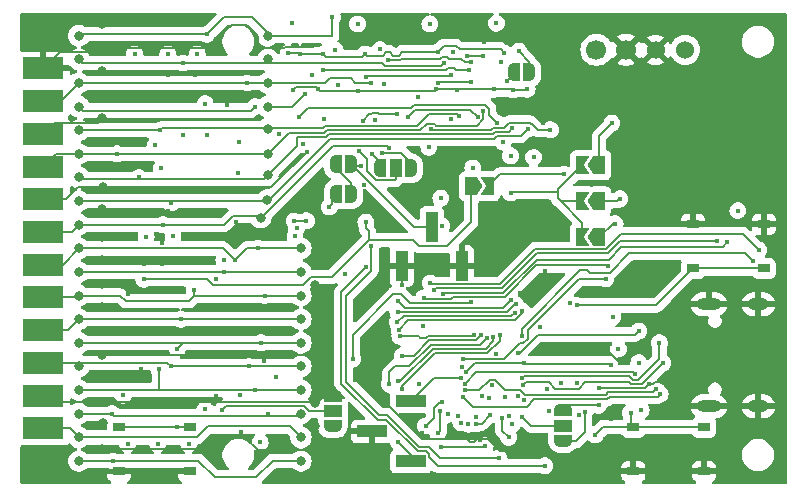
<source format=gbr>
%TF.GenerationSoftware,KiCad,Pcbnew,8.0.2*%
%TF.CreationDate,2024-12-01T19:44:38-06:00*%
%TF.ProjectId,Desktop_50_Pin_TopConn,4465736b-746f-4705-9f35-305f50696e5f,rev?*%
%TF.SameCoordinates,Original*%
%TF.FileFunction,Copper,L4,Bot*%
%TF.FilePolarity,Positive*%
%FSLAX46Y46*%
G04 Gerber Fmt 4.6, Leading zero omitted, Abs format (unit mm)*
G04 Created by KiCad (PCBNEW 8.0.2) date 2024-12-01 19:44:38*
%MOMM*%
%LPD*%
G01*
G04 APERTURE LIST*
G04 Aperture macros list*
%AMFreePoly0*
4,1,19,0.500000,-0.750000,0.000000,-0.750000,0.000000,-0.744911,-0.071157,-0.744911,-0.207708,-0.704816,-0.327430,-0.627875,-0.420627,-0.520320,-0.479746,-0.390866,-0.500000,-0.250000,-0.500000,0.250000,-0.479746,0.390866,-0.420627,0.520320,-0.327430,0.627875,-0.207708,0.704816,-0.071157,0.744911,0.000000,0.744911,0.000000,0.750000,0.500000,0.750000,0.500000,-0.750000,0.500000,-0.750000,
$1*%
%AMFreePoly1*
4,1,19,0.000000,0.744911,0.071157,0.744911,0.207708,0.704816,0.327430,0.627875,0.420627,0.520320,0.479746,0.390866,0.500000,0.250000,0.500000,-0.250000,0.479746,-0.390866,0.420627,-0.520320,0.327430,-0.627875,0.207708,-0.704816,0.071157,-0.744911,0.000000,-0.744911,0.000000,-0.750000,-0.500000,-0.750000,-0.500000,0.750000,0.000000,0.750000,0.000000,0.744911,0.000000,0.744911,
$1*%
%AMFreePoly2*
4,1,6,1.000000,0.000000,0.500000,-0.750000,-0.500000,-0.750000,-0.500000,0.750000,0.500000,0.750000,1.000000,0.000000,1.000000,0.000000,$1*%
%AMFreePoly3*
4,1,6,0.500000,-0.750000,-0.650000,-0.750000,-0.150000,0.000000,-0.650000,0.750000,0.500000,0.750000,0.500000,-0.750000,0.500000,-0.750000,$1*%
%AMFreePoly4*
4,1,19,0.550000,-0.750000,0.000000,-0.750000,0.000000,-0.744911,-0.071157,-0.744911,-0.207708,-0.704816,-0.327430,-0.627875,-0.420627,-0.520320,-0.479746,-0.390866,-0.500000,-0.250000,-0.500000,0.250000,-0.479746,0.390866,-0.420627,0.520320,-0.327430,0.627875,-0.207708,0.704816,-0.071157,0.744911,0.000000,0.744911,0.000000,0.750000,0.550000,0.750000,0.550000,-0.750000,0.550000,-0.750000,
$1*%
%AMFreePoly5*
4,1,19,0.000000,0.744911,0.071157,0.744911,0.207708,0.704816,0.327430,0.627875,0.420627,0.520320,0.479746,0.390866,0.500000,0.250000,0.500000,-0.250000,0.479746,-0.390866,0.420627,-0.520320,0.327430,-0.627875,0.207708,-0.704816,0.071157,-0.744911,0.000000,-0.744911,0.000000,-0.750000,-0.550000,-0.750000,-0.550000,0.750000,0.000000,0.750000,0.000000,0.744911,0.000000,0.744911,
$1*%
G04 Aperture macros list end*
%TA.AperFunction,SMDPad,CuDef*%
%ADD10R,3.480000X1.846667*%
%TD*%
%TA.AperFunction,ComponentPad*%
%ADD11O,2.100000X1.000000*%
%TD*%
%TA.AperFunction,ComponentPad*%
%ADD12O,1.800000X1.000000*%
%TD*%
%TA.AperFunction,ComponentPad*%
%ADD13C,1.700000*%
%TD*%
%TA.AperFunction,ComponentPad*%
%ADD14C,1.524000*%
%TD*%
%TA.AperFunction,SMDPad,CuDef*%
%ADD15FreePoly0,0.000000*%
%TD*%
%TA.AperFunction,SMDPad,CuDef*%
%ADD16FreePoly1,0.000000*%
%TD*%
%TA.AperFunction,SMDPad,CuDef*%
%ADD17FreePoly2,0.000000*%
%TD*%
%TA.AperFunction,SMDPad,CuDef*%
%ADD18FreePoly3,0.000000*%
%TD*%
%TA.AperFunction,SMDPad,CuDef*%
%ADD19R,1.000000X2.510000*%
%TD*%
%TA.AperFunction,SMDPad,CuDef*%
%ADD20R,2.510000X1.000000*%
%TD*%
%TA.AperFunction,SMDPad,CuDef*%
%ADD21R,1.000000X0.750000*%
%TD*%
%TA.AperFunction,SMDPad,CuDef*%
%ADD22FreePoly2,180.000000*%
%TD*%
%TA.AperFunction,SMDPad,CuDef*%
%ADD23FreePoly3,180.000000*%
%TD*%
%TA.AperFunction,SMDPad,CuDef*%
%ADD24FreePoly4,180.000000*%
%TD*%
%TA.AperFunction,SMDPad,CuDef*%
%ADD25R,1.000000X1.500000*%
%TD*%
%TA.AperFunction,SMDPad,CuDef*%
%ADD26FreePoly5,180.000000*%
%TD*%
%TA.AperFunction,SMDPad,CuDef*%
%ADD27FreePoly4,270.000000*%
%TD*%
%TA.AperFunction,SMDPad,CuDef*%
%ADD28R,1.500000X1.000000*%
%TD*%
%TA.AperFunction,SMDPad,CuDef*%
%ADD29FreePoly5,270.000000*%
%TD*%
%TA.AperFunction,SMDPad,CuDef*%
%ADD30FreePoly4,90.000000*%
%TD*%
%TA.AperFunction,SMDPad,CuDef*%
%ADD31FreePoly5,90.000000*%
%TD*%
%TA.AperFunction,ViaPad*%
%ADD32C,0.400000*%
%TD*%
%TA.AperFunction,ViaPad*%
%ADD33C,0.800000*%
%TD*%
%TA.AperFunction,Conductor*%
%ADD34C,0.200000*%
%TD*%
G04 APERTURE END LIST*
D10*
%TO.P,J3,14,P14*%
%TO.N,GND*%
X2000000Y15235000D03*
%TO.P,J3,15,P15*%
%TO.N,CD*%
X2000000Y12465000D03*
%TO.P,J3,16,P16*%
%TO.N,GND*%
X2000000Y9695000D03*
%TO.P,J3,17,P17*%
%TO.N,ATN*%
X2000000Y6925000D03*
%TO.P,J3,18,P18*%
%TO.N,GND*%
X2000000Y4155000D03*
%TO.P,J3,19,P19*%
%TO.N,SEL*%
X2000000Y1385000D03*
%TO.P,J3,20,P20*%
%TO.N,DBP*%
X2000000Y-1385000D03*
%TO.P,J3,21,P21*%
%TO.N,DB1*%
X2000000Y-4155000D03*
%TO.P,J3,22,P22*%
%TO.N,DB2*%
X2000000Y-6925000D03*
%TO.P,J3,23,P23*%
%TO.N,DB4*%
X2000000Y-9695000D03*
%TO.P,J3,24,P24*%
%TO.N,GND*%
X2000000Y-12465000D03*
%TO.P,J3,25,P25*%
%TO.N,EXT_TERM_PWR*%
X2000000Y-15235000D03*
%TD*%
D11*
%TO.P,J12,S1,SHIELD*%
%TO.N,GND*%
X58335000Y-13360000D03*
D12*
X62535000Y-13360000D03*
D11*
X58335000Y-4720000D03*
D12*
X62535000Y-4720000D03*
%TD*%
D13*
%TO.P,J10,1,5V*%
%TO.N,Net-(J10-5V)*%
X48825400Y16803500D03*
%TO.P,J10,2,GND*%
%TO.N,GND*%
X51325400Y16803500D03*
D14*
%TO.P,J10,3,GND*%
X53825400Y16803500D03*
%TO.P,J10,4,12V*%
%TO.N,unconnected-(J10-12V-Pad4)*%
X56325400Y16803500D03*
%TD*%
D15*
%TO.P,J1,1,Pin_1*%
%TO.N,ACK*%
X41844000Y14910000D03*
D16*
%TO.P,J1,2,Pin_2*%
%TO.N,ACKDr*%
X43144000Y14910000D03*
%TD*%
D15*
%TO.P,JP2,1,A*%
%TO.N,Net-(JP2-A)*%
X26770000Y4600000D03*
D16*
%TO.P,JP2,2,B*%
%TO.N,Net-(JP1-A)*%
X28070000Y4600000D03*
%TD*%
D17*
%TO.P,JP6,1,A*%
%TO.N,+5V*%
X38213000Y5258000D03*
D18*
%TO.P,JP6,2,B*%
%TO.N,Net-(D3-A)*%
X39663000Y5258000D03*
%TD*%
D19*
%TO.P,J5,1,Pin_1*%
%TO.N,GND*%
X37414000Y-1477000D03*
%TO.P,J5,2,Pin_2*%
%TO.N,Net-(J5-Pin_2)*%
X34874000Y1833000D03*
%TO.P,J5,3,Pin_3*%
%TO.N,GND*%
X32334000Y-1477000D03*
%TD*%
D20*
%TO.P,J14,1,Pin_1*%
%TO.N,/Pico/SWCLK*%
X33105000Y-12960000D03*
%TO.P,J14,2,Pin_2*%
%TO.N,GND*%
X29795000Y-15500000D03*
%TO.P,J14,3,Pin_3*%
%TO.N,/Pico/SWDIO*%
X33105000Y-18040000D03*
%TD*%
D21*
%TO.P,SW2,1,1*%
%TO.N,GND*%
X63010000Y2045000D03*
X57010000Y2045000D03*
%TO.P,SW2,2,2*%
%TO.N,Net-(R58-Pad2)*%
X63010000Y-1705000D03*
X57010000Y-1705000D03*
%TD*%
D22*
%TO.P,JP4,1,A*%
%TO.N,Net-(D4-K)*%
X49061000Y7036000D03*
D23*
%TO.P,JP4,2,B*%
%TO.N,+5V*%
X47611000Y7036000D03*
%TD*%
D15*
%TO.P,JP1,1,A*%
%TO.N,Net-(JP1-A)*%
X26770000Y7130000D03*
D16*
%TO.P,JP1,2,B*%
%TO.N,Net-(J5-Pin_2)*%
X28070000Y7130000D03*
%TD*%
D21*
%TO.P,SW3,1,1*%
%TO.N,GND*%
X51950000Y-18890000D03*
X57950000Y-18890000D03*
%TO.P,SW3,2,2*%
%TO.N,/Pico/RUN*%
X51950000Y-15140000D03*
X57950000Y-15140000D03*
%TD*%
D24*
%TO.P,J13,1,Pin_1*%
%TO.N,Net-(J13-Pin_1)*%
X33126000Y6782000D03*
D25*
%TO.P,J13,2,Pin_2*%
%TO.N,oCD_iSEL*%
X31826000Y6782000D03*
D26*
%TO.P,J13,3,Pin_3*%
%TO.N,Net-(J13-Pin_3)*%
X30526000Y6782000D03*
%TD*%
D22*
%TO.P,JP3,1,A*%
%TO.N,Net-(D8-K)*%
X49061000Y940000D03*
D23*
%TO.P,JP3,2,B*%
%TO.N,+5V*%
X47611000Y940000D03*
%TD*%
D21*
%TO.P,SW1,1,1*%
%TO.N,GND*%
X8420000Y-18890000D03*
X14420000Y-18890000D03*
%TO.P,SW1,2,2*%
%TO.N,RST*%
X8420000Y-15140000D03*
X14420000Y-15140000D03*
%TD*%
D27*
%TO.P,JP7,1,A*%
%TO.N,Net-(JP7-A)*%
X46000000Y-13700000D03*
D28*
%TO.P,JP7,2,C*%
%TO.N,/Pico/GPIO29_ADC3*%
X46000000Y-15000000D03*
D29*
%TO.P,JP7,3,B*%
%TO.N,Net-(JP7-B)*%
X46000000Y-16300000D03*
%TD*%
D30*
%TO.P,J6,1,Pin_1*%
%TO.N,unconnected-(J6-Pin_1-Pad1)*%
X26500000Y-15060000D03*
D28*
%TO.P,J6,2,Pin_2*%
%TO.N,TRM_ON_J*%
X26500000Y-13760000D03*
D31*
%TO.P,J6,3,Pin_3*%
%TO.N,GND*%
X26500000Y-12460000D03*
%TD*%
D22*
%TO.P,JP5,1,A*%
%TO.N,Net-(D9-K)*%
X49061000Y3988000D03*
D23*
%TO.P,JP5,2,B*%
%TO.N,+5V*%
X47611000Y3988000D03*
%TD*%
D32*
%TO.N,GND*%
X35800000Y6900000D03*
X32400000Y-3100000D03*
X44272000Y10592000D03*
D33*
X7000000Y17000000D03*
D32*
X12014000Y475000D03*
X50820000Y-9740000D03*
X32967383Y-14775048D03*
X27560000Y-2150000D03*
D33*
X7000000Y-9000000D03*
D32*
X39000000Y-16200000D03*
X17550000Y12140000D03*
X49050000Y-11820000D03*
X33798252Y-11497157D03*
X9200000Y-3900000D03*
X40299594Y-8923198D03*
D33*
X7000000Y-1000000D03*
X25000000Y-17075000D03*
D32*
X34135000Y-6540000D03*
D33*
X25000000Y925000D03*
D32*
X10236000Y-10236000D03*
X48400000Y-3500000D03*
X12014000Y-1346000D03*
X37757613Y8084700D03*
D33*
X25000000Y-1075000D03*
X7000000Y11000000D03*
D32*
X12564000Y3184663D03*
D33*
X7000000Y-13000000D03*
D32*
X18700000Y1500000D03*
X30800000Y13900000D03*
X47720000Y-17160000D03*
X30750000Y-8800000D03*
X28350000Y-11180000D03*
D33*
X25000000Y-5075000D03*
X25000000Y-15075000D03*
D32*
X29100000Y5400000D03*
X24300000Y8180000D03*
X10236000Y-6934000D03*
X14100000Y3075000D03*
D33*
X7010000Y5170000D03*
D32*
X39300000Y17500000D03*
D33*
X25000000Y-11075000D03*
D32*
X34016853Y-15635764D03*
X20650000Y-9500000D03*
D33*
X7000000Y-3000000D03*
X7000000Y9000000D03*
X25000000Y-3075000D03*
D32*
X39630000Y-1020000D03*
D33*
X7000000Y-19000000D03*
D32*
X53306060Y-11489290D03*
X16620000Y-12480000D03*
D33*
X7014889Y-14795000D03*
X7000000Y7000000D03*
D32*
X39650000Y7250000D03*
X50030000Y-14490000D03*
D33*
X7000000Y-17000000D03*
D32*
X42360000Y-3790000D03*
X56100000Y-14200000D03*
X12522000Y14656000D03*
X16586000Y-2616000D03*
X17250000Y3050000D03*
X47170000Y-11359901D03*
D33*
X7000000Y-7000000D03*
D32*
X33700000Y12800000D03*
X13030000Y-6934000D03*
D33*
X7000000Y19000000D03*
D32*
X55783591Y-11993591D03*
X42400000Y-17160000D03*
D33*
X25000000Y-13075000D03*
D32*
X14808000Y14656000D03*
D33*
X7000000Y-5000000D03*
D32*
X10490000Y-1346000D03*
X55300000Y-7500000D03*
D33*
X25000000Y-9075000D03*
D32*
X28910000Y-10230000D03*
D33*
X7000000Y13000000D03*
D32*
X18300000Y2200000D03*
X26930000Y13852000D03*
D33*
X25000000Y-7075000D03*
D32*
X52100000Y-3200000D03*
X44500000Y-1900000D03*
X44272000Y13640000D03*
X50000000Y-8100000D03*
X46800000Y-8970000D03*
D33*
X25000000Y-19075000D03*
X7000000Y1000000D03*
D32*
X18760000Y-15520000D03*
X56200000Y-4400000D03*
X44083524Y-6623524D03*
D33*
X7000000Y-11000000D03*
D32*
X18400000Y-7000000D03*
D33*
X7000000Y15000000D03*
X7000000Y3340437D03*
D32*
X39960000Y-11610000D03*
X21926346Y9704164D03*
X15600000Y-5100000D03*
%TO.N,+2V8*%
X20350000Y-16425000D03*
X12975000Y1025000D03*
X11675000Y-16550000D03*
X8750000Y-12450000D03*
X21700000Y-10875000D03*
X15700000Y12240000D03*
X28600000Y19000000D03*
X34620000Y8560000D03*
X17275000Y-1000000D03*
X34720000Y19000000D03*
X15680000Y-13630000D03*
X23040000Y19070000D03*
X12538909Y16450000D03*
X18674002Y-12450000D03*
X9125000Y-16550000D03*
X40350000Y19060000D03*
X14300000Y-16550000D03*
X10700000Y1000000D03*
X9725000Y16450000D03*
X15023909Y16450000D03*
%TO.N,+5V*%
X29286000Y2210000D03*
X41550000Y4708000D03*
X10490000Y-2616000D03*
X38350000Y6800000D03*
%TO.N,oIO*%
X40360000Y10650000D03*
X23640000Y11150000D03*
X39695966Y-12653463D03*
%TO.N,oREQ*%
X25640000Y15080000D03*
X37990000Y15090000D03*
X37114475Y-14157546D03*
%TO.N,oSEL*%
X38600000Y-14300022D03*
X32842000Y11100000D03*
X38800000Y11100000D03*
X38200000Y15750000D03*
X31145363Y15959726D03*
%TO.N,oBSY*%
X35270000Y13450000D03*
X42950000Y13460000D03*
X23300000Y1040000D03*
X25264000Y13450000D03*
X28674152Y13344000D03*
X41719877Y13402079D03*
X41080000Y-12620000D03*
X37050000Y13378224D03*
X23430000Y1700000D03*
X40170000Y13450000D03*
X23150000Y13430000D03*
%TO.N,SD_CLK*%
X35800000Y-3848372D03*
X59900000Y500000D03*
%TO.N,oCD_iSEL*%
X36510463Y14688282D03*
X29298065Y14510007D03*
X28700000Y8200000D03*
X36290455Y-14058400D03*
D33*
%TO.N,ATN*%
X21000000Y8000000D03*
D32*
X8225000Y8000000D03*
X39200000Y11600000D03*
D33*
X5000000Y8000000D03*
D32*
X39200000Y16300000D03*
X37900000Y16300000D03*
%TO.N,BSY*%
X12807046Y3853991D03*
D33*
X5000000Y4000000D03*
D32*
X43001086Y10098904D03*
D33*
X20937122Y4099633D03*
D32*
%TO.N,DBP*%
X18200000Y-1000000D03*
X20200000Y0D03*
D33*
X23800000Y0D03*
X5000000Y0D03*
%TO.N,ACK*%
X5000000Y6000000D03*
D32*
X41698801Y10150000D03*
X41224000Y14148000D03*
X10075000Y6000000D03*
D33*
X21000000Y6210000D03*
D32*
%TO.N,RST*%
X11900000Y10000000D03*
D33*
X21000000Y10140000D03*
D32*
X11991323Y6782000D03*
X37195338Y11186790D03*
D33*
X5000000Y10000000D03*
D32*
X13284000Y-15140000D03*
D33*
%TO.N,MSG*%
X5000000Y16000000D03*
D32*
X13792000Y9576000D03*
X13792000Y15700000D03*
D33*
X21000000Y16000000D03*
D32*
X35937963Y15666878D03*
%TO.N,SEL*%
X12100000Y2000000D03*
D33*
X5000000Y2000000D03*
D32*
X31250000Y8519998D03*
D33*
X20400000Y2590437D03*
D32*
X11481740Y8790000D03*
%TO.N,CD*%
X29700000Y13999173D03*
D33*
X5000000Y14000000D03*
X21000000Y14000000D03*
D32*
X19270000Y14000000D03*
%TO.N,REQ*%
X15824000Y18125000D03*
X26468909Y19550000D03*
X15824000Y9576000D03*
D33*
X21000000Y18000000D03*
X5000000Y18000000D03*
%TO.N,IO*%
X21000000Y12000000D03*
D32*
X24150000Y13100000D03*
D33*
X5000000Y12000000D03*
D32*
X19900000Y12000000D03*
%TO.N,DB7*%
X7875000Y-18000000D03*
D33*
X23800000Y-18000000D03*
X5000000Y-18000000D03*
D32*
%TO.N,DB6*%
X21050000Y-14000000D03*
D33*
X23800000Y-14000000D03*
D32*
X7800000Y-14000000D03*
D33*
X5000000Y-14000000D03*
D32*
%TO.N,DB5*%
X19900000Y-12000000D03*
D33*
X5000000Y-12000000D03*
D32*
X11760000Y-10236000D03*
D33*
X23800000Y-12000000D03*
D32*
%TO.N,DB4*%
X12776000Y-10000000D03*
X19400000Y-10000000D03*
D33*
X5000000Y-10000000D03*
X23800000Y-10000000D03*
D32*
%TO.N,DB3*%
X13345112Y-8486883D03*
X20450000Y-8000000D03*
D33*
X23800000Y-8000000D03*
X5000000Y-8000000D03*
%TO.N,DB2*%
X5000000Y-6000000D03*
X23800000Y-6000000D03*
D32*
X13625000Y-6000000D03*
%TO.N,DB1*%
X14750000Y-3525000D03*
D33*
X23800000Y-4000000D03*
D32*
X20730000Y-4000000D03*
D33*
X5000000Y-4000000D03*
%TO.N,DB0*%
X5000000Y-2000000D03*
X23800000Y-2000000D03*
D32*
X17325000Y-2000000D03*
%TO.N,+3V3*%
X50200000Y-5800000D03*
X42673851Y-12852585D03*
X47315156Y-14120241D03*
X44820000Y-13760000D03*
X37403272Y-10016929D03*
X52600000Y-13700000D03*
X60800000Y3200000D03*
X35591858Y-13758478D03*
X35724002Y1900000D03*
X35380000Y-15650000D03*
X39160000Y-12530000D03*
X45860000Y-11390000D03*
X50680000Y-8510000D03*
X35636000Y4242000D03*
X46555093Y-4652726D03*
X52400000Y-9690000D03*
%TO.N,Net-(D3-A)*%
X46050000Y6274000D03*
%TO.N,Net-(D4-K)*%
X50114000Y10592000D03*
%TO.N,oMSG_iBSY*%
X38198107Y14090577D03*
X37981814Y-14888653D03*
X35370000Y14010000D03*
%TO.N,SD_CMD_MOSI*%
X35100000Y-3500000D03*
X59000000Y650000D03*
%TO.N,SD_D0_MISO*%
X34770968Y-2939428D03*
X62570000Y-160000D03*
%TO.N,DBPTr*%
X38172743Y-4570000D03*
X28185000Y-9380000D03*
%TO.N,SD_D1*%
X62070000Y-1070000D03*
X42490000Y-7419950D03*
%TO.N,SD_D2*%
X49796764Y-1500000D03*
X34200000Y-4200000D03*
%TO.N,SD_D3_CS*%
X49598502Y-2600000D03*
X37520000Y-9360000D03*
%TO.N,+1V1*%
X37760000Y-10466928D03*
X50055182Y-9901215D03*
X44595622Y-11904378D03*
X37343516Y-14765858D03*
X42720000Y-9730000D03*
%TO.N,Net-(JP7-B)*%
X47845152Y-13850000D03*
%TO.N,Net-(D1-A)*%
X44430000Y-18410000D03*
X29270000Y-1620000D03*
%TO.N,SCL*%
X54216158Y-12350000D03*
X37550000Y-12600000D03*
%TO.N,iSEL*%
X29065996Y10800000D03*
X31950000Y11340000D03*
%TO.N,TRM_ON_J*%
X18500000Y6400000D03*
X18600000Y9000000D03*
X17116906Y-13719999D03*
%TO.N,Net-(D2-A)*%
X40560000Y-17740000D03*
X29766298Y215000D03*
%TO.N,iBSY*%
X34800000Y10100000D03*
X44926037Y10039420D03*
%TO.N,iCD*%
X30100000Y10900000D03*
X30490000Y16840000D03*
%TO.N,iMSG*%
X36700000Y16600000D03*
X36500000Y10950000D03*
%TO.N,iIO*%
X23952000Y8814000D03*
X24714000Y14656000D03*
%TO.N,oACK*%
X40900000Y9000000D03*
X40720000Y15740000D03*
X41426099Y-14225000D03*
%TO.N,iREQ*%
X25770000Y10920000D03*
X26690000Y16770000D03*
%TO.N,SDA*%
X53870225Y-11918115D03*
X37660000Y-12019793D03*
%TO.N,Net-(D6-A)*%
X35640000Y-16800000D03*
X39400000Y-16700000D03*
%TO.N,Net-(U13-USB_DP)*%
X54150000Y-8000000D03*
X42543831Y-11010000D03*
%TO.N,!oBSY*%
X23720000Y16460000D03*
X22710000Y16520000D03*
X41030000Y16540000D03*
X29240000Y16460000D03*
X35400000Y16640000D03*
X25680000Y16460000D03*
%TO.N,Net-(U13-USB_DM)*%
X54450000Y-9700000D03*
X42643831Y-11569566D03*
%TO.N,ACKDr*%
X42240000Y16688000D03*
%TO.N,/Pico/SWDIO*%
X32054298Y-16433719D03*
X35778060Y-13037744D03*
X34360000Y-15040000D03*
%TO.N,/Pico/SWCLK*%
X37320000Y-10978131D03*
%TO.N,/Pico/GPIO29_ADC3*%
X42550000Y-14250000D03*
%TO.N,/Pico/RUN*%
X48730000Y-15810000D03*
X51720000Y-13910000D03*
X52046745Y-10658165D03*
X37660000Y-11450186D03*
%TO.N,/Pico/GPIO24*%
X42220000Y-8820000D03*
X52400000Y-7000000D03*
X41690000Y-14860000D03*
%TO.N,/Pico/GPIO25*%
X40800000Y-14400000D03*
X41400000Y-16000000D03*
%TO.N,/Pico/GPIO23*%
X39800000Y-14144155D03*
X38647373Y-14847980D03*
%TO.N,/Pico/GPIO08*%
X38453272Y-7308560D03*
X32170000Y-7450000D03*
%TO.N,Net-(JP1-A)*%
X26770000Y7130000D03*
%TO.N,Net-(JP2-A)*%
X24270000Y2340000D03*
X26200000Y3500012D03*
X23220000Y2320000D03*
%TO.N,Net-(J5-Pin_2)*%
X28920000Y6990000D03*
%TO.N,/Pico/GPIO07*%
X32384722Y-9078519D03*
X39039545Y-7350000D03*
%TO.N,/Pico/GPIO06*%
X31295000Y-11519555D03*
X39523345Y-7611612D03*
%TO.N,/Pico/GPIO05*%
X31988755Y-11259021D03*
X40071871Y-7485151D03*
%TO.N,/Pico/GPIO28*%
X42151999Y-12531975D03*
X41550000Y7845000D03*
%TO.N,/Pico/GPIO04*%
X40619628Y-7350000D03*
X32337997Y-11907251D03*
%TO.N,/Pico/GPIO03*%
X32011091Y-4448909D03*
X41581896Y-4357688D03*
%TO.N,/Pico/GPIO02*%
X32000000Y-5400000D03*
X41980000Y-4737183D03*
%TO.N,/Pico/GPIO01*%
X31970000Y-6260000D03*
X41896664Y-5443898D03*
%TO.N,/Pico/GPIO00*%
X42527370Y-5286693D03*
X32100000Y-6890000D03*
%TO.N,Net-(J13-Pin_1)*%
X30700000Y8100000D03*
%TO.N,Net-(J13-Pin_3)*%
X29800000Y8000000D03*
%TO.N,Net-(R58-Pad2)*%
X47150000Y-4830000D03*
%TO.N,Net-(D8-K)*%
X50400000Y2100000D03*
%TO.N,Net-(D9-K)*%
X50800000Y4200006D03*
D33*
%TO.N,EXT_TERM_PWR*%
X5000000Y-16000000D03*
X23800000Y-16000000D03*
D32*
X43500000Y7700000D03*
%TO.N,Net-(JP7-A)*%
X49000000Y-13300000D03*
%TD*%
D34*
%TO.N,DBP*%
X5000000Y0D02*
X17200000Y0D01*
X17200000Y0D02*
X18200000Y-1000000D01*
X19200000Y0D02*
X18200000Y-1000000D01*
X20200000Y0D02*
X19200000Y0D01*
X20200000Y0D02*
X23800000Y0D01*
%TO.N,iBSY*%
X43228904Y10648904D02*
X43427808Y10450000D01*
X40970983Y10200000D02*
X41419887Y10648904D01*
X34800000Y10100000D02*
X34900000Y10000000D01*
X40097868Y10200000D02*
X40970983Y10200000D01*
X41419887Y10648904D02*
X43228904Y10648904D01*
X34900000Y10000000D02*
X39897868Y10000000D01*
%TO.N,BSY*%
X40387817Y9500000D02*
X42402182Y9500000D01*
%TO.N,iBSY*%
X43427818Y10450000D02*
X43838398Y10039420D01*
%TO.N,BSY*%
X40187817Y9300000D02*
X40387817Y9500000D01*
%TO.N,iBSY*%
X43838398Y10039420D02*
X44926037Y10039420D01*
%TO.N,BSY*%
X26290000Y9300000D02*
X40187817Y9300000D01*
%TO.N,iBSY*%
X39897868Y10000000D02*
X40097868Y10200000D01*
X43427808Y10450000D02*
X43427818Y10450000D01*
%TO.N,BSY*%
X20990000Y4000000D02*
X26290000Y9300000D01*
X42402182Y9500000D02*
X43001086Y10098904D01*
X5000000Y4000000D02*
X20990000Y4000000D01*
%TO.N,+5V*%
X45542000Y4750000D02*
X41592000Y4750000D01*
X41592000Y4750000D02*
X41550000Y4708000D01*
%TO.N,iSEL*%
X31950000Y11340000D02*
X30437818Y11340000D01*
%TO.N,RST*%
X25855075Y10350000D02*
X33629026Y10350000D01*
%TO.N,iSEL*%
X30327818Y11450000D02*
X29872182Y11450000D01*
X29605996Y11340000D02*
X29065996Y10800000D01*
%TO.N,ATN*%
X35127818Y10550000D02*
X35277818Y10400000D01*
X26000050Y10000000D02*
X33922182Y10000000D01*
%TO.N,RST*%
X34679026Y11400000D02*
X36982128Y11400000D01*
%TO.N,iSEL*%
X30437818Y11340000D02*
X30327818Y11450000D01*
%TO.N,RST*%
X33629026Y10350000D02*
X34679026Y11400000D01*
X11900000Y10000000D02*
X12080000Y10180000D01*
%TO.N,ATN*%
X38736397Y10400000D02*
X39250000Y10913603D01*
X35277818Y10400000D02*
X38736397Y10400000D01*
%TO.N,ACK*%
X41398801Y9850000D02*
X41698801Y10150000D01*
X26145025Y9650000D02*
X40042843Y9650000D01*
X40042843Y9650000D02*
X40242843Y9850000D01*
%TO.N,ATN*%
X22750000Y9750000D02*
X25750050Y9750000D01*
X33922182Y10000000D02*
X34472182Y10550000D01*
%TO.N,RST*%
X12080000Y10180000D02*
X25685075Y10180000D01*
%TO.N,ATN*%
X39250000Y11550000D02*
X39200000Y11600000D01*
%TO.N,RST*%
X36982128Y11400000D02*
X37195338Y11186790D01*
%TO.N,ATN*%
X21000000Y8000000D02*
X22750000Y9750000D01*
%TO.N,iSEL*%
X29762182Y11340000D02*
X29605996Y11340000D01*
%TO.N,ACK*%
X40242843Y9850000D02*
X41398801Y9850000D01*
X21000000Y6210000D02*
X23444000Y8654000D01*
%TO.N,ATN*%
X25750050Y9750000D02*
X26000050Y10000000D01*
%TO.N,RST*%
X25685075Y10180000D02*
X25855075Y10350000D01*
%TO.N,iSEL*%
X29872182Y11450000D02*
X29762182Y11340000D01*
%TO.N,ACK*%
X23444000Y8654000D02*
X23444000Y9400000D01*
X25895025Y9400000D02*
X26145025Y9650000D01*
%TO.N,ATN*%
X39250000Y10913603D02*
X39250000Y11550000D01*
%TO.N,ACK*%
X23444000Y9400000D02*
X25895025Y9400000D01*
%TO.N,ATN*%
X34472182Y10550000D02*
X35127818Y10550000D01*
%TO.N,GND*%
X54439557Y-11489290D02*
X55279290Y-11489290D01*
X20190000Y17940000D02*
X20190000Y16925000D01*
X52945350Y-11850000D02*
X49080000Y-11850000D01*
X16920000Y17970610D02*
X17899390Y18950000D01*
X55279290Y-11489290D02*
X55783591Y-11993591D01*
X16920000Y17470000D02*
X16920000Y17970610D01*
X24720000Y-14795000D02*
X25000000Y-15075000D01*
X50050000Y-8970000D02*
X46800000Y-8970000D01*
X39663813Y-16160000D02*
X40663813Y-17160000D01*
X4955000Y5170000D02*
X7010000Y5170000D01*
X25000000Y-17075000D02*
X20125610Y-17075000D01*
X2000000Y15235000D02*
X3415000Y16650000D01*
X24925000Y-13000000D02*
X25000000Y-13075000D01*
X22482182Y17070000D02*
X24855000Y17070000D01*
X20190000Y16925000D02*
X22337182Y16925000D01*
X20125610Y-17075000D02*
X19100610Y-16050000D01*
X16450000Y17000000D02*
X16920000Y17470000D01*
X6650000Y16650000D02*
X7000000Y17000000D01*
X2535000Y-13000000D02*
X7000000Y-13000000D01*
X7000000Y-9000000D02*
X24925000Y-9000000D01*
X3415000Y16650000D02*
X6650000Y16650000D01*
X19180000Y18950000D02*
X20190000Y17940000D01*
X17899390Y18950000D02*
X19180000Y18950000D01*
X32400000Y-3100000D02*
X32400000Y-1543000D01*
X24925000Y-9000000D02*
X25000000Y-9075000D01*
X54239635Y-11289368D02*
X54439557Y-11489290D01*
X3940000Y4155000D02*
X4955000Y5170000D01*
X7010000Y5170000D02*
X21290000Y5170000D01*
X53306060Y-11489290D02*
X52945350Y-11850000D01*
X28350000Y-11180000D02*
X29070000Y-11180000D01*
X53783999Y-11289368D02*
X54239635Y-11289368D01*
X49080000Y-11850000D02*
X49050000Y-11820000D01*
X53584077Y-11489290D02*
X53783999Y-11289368D01*
X2955000Y10650000D02*
X6650000Y10650000D01*
X2000000Y4155000D02*
X3940000Y4155000D01*
X34026397Y-16136397D02*
X37840617Y-16136397D01*
X50820000Y-9740000D02*
X50050000Y-8970000D01*
X53306060Y-11489290D02*
X53584077Y-11489290D01*
X17450000Y-16050000D02*
X16500000Y-17000000D01*
X38104220Y-16400000D02*
X38477014Y-16400000D01*
X38717014Y-16160000D02*
X39663813Y-16160000D01*
X40663813Y-17160000D02*
X42400000Y-17160000D01*
X16500000Y-17000000D02*
X7000000Y-17000000D01*
X7000000Y-13000000D02*
X24925000Y-13000000D01*
X37840617Y-16136397D02*
X38104220Y-16400000D01*
X2000000Y9695000D02*
X2955000Y10650000D01*
X29070000Y-11180000D02*
X34026397Y-16136397D01*
X32400000Y-1543000D02*
X32334000Y-1477000D01*
X6650000Y10650000D02*
X7000000Y11000000D01*
X7000000Y17000000D02*
X16450000Y17000000D01*
X21290000Y5170000D02*
X24300000Y8180000D01*
X22337182Y16925000D02*
X22482182Y17070000D01*
X19100610Y-16050000D02*
X17450000Y-16050000D01*
X38477014Y-16400000D02*
X38717014Y-16160000D01*
%TO.N,+5V*%
X38213000Y2213000D02*
X38213000Y5258000D01*
X29286000Y2210000D02*
X29286000Y1702000D01*
X47611000Y2173000D02*
X45796000Y3988000D01*
X23952000Y-3124000D02*
X24651000Y-2425000D01*
X45833000Y5258000D02*
X45796000Y5258000D01*
X45796000Y5258000D02*
X45542000Y5004000D01*
X33800000Y200000D02*
X36200000Y200000D01*
X29540000Y686000D02*
X33314000Y686000D01*
X26429000Y-2425000D02*
X29540000Y686000D01*
X47611000Y7036000D02*
X45833000Y5258000D01*
X15824000Y-2616000D02*
X16332000Y-3124000D01*
X47611000Y940000D02*
X47611000Y2173000D01*
X45542000Y4242000D02*
X45796000Y3988000D01*
X33314000Y686000D02*
X33800000Y200000D01*
X29286000Y1702000D02*
X29540000Y1448000D01*
X47611000Y3988000D02*
X45796000Y3988000D01*
X45542000Y4750000D02*
X45542000Y4242000D01*
X36200000Y200000D02*
X38213000Y2213000D01*
X16332000Y-3124000D02*
X23952000Y-3124000D01*
X45542000Y5004000D02*
X45542000Y4750000D01*
X10490000Y-2616000D02*
X15824000Y-2616000D01*
X24651000Y-2425000D02*
X26429000Y-2425000D01*
X29540000Y1448000D02*
X29540000Y686000D01*
%TO.N,oIO*%
X40360000Y10650000D02*
X39750000Y11260000D01*
X33397025Y12150000D02*
X33137025Y11890000D01*
X39427818Y12150000D02*
X33397025Y12150000D01*
X39750000Y11827818D02*
X39427818Y12150000D01*
X39750000Y11260000D02*
X39750000Y11827818D01*
X33137025Y11890000D02*
X24380000Y11890000D01*
X24380000Y11890000D02*
X23640000Y11150000D01*
%TO.N,oREQ*%
X36104089Y15059726D02*
X25660274Y15059726D01*
X36282645Y15238282D02*
X36104089Y15059726D01*
X37959726Y15059726D02*
X36916837Y15059726D01*
X36738281Y15238282D02*
X36282645Y15238282D01*
X37990000Y15090000D02*
X37959726Y15059726D01*
X25660274Y15059726D02*
X25640000Y15080000D01*
X36916837Y15059726D02*
X36738281Y15238282D01*
%TO.N,oSEL*%
X37672182Y15750000D02*
X38200000Y15750000D01*
X33492000Y11750000D02*
X38150000Y11750000D01*
X32203239Y15959726D02*
X32315695Y16072182D01*
X35565449Y16072182D02*
X35710145Y16216878D01*
X35710145Y16216878D02*
X36165781Y16216878D01*
X38150000Y11750000D02*
X38800000Y11100000D01*
X32315695Y16072182D02*
X35565449Y16072182D01*
X36165781Y16216878D02*
X36310477Y16072182D01*
X36310477Y16072182D02*
X37350000Y16072182D01*
X31145363Y15959726D02*
X32203239Y15959726D01*
X32842000Y11100000D02*
X33492000Y11750000D01*
X37350000Y16072182D02*
X37672182Y15750000D01*
%TO.N,oBSY*%
X28674152Y13344000D02*
X28632152Y13302000D01*
X42892079Y13402079D02*
X41719877Y13402079D01*
X40170000Y13450000D02*
X37121776Y13450000D01*
X36978224Y13450000D02*
X37050000Y13378224D01*
X25064000Y13650000D02*
X25264000Y13450000D01*
X35270000Y13450000D02*
X36978224Y13450000D01*
X28632152Y13302000D02*
X25412000Y13302000D01*
X37121776Y13450000D02*
X37050000Y13378224D01*
X35164000Y13344000D02*
X35270000Y13450000D01*
X23370000Y13650000D02*
X25064000Y13650000D01*
X28674152Y13344000D02*
X35164000Y13344000D01*
X41719877Y13402079D02*
X41671956Y13450000D01*
X41671956Y13450000D02*
X40170000Y13450000D01*
X42950000Y13460000D02*
X42892079Y13402079D01*
X25412000Y13302000D02*
X25264000Y13450000D01*
X23150000Y13430000D02*
X23370000Y13650000D01*
%TO.N,SD_CLK*%
X49850000Y-950000D02*
X50900000Y100000D01*
X35898372Y-3750000D02*
X40950000Y-3750000D01*
X35800000Y-3848372D02*
X35898372Y-3750000D01*
X43750000Y-950000D02*
X49850000Y-950000D01*
X59500000Y100000D02*
X59900000Y500000D01*
X50900000Y100000D02*
X59500000Y100000D01*
X40950000Y-3750000D02*
X43750000Y-950000D01*
%TO.N,oCD_iSEL*%
X30123000Y5777000D02*
X29370000Y6530000D01*
X31826000Y6782000D02*
X31826000Y5832000D01*
X29354142Y14566084D02*
X36388265Y14566084D01*
X29370000Y7530000D02*
X28700000Y8200000D01*
X31771000Y5777000D02*
X30123000Y5777000D01*
X29370000Y6530000D02*
X29370000Y7530000D01*
X29298065Y14510007D02*
X29354142Y14566084D01*
X36388265Y14566084D02*
X36510463Y14688282D01*
X31826000Y5832000D02*
X31771000Y5777000D01*
%TO.N,ATN*%
X21000000Y8000000D02*
X8225000Y8000000D01*
X39200000Y16300000D02*
X37900000Y16300000D01*
X3075000Y8000000D02*
X5000000Y8000000D01*
X5000000Y8000000D02*
X8225000Y8000000D01*
X2000000Y6925000D02*
X3075000Y8000000D01*
%TO.N,DBP*%
X3615000Y-1385000D02*
X5000000Y0D01*
%TO.N,ACK*%
X5000000Y6000000D02*
X5150000Y5850000D01*
X5150000Y5850000D02*
X20640000Y5850000D01*
X41844000Y14768000D02*
X41224000Y14148000D01*
X20640000Y5850000D02*
X21000000Y6210000D01*
%TO.N,RST*%
X8420000Y-15140000D02*
X14420000Y-15140000D01*
X5000000Y10000000D02*
X11900000Y10000000D01*
%TO.N,MSG*%
X30627271Y15700000D02*
X30917545Y15409726D01*
X13792000Y15700000D02*
X30627271Y15700000D01*
X30917545Y15409726D02*
X35680811Y15409726D01*
X5300000Y15700000D02*
X13792000Y15700000D01*
X35680811Y15409726D02*
X35937963Y15666878D01*
X5000000Y16000000D02*
X5300000Y15700000D01*
%TO.N,SEL*%
X20590000Y2750000D02*
X26490000Y8650000D01*
X31119998Y8650000D02*
X31250000Y8519998D01*
X4385000Y1385000D02*
X5000000Y2000000D01*
X5000000Y2000000D02*
X17322182Y2000000D01*
X18072182Y2750000D02*
X20590000Y2750000D01*
X26490000Y8650000D02*
X31119998Y8650000D01*
X17322182Y2000000D02*
X18072182Y2750000D01*
X2000000Y1385000D02*
X4385000Y1385000D01*
%TO.N,CD*%
X28418827Y13999173D02*
X29700000Y13999173D01*
X3465000Y12465000D02*
X5000000Y14000000D01*
X21000000Y14000000D02*
X25836000Y14000000D01*
X25836000Y14000000D02*
X26238000Y14402000D01*
X5000000Y14000000D02*
X19270000Y14000000D01*
X28016000Y14402000D02*
X28418827Y13999173D01*
X19270000Y14000000D02*
X21000000Y14000000D01*
X26238000Y14402000D02*
X28016000Y14402000D01*
%TO.N,REQ*%
X5000000Y18000000D02*
X5125000Y18125000D01*
X15824000Y18125000D02*
X15875000Y18125000D01*
X21375000Y18000000D02*
X26420000Y18000000D01*
X26420000Y19501091D02*
X26468909Y19550000D01*
X17300000Y19550000D02*
X19640000Y19550000D01*
X26420000Y18000000D02*
X26420000Y19501091D01*
X5125000Y18125000D02*
X15824000Y18125000D01*
X19640000Y19550000D02*
X20985000Y18205000D01*
X15875000Y18125000D02*
X17300000Y19550000D01*
%TO.N,IO*%
X5000000Y12000000D02*
X5340000Y11660000D01*
X19560000Y11660000D02*
X19900000Y12000000D01*
X23050000Y12000000D02*
X24150000Y13100000D01*
X21000000Y12000000D02*
X23050000Y12000000D01*
X5340000Y11660000D02*
X19560000Y11660000D01*
%TO.N,DB7*%
X16500000Y-19375000D02*
X20025000Y-19375000D01*
X5000000Y-18000000D02*
X7875000Y-18000000D01*
X21400000Y-18000000D02*
X23800000Y-18000000D01*
X15125000Y-18000000D02*
X16500000Y-19375000D01*
X20025000Y-19375000D02*
X21400000Y-18000000D01*
X7875000Y-18000000D02*
X15125000Y-18000000D01*
%TO.N,DB6*%
X23620000Y-14180000D02*
X23800000Y-14000000D01*
X5000000Y-14000000D02*
X7800000Y-14000000D01*
X7980000Y-14180000D02*
X23620000Y-14180000D01*
X7800000Y-14000000D02*
X7980000Y-14180000D01*
%TO.N,DB5*%
X19900000Y-12000000D02*
X23800000Y-12000000D01*
X5000000Y-12000000D02*
X11760000Y-12000000D01*
X11760000Y-10236000D02*
X11760000Y-12000000D01*
X19775000Y-12000000D02*
X19900000Y-12000000D01*
X11760000Y-12000000D02*
X19775000Y-12000000D01*
%TO.N,DB4*%
X12462000Y-9686000D02*
X5314000Y-9686000D01*
X5314000Y-9686000D02*
X5000000Y-10000000D01*
X23800000Y-10000000D02*
X19400000Y-10000000D01*
X12776000Y-10000000D02*
X12462000Y-9686000D01*
X19400000Y-10000000D02*
X12776000Y-10000000D01*
X4695000Y-9695000D02*
X5000000Y-10000000D01*
X2000000Y-9695000D02*
X4695000Y-9695000D01*
%TO.N,DB3*%
X13725000Y-8000000D02*
X23800000Y-8000000D01*
X5000000Y-8000000D02*
X13725000Y-8000000D01*
X13725000Y-8106995D02*
X13725000Y-8000000D01*
X13345112Y-8486883D02*
X13725000Y-8106995D01*
%TO.N,DB2*%
X5000000Y-6000000D02*
X13625000Y-6000000D01*
X2000000Y-6925000D02*
X4075000Y-6925000D01*
X23800000Y-6000000D02*
X13625000Y-6000000D01*
X4075000Y-6925000D02*
X5000000Y-6000000D01*
%TO.N,DB1*%
X5000000Y-4000000D02*
X8522182Y-4000000D01*
X2000000Y-4155000D02*
X4845000Y-4155000D01*
X14325000Y-4450000D02*
X14775000Y-4000000D01*
X8522182Y-4000000D02*
X8972182Y-4450000D01*
X20730000Y-4000000D02*
X23800000Y-4000000D01*
X14750000Y-3525000D02*
X14750000Y-3975000D01*
X14775000Y-4000000D02*
X20730000Y-4000000D01*
X4845000Y-4155000D02*
X5000000Y-4000000D01*
X14750000Y-3975000D02*
X14775000Y-4000000D01*
X8972182Y-4450000D02*
X14325000Y-4450000D01*
%TO.N,DB0*%
X5000000Y-2000000D02*
X17325000Y-2000000D01*
X17325000Y-2000000D02*
X23800000Y-2000000D01*
%TO.N,+3V3*%
X35591858Y-15438142D02*
X35591858Y-13758478D01*
X35380000Y-15650000D02*
X35591858Y-15438142D01*
%TO.N,Net-(D3-A)*%
X39663000Y5258000D02*
X40679000Y6274000D01*
X40679000Y6274000D02*
X46050000Y6274000D01*
%TO.N,Net-(D4-K)*%
X50114000Y10592000D02*
X49061000Y9539000D01*
X49061000Y9539000D02*
X49061000Y7036000D01*
%TO.N,oMSG_iBSY*%
X35450577Y14090577D02*
X38198107Y14090577D01*
X35370000Y14010000D02*
X35450577Y14090577D01*
%TO.N,SD_CMD_MOSI*%
X49811600Y-415000D02*
X50826600Y600000D01*
X40806654Y-3398372D02*
X43805026Y-400000D01*
X58950000Y600000D02*
X59000000Y650000D01*
X35100000Y-3500000D02*
X35201628Y-3398372D01*
X43805026Y-400000D02*
X46845399Y-400000D01*
X46845399Y-400000D02*
X46860399Y-415000D01*
X46860399Y-415000D02*
X49811600Y-415000D01*
X50826600Y600000D02*
X58950000Y600000D01*
X35201628Y-3398372D02*
X40806654Y-3398372D01*
%TO.N,SD_D0_MISO*%
X43645051Y-65000D02*
X43637182Y-65000D01*
X49666626Y-65000D02*
X48455373Y-65000D01*
X61210000Y1200000D02*
X50931626Y1200000D01*
X34871540Y-3040000D02*
X34770968Y-2939428D01*
X62570000Y-160000D02*
X61210000Y1200000D01*
X50931626Y1200000D02*
X49666626Y-65000D01*
X43660051Y-50000D02*
X43645051Y-65000D01*
X43637182Y-65000D02*
X40662182Y-3040000D01*
X48366488Y-65000D02*
X47005374Y-65000D01*
X46990374Y-50000D02*
X43660051Y-50000D01*
X47005374Y-65000D02*
X46990374Y-50000D01*
X48381488Y-50000D02*
X48366488Y-65000D01*
X48455373Y-65000D02*
X48440373Y-50000D01*
X40662182Y-3040000D02*
X34871540Y-3040000D01*
X48440373Y-50000D02*
X48381488Y-50000D01*
%TO.N,DBPTr*%
X31594694Y-3898909D02*
X32298909Y-3898909D01*
X32298909Y-3898909D02*
X33050000Y-4650000D01*
X33050000Y-4650000D02*
X38092743Y-4650000D01*
X38092743Y-4650000D02*
X38172743Y-4570000D01*
X28185000Y-9380000D02*
X28185000Y-7308603D01*
X28185000Y-7308603D02*
X31594694Y-3898909D01*
%TO.N,SD_D1*%
X49950000Y-2050000D02*
X48255025Y-2050000D01*
X48255025Y-2050000D02*
X48055025Y-1850000D01*
X47442833Y-1850000D02*
X42490000Y-6802833D01*
X61400000Y-400000D02*
X51600000Y-400000D01*
X62070000Y-1070000D02*
X61400000Y-400000D01*
X51600000Y-400000D02*
X49950000Y-2050000D01*
X48055025Y-1850000D02*
X47442833Y-1850000D01*
X42490000Y-6802833D02*
X42490000Y-7419950D01*
%TO.N,SD_D2*%
X41094975Y-4100000D02*
X43744974Y-1450000D01*
X49746764Y-1450000D02*
X43744974Y-1450000D01*
X49796764Y-1500000D02*
X49746764Y-1450000D01*
X34300000Y-4300000D02*
X36500000Y-4300000D01*
X36700000Y-4100000D02*
X36500000Y-4300000D01*
X36700000Y-4100000D02*
X41094975Y-4100000D01*
X34300000Y-4300000D02*
X34200000Y-4200000D01*
%TO.N,SD_D3_CS*%
X41023603Y-9380000D02*
X42353603Y-8050000D01*
X42590001Y-8050000D02*
X42990000Y-7650001D01*
X42990000Y-6940000D02*
X47330000Y-2600000D01*
X42990000Y-7650001D02*
X42990000Y-6940000D01*
X37520000Y-9360000D02*
X37540000Y-9380000D01*
X47330000Y-2600000D02*
X49598502Y-2600000D01*
X42353603Y-8050000D02*
X42590001Y-8050000D01*
X37540000Y-9380000D02*
X41023603Y-9380000D01*
%TO.N,+1V1*%
X49913967Y-9760000D02*
X42750000Y-9760000D01*
X38496928Y-9730000D02*
X42720000Y-9730000D01*
X50055182Y-9901215D02*
X49913967Y-9760000D01*
X42750000Y-9760000D02*
X42720000Y-9730000D01*
X37760000Y-10466928D02*
X38496928Y-9730000D01*
%TO.N,Net-(JP7-B)*%
X47100000Y-16300000D02*
X47845152Y-15554848D01*
X47845152Y-15554848D02*
X47845152Y-13850000D01*
X46000000Y-16300000D02*
X47100000Y-16300000D01*
%TO.N,Net-(D1-A)*%
X34386142Y-17191167D02*
X33682005Y-17191167D01*
X30990838Y-14500000D02*
X30285025Y-14500000D01*
X33682005Y-17191167D02*
X30990838Y-14500000D01*
X27230000Y-3660000D02*
X29270000Y-1620000D01*
X27230000Y-11444975D02*
X27230000Y-3660000D01*
X35367818Y-18410000D02*
X34610000Y-17652182D01*
X30285025Y-14500000D02*
X27230000Y-11444975D01*
X34610000Y-17652182D02*
X34610000Y-17415025D01*
X44430000Y-18410000D02*
X35367818Y-18410000D01*
X34610000Y-17415025D02*
X34386142Y-17191167D01*
%TO.N,SCL*%
X38352585Y-13402585D02*
X37550000Y-12600000D01*
X43550897Y-12753357D02*
X42901669Y-13402585D01*
X49751668Y-12753357D02*
X43550897Y-12753357D01*
X42901669Y-13402585D02*
X38352585Y-13402585D01*
X49955025Y-12550000D02*
X49751668Y-12753357D01*
X54016158Y-12550000D02*
X49955025Y-12550000D01*
X54216158Y-12350000D02*
X54016158Y-12550000D01*
%TO.N,TRM_ON_J*%
X26630000Y-13760000D02*
X24479239Y-13760000D01*
X24069239Y-13350000D02*
X17486905Y-13350000D01*
X17486905Y-13350000D02*
X17116906Y-13719999D01*
X24479239Y-13760000D02*
X24069239Y-13350000D01*
%TO.N,Net-(D2-A)*%
X27610000Y-11290000D02*
X30420000Y-14100000D01*
X31085812Y-14100000D02*
X33826979Y-16841167D01*
X29766298Y215000D02*
X29766298Y-1883702D01*
X33826979Y-16841167D02*
X34656142Y-16841167D01*
X27610000Y-4040000D02*
X27610000Y-11290000D01*
X35554975Y-17740000D02*
X40560000Y-17740000D01*
X29766298Y-1883702D02*
X27610000Y-4040000D01*
X34656142Y-16841167D02*
X35554975Y-17740000D01*
X30420000Y-14100000D02*
X31085812Y-14100000D01*
%TO.N,SDA*%
X39776637Y-11123363D02*
X38880207Y-12019793D01*
X41080604Y-11990000D02*
X40213967Y-11123363D01*
X38880207Y-12019793D02*
X37660000Y-12019793D01*
X49810050Y-12200000D02*
X49606693Y-12403357D01*
X42357818Y-11990000D02*
X41080604Y-11990000D01*
X40213967Y-11123363D02*
X39776637Y-11123363D01*
X53588340Y-12200000D02*
X49810050Y-12200000D01*
X42771175Y-12403357D02*
X42357818Y-11990000D01*
X49606693Y-12403357D02*
X42771175Y-12403357D01*
X53870225Y-11918115D02*
X53588340Y-12200000D01*
%TO.N,Net-(D6-A)*%
X35640000Y-16800000D02*
X39188965Y-16800000D01*
X39288965Y-16700000D02*
X39188965Y-16800000D01*
X39400000Y-16700000D02*
X39288965Y-16700000D01*
%TO.N,Net-(U13-USB_DP)*%
X54150000Y-9355025D02*
X52355025Y-11150000D01*
X51592182Y-10840000D02*
X42713831Y-10840000D01*
X52355025Y-11150000D02*
X51902182Y-11150000D01*
X51902182Y-11150000D02*
X51592182Y-10840000D01*
X54150000Y-8000000D02*
X54150000Y-9355025D01*
X42713831Y-10840000D02*
X42543831Y-11010000D01*
%TO.N,!oBSY*%
X40720000Y16850000D02*
X37227818Y16850000D01*
X29410000Y16290000D02*
X30717818Y16290000D01*
X23720000Y16460000D02*
X25680000Y16460000D01*
X23660000Y16520000D02*
X23720000Y16460000D01*
X31019818Y16592000D02*
X31330902Y16592000D01*
X29240000Y16460000D02*
X29410000Y16290000D01*
X36927818Y17150000D02*
X35910000Y17150000D01*
X35910000Y17150000D02*
X35400000Y16640000D01*
X31330902Y16592000D02*
X31607902Y16315000D01*
X32388538Y16640000D02*
X35400000Y16640000D01*
X32063538Y16315000D02*
X32388538Y16640000D01*
X29000000Y16220000D02*
X29240000Y16460000D01*
X22710000Y16520000D02*
X23660000Y16520000D01*
X25920000Y16220000D02*
X29000000Y16220000D01*
X25680000Y16460000D02*
X25920000Y16220000D01*
X41030000Y16540000D02*
X40720000Y16850000D01*
X30717818Y16290000D02*
X31019818Y16592000D01*
X37227818Y16850000D02*
X36927818Y17150000D01*
X31607902Y16315000D02*
X32063538Y16315000D01*
%TO.N,Net-(U13-USB_DM)*%
X51757207Y-11500000D02*
X51611657Y-11354449D01*
X53074476Y-11075524D02*
X53074476Y-11084476D01*
X54450000Y-9700000D02*
X53074476Y-11075524D01*
X52658952Y-11500000D02*
X51757207Y-11500000D01*
X53074476Y-11084476D02*
X52658952Y-11500000D01*
X47885551Y-11354449D02*
X47360000Y-11880000D01*
X45349062Y-11880000D02*
X44823440Y-11354378D01*
X47360000Y-11880000D02*
X45349062Y-11880000D01*
X44823440Y-11354378D02*
X42859019Y-11354378D01*
X51611657Y-11354449D02*
X47885551Y-11354449D01*
X42859019Y-11354378D02*
X42643831Y-11569566D01*
%TO.N,ACKDr*%
X43144000Y15784000D02*
X42240000Y16688000D01*
X43144000Y14910000D02*
X43144000Y15784000D01*
%TO.N,/Pico/SWDIO*%
X35534774Y-13037744D02*
X35778060Y-13037744D01*
X35041858Y-14358142D02*
X35041858Y-13530660D01*
X33105000Y-17484421D02*
X32054298Y-16433719D01*
X35041858Y-13530660D02*
X35534774Y-13037744D01*
X33105000Y-18040000D02*
X33105000Y-17484421D01*
X34360000Y-15040000D02*
X35041858Y-14358142D01*
%TO.N,/Pico/SWCLK*%
X37320000Y-10978131D02*
X35086869Y-10978131D01*
X35086869Y-10978131D02*
X32930000Y-13135000D01*
%TO.N,/Pico/GPIO29_ADC3*%
X43300000Y-15000000D02*
X42550000Y-14250000D01*
X46000000Y-15000000D02*
X43300000Y-15000000D01*
%TO.N,/Pico/RUN*%
X38622368Y-10487818D02*
X37660000Y-11450186D01*
X48730000Y-15810000D02*
X49400000Y-15140000D01*
X51876398Y-10487818D02*
X38622368Y-10487818D01*
X52046745Y-10658165D02*
X51876398Y-10487818D01*
X49400000Y-15140000D02*
X51950000Y-15140000D01*
X51720000Y-13910000D02*
X51720000Y-14910000D01*
X51950000Y-15140000D02*
X57950000Y-15140000D01*
%TO.N,/Pico/GPIO24*%
X43834975Y-7300000D02*
X52100000Y-7300000D01*
X42220000Y-8820000D02*
X42314975Y-8820000D01*
X42314975Y-8820000D02*
X43834975Y-7300000D01*
X52100000Y-7300000D02*
X52400000Y-7000000D01*
%TO.N,/Pico/GPIO25*%
X40853949Y-14453949D02*
X40853949Y-15453949D01*
X40853949Y-15453949D02*
X41400000Y-16000000D01*
X40800000Y-14400000D02*
X40853949Y-14453949D01*
%TO.N,/Pico/GPIO23*%
X38647373Y-14847980D02*
X39096175Y-14847980D01*
X39096175Y-14847980D02*
X39800000Y-14144155D01*
%TO.N,/Pico/GPIO08*%
X34377818Y-7600000D02*
X33922182Y-7600000D01*
X38311832Y-7450000D02*
X34527818Y-7450000D01*
X33772182Y-7450000D02*
X32170000Y-7450000D01*
X34527818Y-7450000D02*
X34377818Y-7600000D01*
X38453272Y-7308560D02*
X38311832Y-7450000D01*
X33922182Y-7600000D02*
X33772182Y-7450000D01*
%TO.N,Net-(JP1-A)*%
X28070000Y4600000D02*
X28070000Y5519373D01*
X28070000Y5519373D02*
X26770000Y6819373D01*
%TO.N,Net-(JP2-A)*%
X23220000Y2320000D02*
X24250000Y2320000D01*
X26470002Y4790002D02*
X26470002Y3770014D01*
X26470002Y3770014D02*
X26200000Y3500012D01*
X24250000Y2320000D02*
X24270000Y2340000D01*
%TO.N,Net-(J5-Pin_2)*%
X33367000Y1833000D02*
X28070000Y7130000D01*
X28920000Y6990000D02*
X28210000Y6990000D01*
X34874000Y1833000D02*
X33367000Y1833000D01*
%TO.N,/Pico/GPIO07*%
X39039545Y-7350000D02*
X38944998Y-7444547D01*
X38944998Y-7453230D02*
X38598228Y-7800000D01*
X34672793Y-7800000D02*
X33394274Y-9078519D01*
X33394274Y-9078519D02*
X32384722Y-9078519D01*
X38598228Y-7800000D02*
X34672793Y-7800000D01*
X38944998Y-7444547D02*
X38944998Y-7453230D01*
%TO.N,/Pico/GPIO06*%
X32980784Y-9986984D02*
X31770042Y-9986984D01*
X39523345Y-7611612D02*
X38984957Y-8150000D01*
X38984957Y-8150000D02*
X34817768Y-8150000D01*
X34817768Y-8150000D02*
X32980784Y-9986984D01*
X31770042Y-9986984D02*
X31295000Y-10462026D01*
X31295000Y-10462026D02*
X31295000Y-11519555D01*
%TO.N,/Pico/GPIO05*%
X39450000Y-8500000D02*
X34962743Y-8500000D01*
X32203722Y-11259021D02*
X31988755Y-11259021D01*
X34962743Y-8500000D02*
X32203722Y-11259021D01*
X40071871Y-7878129D02*
X39450000Y-8500000D01*
X40071871Y-7485151D02*
X40071871Y-7878129D01*
%TO.N,/Pico/GPIO04*%
X40619628Y-7825346D02*
X40619628Y-7350000D01*
X32337997Y-11687597D02*
X35175594Y-8850000D01*
X39594974Y-8850000D02*
X40619628Y-7825346D01*
X32337997Y-11907251D02*
X32337997Y-11687597D01*
X35175594Y-8850000D02*
X39594974Y-8850000D01*
%TO.N,/Pico/GPIO03*%
X41581896Y-4357688D02*
X40919584Y-5020000D01*
X32582182Y-5020000D02*
X32011091Y-4448909D01*
X40919584Y-5020000D02*
X32582182Y-5020000D01*
%TO.N,/Pico/GPIO02*%
X32030000Y-5370000D02*
X41278344Y-5370000D01*
X32000000Y-5400000D02*
X32030000Y-5370000D01*
X41911161Y-4737183D02*
X41980000Y-4737183D01*
X41278344Y-5370000D02*
X41911161Y-4737183D01*
%TO.N,/Pico/GPIO01*%
X41620562Y-5720000D02*
X41896664Y-5443898D01*
X32510000Y-5720000D02*
X41620562Y-5720000D01*
X31970000Y-6260000D02*
X32510000Y-5720000D01*
%TO.N,/Pico/GPIO00*%
X42527370Y-5457656D02*
X42527370Y-5286693D01*
X41895026Y-6090000D02*
X42527370Y-5457656D01*
X32900000Y-6090000D02*
X41895026Y-6090000D01*
X32100000Y-6890000D02*
X32900000Y-6090000D01*
%TO.N,Net-(J13-Pin_1)*%
X32288002Y8069998D02*
X30730002Y8069998D01*
X33126000Y7232000D02*
X32288002Y8069998D01*
X30730002Y8069998D02*
X30700000Y8100000D01*
%TO.N,Net-(J13-Pin_3)*%
X30526000Y7274000D02*
X29800000Y8000000D01*
%TO.N,Net-(R58-Pad2)*%
X57010000Y-1705000D02*
X63010000Y-1705000D01*
X53885000Y-4830000D02*
X47150000Y-4830000D01*
X57010000Y-1705000D02*
X53885000Y-4830000D01*
%TO.N,Net-(D8-K)*%
X49061000Y940000D02*
X50221000Y2100000D01*
X50221000Y2100000D02*
X50400000Y2100000D01*
%TO.N,Net-(D9-K)*%
X50587994Y3988000D02*
X50800000Y4200006D01*
X49061000Y3988000D02*
X50587994Y3988000D01*
%TO.N,EXT_TERM_PWR*%
X22870000Y-15070000D02*
X15916397Y-15070000D01*
X4235000Y-15235000D02*
X5000000Y-16000000D01*
X15916397Y-15070000D02*
X14986397Y-16000000D01*
X23800000Y-16000000D02*
X22870000Y-15070000D01*
X14986397Y-16000000D02*
X5000000Y-16000000D01*
X2000000Y-15235000D02*
X4235000Y-15235000D01*
%TO.N,Net-(JP7-A)*%
X49000000Y-13300000D02*
X46400000Y-13300000D01*
X46400000Y-13300000D02*
X46000000Y-13700000D01*
%TD*%
%TA.AperFunction,Conductor*%
%TO.N,GND*%
G36*
X4232966Y-16516506D02*
G01*
X4266216Y-16542782D01*
X4388747Y-16678866D01*
X4543248Y-16791118D01*
X4717712Y-16868794D01*
X4755156Y-16876753D01*
X4817630Y-16910482D01*
X4851951Y-16972631D01*
X4847223Y-17043470D01*
X4804947Y-17100508D01*
X4755156Y-17123247D01*
X4717711Y-17131206D01*
X4543247Y-17208882D01*
X4388744Y-17321135D01*
X4260965Y-17463048D01*
X4260958Y-17463058D01*
X4165476Y-17628438D01*
X4165473Y-17628445D01*
X4106457Y-17810072D01*
X4086496Y-18000000D01*
X4106457Y-18189927D01*
X4132161Y-18269034D01*
X4165473Y-18371556D01*
X4165476Y-18371561D01*
X4260958Y-18536941D01*
X4260965Y-18536951D01*
X4388744Y-18678864D01*
X4431128Y-18709658D01*
X4543248Y-18791118D01*
X4717712Y-18868794D01*
X4904513Y-18908500D01*
X5095487Y-18908500D01*
X5282288Y-18868794D01*
X5456752Y-18791118D01*
X5611253Y-18678866D01*
X5621645Y-18667325D01*
X5637074Y-18650190D01*
X5697520Y-18612950D01*
X5730710Y-18608500D01*
X7332309Y-18608500D01*
X7400430Y-18628502D01*
X7409734Y-18636000D01*
X7531177Y-18636000D01*
X7589731Y-18650432D01*
X7621917Y-18667325D01*
X7621918Y-18667325D01*
X7621920Y-18667326D01*
X7725444Y-18692842D01*
X7788972Y-18708500D01*
X7788975Y-18708500D01*
X7961025Y-18708500D01*
X7961028Y-18708500D01*
X8128083Y-18667325D01*
X8160268Y-18650432D01*
X8218823Y-18636000D01*
X9435819Y-18636000D01*
X9480908Y-18611379D01*
X9507691Y-18608500D01*
X13332309Y-18608500D01*
X13400430Y-18628502D01*
X13409734Y-18636000D01*
X14548000Y-18636000D01*
X14616121Y-18656002D01*
X14662614Y-18709658D01*
X14674000Y-18762000D01*
X14674000Y-19018000D01*
X14653998Y-19086121D01*
X14600342Y-19132614D01*
X14548000Y-19144000D01*
X13412000Y-19144000D01*
X13412000Y-19313597D01*
X13418505Y-19374093D01*
X13469555Y-19510964D01*
X13469555Y-19510965D01*
X13557095Y-19627904D01*
X13681252Y-19720847D01*
X13679573Y-19723088D01*
X13719599Y-19763114D01*
X13734691Y-19832488D01*
X13709880Y-19899009D01*
X13653045Y-19941556D01*
X13609012Y-19949500D01*
X9230988Y-19949500D01*
X9162867Y-19929498D01*
X9116374Y-19875842D01*
X9106270Y-19805568D01*
X9135764Y-19740988D01*
X9159503Y-19721856D01*
X9158748Y-19720847D01*
X9282904Y-19627904D01*
X9370444Y-19510965D01*
X9370444Y-19510964D01*
X9421494Y-19374093D01*
X9427999Y-19313597D01*
X9428000Y-19313585D01*
X9428000Y-19144000D01*
X7412000Y-19144000D01*
X7412000Y-19313597D01*
X7418505Y-19374093D01*
X7469555Y-19510964D01*
X7469555Y-19510965D01*
X7557095Y-19627904D01*
X7681252Y-19720847D01*
X7679573Y-19723088D01*
X7719599Y-19763114D01*
X7734691Y-19832488D01*
X7709880Y-19899009D01*
X7653045Y-19941556D01*
X7609012Y-19949500D01*
X176500Y-19949500D01*
X108379Y-19929498D01*
X61886Y-19875842D01*
X50500Y-19823500D01*
X50500Y-16789812D01*
X70502Y-16721691D01*
X124158Y-16675198D01*
X189969Y-16664534D01*
X211362Y-16666834D01*
X211368Y-16666834D01*
X3788632Y-16666834D01*
X3788638Y-16666834D01*
X3788645Y-16666833D01*
X3788649Y-16666833D01*
X3849196Y-16660324D01*
X3849199Y-16660323D01*
X3849201Y-16660323D01*
X3986204Y-16609223D01*
X4097074Y-16526225D01*
X4163592Y-16501415D01*
X4232966Y-16516506D01*
G37*
%TD.AperFunction*%
%TA.AperFunction,Conductor*%
G36*
X28522164Y19929498D02*
G01*
X28568657Y19875842D01*
X28578761Y19805568D01*
X28549267Y19740988D01*
X28489541Y19702604D01*
X28484196Y19701161D01*
X28346920Y19667327D01*
X28346912Y19667323D01*
X28194573Y19587370D01*
X28194568Y19587366D01*
X28065785Y19473273D01*
X27968045Y19331674D01*
X27907034Y19170800D01*
X27886296Y19000004D01*
X27886296Y18999997D01*
X27907034Y18829201D01*
X27964049Y18678865D01*
X27968046Y18668325D01*
X28065785Y18526727D01*
X28194570Y18412633D01*
X28194571Y18412633D01*
X28194573Y18412631D01*
X28257132Y18379798D01*
X28346917Y18332675D01*
X28346918Y18332675D01*
X28346920Y18332674D01*
X28505394Y18293615D01*
X28513972Y18291500D01*
X28513975Y18291500D01*
X28686025Y18291500D01*
X28686028Y18291500D01*
X28853083Y18332675D01*
X29005430Y18412633D01*
X29134215Y18526727D01*
X29231954Y18668325D01*
X29292965Y18829199D01*
X29304221Y18921901D01*
X29313704Y18999997D01*
X29313704Y19000004D01*
X29292965Y19170800D01*
X29274942Y19218325D01*
X29231954Y19331675D01*
X29134215Y19473273D01*
X29005430Y19587367D01*
X29005429Y19587368D01*
X29005426Y19587370D01*
X28853087Y19667323D01*
X28853079Y19667327D01*
X28715804Y19701161D01*
X28654449Y19736884D01*
X28622148Y19800107D01*
X28629155Y19870757D01*
X28673246Y19926403D01*
X28740422Y19949378D01*
X28745957Y19949500D01*
X34574043Y19949500D01*
X34642164Y19929498D01*
X34688657Y19875842D01*
X34698761Y19805568D01*
X34669267Y19740988D01*
X34609541Y19702604D01*
X34604196Y19701161D01*
X34466920Y19667327D01*
X34466912Y19667323D01*
X34314573Y19587370D01*
X34314568Y19587366D01*
X34185785Y19473273D01*
X34088045Y19331674D01*
X34027034Y19170800D01*
X34006296Y19000004D01*
X34006296Y18999997D01*
X34027034Y18829201D01*
X34084049Y18678865D01*
X34088046Y18668325D01*
X34185785Y18526727D01*
X34314570Y18412633D01*
X34314571Y18412633D01*
X34314573Y18412631D01*
X34377132Y18379798D01*
X34466917Y18332675D01*
X34466918Y18332675D01*
X34466920Y18332674D01*
X34625394Y18293615D01*
X34633972Y18291500D01*
X34633975Y18291500D01*
X34806025Y18291500D01*
X34806028Y18291500D01*
X34973083Y18332675D01*
X35125430Y18412633D01*
X35254215Y18526727D01*
X35351954Y18668325D01*
X35412965Y18829199D01*
X35424221Y18921901D01*
X35433704Y18999997D01*
X35433704Y19000004D01*
X35412965Y19170800D01*
X35394942Y19218325D01*
X35351954Y19331675D01*
X35254215Y19473273D01*
X35125430Y19587367D01*
X35125429Y19587368D01*
X35125426Y19587370D01*
X34973087Y19667323D01*
X34973079Y19667327D01*
X34835804Y19701161D01*
X34774449Y19736884D01*
X34742148Y19800107D01*
X34749155Y19870757D01*
X34793246Y19926403D01*
X34860422Y19949378D01*
X34865957Y19949500D01*
X40009034Y19949500D01*
X40077155Y19929498D01*
X40123648Y19875842D01*
X40133752Y19805568D01*
X40104258Y19740988D01*
X40067589Y19711933D01*
X39944573Y19647370D01*
X39944568Y19647366D01*
X39815785Y19533273D01*
X39718045Y19391674D01*
X39657034Y19230800D01*
X39636296Y19060004D01*
X39636296Y19059997D01*
X39657034Y18889201D01*
X39716278Y18732988D01*
X39718046Y18728325D01*
X39815785Y18586727D01*
X39944570Y18472633D01*
X39944571Y18472633D01*
X39944573Y18472631D01*
X40025465Y18430176D01*
X40096917Y18392675D01*
X40096918Y18392675D01*
X40096920Y18392674D01*
X40255394Y18353615D01*
X40263972Y18351500D01*
X40263975Y18351500D01*
X40436025Y18351500D01*
X40436028Y18351500D01*
X40603083Y18392675D01*
X40755430Y18472633D01*
X40884215Y18586727D01*
X40981954Y18728325D01*
X41042965Y18889199D01*
X41063704Y19060000D01*
X41062490Y19069997D01*
X41042965Y19230800D01*
X41039173Y19240801D01*
X40981954Y19391675D01*
X40884215Y19533273D01*
X40755430Y19647367D01*
X40755429Y19647368D01*
X40755426Y19647370D01*
X40632411Y19711933D01*
X40581388Y19761301D01*
X40565156Y19830417D01*
X40588868Y19897337D01*
X40644995Y19940814D01*
X40690966Y19949500D01*
X64823500Y19949500D01*
X64891621Y19929498D01*
X64938114Y19875842D01*
X64949500Y19823500D01*
X64949500Y-19823500D01*
X64929498Y-19891621D01*
X64875842Y-19938114D01*
X64823500Y-19949500D01*
X58760988Y-19949500D01*
X58692867Y-19929498D01*
X58646374Y-19875842D01*
X58636270Y-19805568D01*
X58665764Y-19740988D01*
X58689503Y-19721856D01*
X58688748Y-19720847D01*
X58812904Y-19627904D01*
X58900444Y-19510965D01*
X58900444Y-19510964D01*
X58951494Y-19374093D01*
X58957999Y-19313597D01*
X58958000Y-19313585D01*
X58958000Y-19144000D01*
X56942000Y-19144000D01*
X56942000Y-19313597D01*
X56948505Y-19374093D01*
X56999555Y-19510964D01*
X56999555Y-19510965D01*
X57087095Y-19627904D01*
X57211252Y-19720847D01*
X57209573Y-19723088D01*
X57249599Y-19763114D01*
X57264691Y-19832488D01*
X57239880Y-19899009D01*
X57183045Y-19941556D01*
X57139012Y-19949500D01*
X52760988Y-19949500D01*
X52692867Y-19929498D01*
X52646374Y-19875842D01*
X52636270Y-19805568D01*
X52665764Y-19740988D01*
X52689503Y-19721856D01*
X52688748Y-19720847D01*
X52812904Y-19627904D01*
X52900444Y-19510965D01*
X52900444Y-19510964D01*
X52951494Y-19374093D01*
X52957999Y-19313597D01*
X52958000Y-19313585D01*
X52958000Y-19144000D01*
X50942000Y-19144000D01*
X50942000Y-19313597D01*
X50948505Y-19374093D01*
X50999555Y-19510964D01*
X50999555Y-19510965D01*
X51087095Y-19627904D01*
X51211252Y-19720847D01*
X51209573Y-19723088D01*
X51249599Y-19763114D01*
X51264691Y-19832488D01*
X51239880Y-19899009D01*
X51183045Y-19941556D01*
X51139012Y-19949500D01*
X20615240Y-19949500D01*
X20547119Y-19929498D01*
X20500626Y-19875842D01*
X20490522Y-19805568D01*
X20520016Y-19740988D01*
X20526145Y-19734405D01*
X21615144Y-18645405D01*
X21677456Y-18611380D01*
X21704239Y-18608500D01*
X23069290Y-18608500D01*
X23137411Y-18628502D01*
X23162926Y-18650190D01*
X23188744Y-18678864D01*
X23231128Y-18709658D01*
X23343248Y-18791118D01*
X23517712Y-18868794D01*
X23704513Y-18908500D01*
X23895487Y-18908500D01*
X24082288Y-18868794D01*
X24256752Y-18791118D01*
X24411253Y-18678866D01*
X24421645Y-18667325D01*
X24539034Y-18536951D01*
X24539035Y-18536949D01*
X24539040Y-18536944D01*
X24634527Y-18371556D01*
X24693542Y-18189928D01*
X24713504Y-18000000D01*
X24693542Y-17810072D01*
X24634527Y-17628444D01*
X24539040Y-17463056D01*
X24539038Y-17463054D01*
X24539034Y-17463048D01*
X24411255Y-17321135D01*
X24256752Y-17208882D01*
X24082288Y-17131206D01*
X24065224Y-17127579D01*
X24044842Y-17123246D01*
X23982370Y-17089519D01*
X23948048Y-17027369D01*
X23952776Y-16956530D01*
X23995052Y-16899493D01*
X24044842Y-16876753D01*
X24082288Y-16868794D01*
X24256752Y-16791118D01*
X24411253Y-16678866D01*
X24473960Y-16609223D01*
X24539034Y-16536951D01*
X24539035Y-16536949D01*
X24539040Y-16536944D01*
X24634527Y-16371556D01*
X24693542Y-16189928D01*
X24713504Y-16000000D01*
X24693542Y-15810072D01*
X24634527Y-15628444D01*
X24539040Y-15463056D01*
X24539038Y-15463054D01*
X24539034Y-15463048D01*
X24411255Y-15321135D01*
X24256752Y-15208882D01*
X24082288Y-15131206D01*
X24044842Y-15123246D01*
X23982370Y-15089519D01*
X23948048Y-15027369D01*
X23952776Y-14956530D01*
X23995052Y-14899493D01*
X24044842Y-14876753D01*
X24082288Y-14868794D01*
X24256752Y-14791118D01*
X24411253Y-14678866D01*
X24432023Y-14655799D01*
X24539034Y-14536951D01*
X24539034Y-14536950D01*
X24539040Y-14536944D01*
X24599919Y-14431499D01*
X24651302Y-14382506D01*
X24709038Y-14368500D01*
X25111433Y-14368500D01*
X25179554Y-14388502D01*
X25226047Y-14442158D01*
X25235139Y-14505392D01*
X25236821Y-14505513D01*
X25236500Y-14509999D01*
X25236500Y-14510000D01*
X25236500Y-15131889D01*
X25247846Y-15210801D01*
X25257300Y-15276559D01*
X25257302Y-15276566D01*
X25273953Y-15333273D01*
X25297807Y-15414513D01*
X25358523Y-15547462D01*
X25410567Y-15628445D01*
X25432587Y-15662708D01*
X25433419Y-15664169D01*
X25436255Y-15668416D01*
X25436257Y-15668420D01*
X25477919Y-15716500D01*
X25531967Y-15778874D01*
X25531971Y-15778878D01*
X25640632Y-15873032D01*
X25763583Y-15952047D01*
X25888239Y-16008976D01*
X25892595Y-16011255D01*
X25894368Y-16011775D01*
X25894369Y-16011776D01*
X26034606Y-16052953D01*
X26034615Y-16052954D01*
X26034618Y-16052955D01*
X26129482Y-16066594D01*
X26176921Y-16073415D01*
X26233488Y-16073415D01*
X26233777Y-16073500D01*
X26285764Y-16073500D01*
X26765721Y-16073500D01*
X26766512Y-16073415D01*
X26823079Y-16073415D01*
X26965394Y-16052953D01*
X26965395Y-16052953D01*
X26980230Y-16048597D01*
X28032000Y-16048597D01*
X28038505Y-16109093D01*
X28089555Y-16245964D01*
X28089555Y-16245965D01*
X28177095Y-16362904D01*
X28294034Y-16450444D01*
X28430906Y-16501494D01*
X28491402Y-16507999D01*
X28491415Y-16508000D01*
X29541000Y-16508000D01*
X29541000Y-15754000D01*
X28032000Y-15754000D01*
X28032000Y-16048597D01*
X26980230Y-16048597D01*
X27105632Y-16011775D01*
X27236417Y-15952047D01*
X27359368Y-15873032D01*
X27464685Y-15781774D01*
X27466435Y-15780364D01*
X27468030Y-15778877D01*
X27468033Y-15778875D01*
X27563745Y-15668416D01*
X27641477Y-15547462D01*
X27702193Y-15414513D01*
X27742700Y-15276558D01*
X27763500Y-15131889D01*
X27763500Y-14510000D01*
X27758273Y-14436921D01*
X27755323Y-14426877D01*
X27754026Y-14377346D01*
X27751146Y-14377037D01*
X27751988Y-14369203D01*
X27751989Y-14369201D01*
X27758500Y-14308638D01*
X27758500Y-13211362D01*
X27751989Y-13150799D01*
X27751988Y-13150798D01*
X27751224Y-13143686D01*
X27763829Y-13073818D01*
X27812208Y-13021855D01*
X27880999Y-13004297D01*
X27948362Y-13026718D01*
X27965597Y-13041122D01*
X29201381Y-14276905D01*
X29235406Y-14339217D01*
X29230342Y-14410032D01*
X29187795Y-14466868D01*
X29121275Y-14491679D01*
X29112286Y-14492000D01*
X28491402Y-14492000D01*
X28430906Y-14498505D01*
X28294035Y-14549555D01*
X28294034Y-14549555D01*
X28177095Y-14637095D01*
X28089555Y-14754034D01*
X28089555Y-14754035D01*
X28038505Y-14890906D01*
X28032000Y-14951402D01*
X28032000Y-15246000D01*
X29923000Y-15246000D01*
X29991121Y-15266002D01*
X30037614Y-15319658D01*
X30049000Y-15372000D01*
X30049000Y-16508000D01*
X31098585Y-16508000D01*
X31098597Y-16507999D01*
X31159092Y-16501494D01*
X31190762Y-16489682D01*
X31261578Y-16484616D01*
X31323891Y-16518640D01*
X31357917Y-16580951D01*
X31359878Y-16592544D01*
X31361332Y-16604520D01*
X31419037Y-16756675D01*
X31422344Y-16765394D01*
X31520083Y-16906992D01*
X31554117Y-16937143D01*
X31591841Y-16997286D01*
X31591061Y-17068278D01*
X31552023Y-17127579D01*
X31546072Y-17132321D01*
X31486739Y-17176737D01*
X31399112Y-17293792D01*
X31399110Y-17293797D01*
X31348011Y-17430795D01*
X31348009Y-17430803D01*
X31341500Y-17491350D01*
X31341500Y-18588649D01*
X31348009Y-18649196D01*
X31348011Y-18649204D01*
X31399110Y-18786202D01*
X31399112Y-18786207D01*
X31486738Y-18903261D01*
X31603792Y-18990887D01*
X31603794Y-18990888D01*
X31603796Y-18990889D01*
X31662875Y-19012924D01*
X31740795Y-19041988D01*
X31740803Y-19041990D01*
X31801350Y-19048499D01*
X31801355Y-19048499D01*
X31801362Y-19048500D01*
X31801368Y-19048500D01*
X34408632Y-19048500D01*
X34408638Y-19048500D01*
X34408645Y-19048499D01*
X34408649Y-19048499D01*
X34469196Y-19041990D01*
X34469199Y-19041989D01*
X34469201Y-19041989D01*
X34606204Y-18990889D01*
X34723261Y-18903261D01*
X34754822Y-18861100D01*
X34811655Y-18818555D01*
X34882471Y-18813489D01*
X34944780Y-18847511D01*
X34994190Y-18896921D01*
X35132946Y-18977032D01*
X35287707Y-19018500D01*
X44033780Y-19018500D01*
X44092335Y-19032933D01*
X44109588Y-19041988D01*
X44176917Y-19077325D01*
X44176918Y-19077325D01*
X44176920Y-19077326D01*
X44335394Y-19116385D01*
X44343972Y-19118500D01*
X44343975Y-19118500D01*
X44516025Y-19118500D01*
X44516028Y-19118500D01*
X44683083Y-19077325D01*
X44835430Y-18997367D01*
X44964215Y-18883273D01*
X45061954Y-18741675D01*
X45122965Y-18580801D01*
X45136856Y-18466402D01*
X50942000Y-18466402D01*
X50942000Y-18636000D01*
X51696000Y-18636000D01*
X52204000Y-18636000D01*
X52958000Y-18636000D01*
X52958000Y-18466414D01*
X52957999Y-18466402D01*
X56942000Y-18466402D01*
X56942000Y-18636000D01*
X57696000Y-18636000D01*
X58204000Y-18636000D01*
X58958000Y-18636000D01*
X58958000Y-18466414D01*
X58957999Y-18466402D01*
X58951494Y-18405906D01*
X58900444Y-18269035D01*
X58900444Y-18269034D01*
X58812904Y-18152095D01*
X58695965Y-18064555D01*
X58559093Y-18013505D01*
X58498597Y-18007000D01*
X58204000Y-18007000D01*
X58204000Y-18636000D01*
X57696000Y-18636000D01*
X57696000Y-18007000D01*
X57401402Y-18007000D01*
X57340906Y-18013505D01*
X57204035Y-18064555D01*
X57204034Y-18064555D01*
X57087095Y-18152095D01*
X56999555Y-18269034D01*
X56999555Y-18269035D01*
X56948505Y-18405906D01*
X56942000Y-18466402D01*
X52957999Y-18466402D01*
X52951494Y-18405906D01*
X52900444Y-18269035D01*
X52900444Y-18269034D01*
X52812904Y-18152095D01*
X52695965Y-18064555D01*
X52559093Y-18013505D01*
X52498597Y-18007000D01*
X52204000Y-18007000D01*
X52204000Y-18636000D01*
X51696000Y-18636000D01*
X51696000Y-18007000D01*
X51401402Y-18007000D01*
X51340906Y-18013505D01*
X51204035Y-18064555D01*
X51204034Y-18064555D01*
X51087095Y-18152095D01*
X50999555Y-18269034D01*
X50999555Y-18269035D01*
X50948505Y-18405906D01*
X50942000Y-18466402D01*
X45136856Y-18466402D01*
X45143704Y-18410000D01*
X45140036Y-18379794D01*
X45122965Y-18239200D01*
X45104279Y-18189927D01*
X45061954Y-18078325D01*
X44964215Y-17936727D01*
X44835430Y-17822633D01*
X44835429Y-17822632D01*
X44835426Y-17822630D01*
X44683087Y-17742677D01*
X44683079Y-17742673D01*
X44516031Y-17701500D01*
X44516028Y-17701500D01*
X44343972Y-17701500D01*
X44343968Y-17701500D01*
X44176920Y-17742673D01*
X44176912Y-17742677D01*
X44092335Y-17787067D01*
X44033780Y-17801500D01*
X41392798Y-17801500D01*
X41324677Y-17781498D01*
X41278184Y-17727842D01*
X41267717Y-17690688D01*
X41252965Y-17569199D01*
X41231680Y-17513075D01*
X41191954Y-17408325D01*
X41181868Y-17393713D01*
X61149500Y-17393713D01*
X61149500Y-17606287D01*
X61182754Y-17816243D01*
X61248443Y-18018412D01*
X61344949Y-18207816D01*
X61469896Y-18379792D01*
X61469898Y-18379794D01*
X61469900Y-18379797D01*
X61620202Y-18530099D01*
X61620205Y-18530101D01*
X61620208Y-18530104D01*
X61792184Y-18655051D01*
X61981588Y-18751557D01*
X62183757Y-18817246D01*
X62393713Y-18850500D01*
X62393716Y-18850500D01*
X62606284Y-18850500D01*
X62606287Y-18850500D01*
X62816243Y-18817246D01*
X63018412Y-18751557D01*
X63207816Y-18655051D01*
X63379792Y-18530104D01*
X63530104Y-18379792D01*
X63655051Y-18207816D01*
X63751557Y-18018412D01*
X63817246Y-17816243D01*
X63850500Y-17606287D01*
X63850500Y-17393713D01*
X63817246Y-17183757D01*
X63751557Y-16981588D01*
X63655051Y-16792184D01*
X63530104Y-16620208D01*
X63530101Y-16620205D01*
X63530099Y-16620202D01*
X63379797Y-16469900D01*
X63379794Y-16469898D01*
X63379792Y-16469896D01*
X63244896Y-16371889D01*
X63207819Y-16344951D01*
X63207818Y-16344950D01*
X63207816Y-16344949D01*
X63018412Y-16248443D01*
X62816243Y-16182754D01*
X62606287Y-16149500D01*
X62393713Y-16149500D01*
X62183757Y-16182754D01*
X62183754Y-16182754D01*
X62183753Y-16182755D01*
X61981588Y-16248443D01*
X61981586Y-16248444D01*
X61792180Y-16344951D01*
X61620205Y-16469898D01*
X61620202Y-16469900D01*
X61469900Y-16620202D01*
X61469898Y-16620205D01*
X61344951Y-16792180D01*
X61248444Y-16981586D01*
X61248443Y-16981588D01*
X61184343Y-17178868D01*
X61182754Y-17183757D01*
X61149500Y-17393713D01*
X41181868Y-17393713D01*
X41094215Y-17266727D01*
X40965430Y-17152633D01*
X40965429Y-17152632D01*
X40965426Y-17152630D01*
X40813087Y-17072677D01*
X40813079Y-17072673D01*
X40646031Y-17031500D01*
X40646028Y-17031500D01*
X40473972Y-17031500D01*
X40473968Y-17031500D01*
X40306920Y-17072673D01*
X40306912Y-17072677D01*
X40238387Y-17108642D01*
X40168774Y-17122589D01*
X40102671Y-17096685D01*
X40061067Y-17039156D01*
X40057169Y-16968267D01*
X40062015Y-16952408D01*
X40092965Y-16870801D01*
X40092965Y-16870798D01*
X40092966Y-16870797D01*
X40113704Y-16700003D01*
X40113704Y-16699996D01*
X40095118Y-16546927D01*
X40092965Y-16529199D01*
X40031954Y-16368325D01*
X39934215Y-16226727D01*
X39805430Y-16112633D01*
X39805429Y-16112632D01*
X39805426Y-16112630D01*
X39653087Y-16032677D01*
X39653079Y-16032673D01*
X39486031Y-15991500D01*
X39486028Y-15991500D01*
X39313972Y-15991500D01*
X39313968Y-15991500D01*
X39146920Y-16032673D01*
X39146912Y-16032677D01*
X38994573Y-16112630D01*
X38994564Y-16112637D01*
X38941315Y-16159812D01*
X38877062Y-16190013D01*
X38857762Y-16191500D01*
X36107195Y-16191500D01*
X36039074Y-16171498D01*
X35992581Y-16117842D01*
X35982477Y-16047568D01*
X36003499Y-15993924D01*
X36005172Y-15991500D01*
X36011954Y-15981675D01*
X36068211Y-15833337D01*
X36076904Y-15815017D01*
X36097772Y-15778874D01*
X36115308Y-15748500D01*
X36158890Y-15673014D01*
X36200358Y-15518253D01*
X36200358Y-14892900D01*
X36220360Y-14824779D01*
X36274016Y-14778286D01*
X36326358Y-14766900D01*
X36376480Y-14766900D01*
X36376483Y-14766900D01*
X36484481Y-14740281D01*
X36555409Y-14743399D01*
X36613391Y-14784368D01*
X36639716Y-14847431D01*
X36650550Y-14936658D01*
X36711561Y-15097531D01*
X36711562Y-15097533D01*
X36809301Y-15239131D01*
X36938086Y-15353225D01*
X36938087Y-15353225D01*
X36938089Y-15353227D01*
X37011013Y-15391500D01*
X37090433Y-15433183D01*
X37090434Y-15433183D01*
X37090436Y-15433184D01*
X37217435Y-15464486D01*
X37257488Y-15474358D01*
X37257491Y-15474358D01*
X37429543Y-15474358D01*
X37429544Y-15474358D01*
X37480910Y-15461697D01*
X37551837Y-15464814D01*
X37569165Y-15473372D01*
X37569635Y-15472478D01*
X37576384Y-15476020D01*
X37728731Y-15555978D01*
X37728732Y-15555978D01*
X37728734Y-15555979D01*
X37857701Y-15587766D01*
X37895786Y-15597153D01*
X37895789Y-15597153D01*
X38067839Y-15597153D01*
X38067842Y-15597153D01*
X38234897Y-15555978D01*
X38296534Y-15523627D01*
X38366146Y-15509681D01*
X38386666Y-15514383D01*
X38386889Y-15513481D01*
X38524757Y-15547462D01*
X38561345Y-15556480D01*
X38561348Y-15556480D01*
X38733398Y-15556480D01*
X38733401Y-15556480D01*
X38900456Y-15515305D01*
X38978474Y-15474358D01*
X38985038Y-15470913D01*
X39043593Y-15456480D01*
X39176284Y-15456480D01*
X39176285Y-15456480D01*
X39176286Y-15456480D01*
X39264034Y-15432968D01*
X39331048Y-15415012D01*
X39469802Y-15334902D01*
X39948807Y-14855895D01*
X40007748Y-14822653D01*
X40053083Y-14811480D01*
X40060892Y-14807381D01*
X40130501Y-14793433D01*
X40196605Y-14819333D01*
X40238212Y-14876860D01*
X40245449Y-14918947D01*
X40245449Y-15534060D01*
X40256452Y-15575127D01*
X40256453Y-15575127D01*
X40285131Y-15682158D01*
X40286917Y-15688821D01*
X40286919Y-15688826D01*
X40367024Y-15827572D01*
X40367026Y-15827574D01*
X40367027Y-15827576D01*
X40685944Y-16146493D01*
X40714660Y-16190907D01*
X40761288Y-16313857D01*
X40768046Y-16331675D01*
X40865785Y-16473273D01*
X40994570Y-16587367D01*
X40994571Y-16587367D01*
X40994573Y-16587369D01*
X41057132Y-16620202D01*
X41146917Y-16667325D01*
X41146918Y-16667325D01*
X41146920Y-16667326D01*
X41279486Y-16700000D01*
X41313972Y-16708500D01*
X41313975Y-16708500D01*
X41486025Y-16708500D01*
X41486028Y-16708500D01*
X41653083Y-16667325D01*
X41805430Y-16587367D01*
X41934215Y-16473273D01*
X42031954Y-16331675D01*
X42092965Y-16170801D01*
X42102372Y-16093325D01*
X42113704Y-16000003D01*
X42113704Y-15999996D01*
X42092965Y-15829200D01*
X42092348Y-15827572D01*
X42031954Y-15668325D01*
X42017668Y-15647629D01*
X41995433Y-15580205D01*
X42013180Y-15511463D01*
X42062809Y-15464487D01*
X42095430Y-15447367D01*
X42224215Y-15333273D01*
X42321954Y-15191675D01*
X42337862Y-15149727D01*
X42380717Y-15093131D01*
X42447372Y-15068685D01*
X42516662Y-15084156D01*
X42544763Y-15105312D01*
X42926372Y-15486921D01*
X42926373Y-15486922D01*
X42926375Y-15486923D01*
X42980640Y-15518253D01*
X43065127Y-15567032D01*
X43142508Y-15587766D01*
X43219889Y-15608500D01*
X43219890Y-15608500D01*
X43380110Y-15608500D01*
X44611433Y-15608500D01*
X44679554Y-15628502D01*
X44726047Y-15682158D01*
X44735139Y-15745392D01*
X44736821Y-15745513D01*
X44736500Y-15749999D01*
X44736500Y-15750000D01*
X44736500Y-16371889D01*
X44753039Y-16486919D01*
X44757300Y-16516559D01*
X44757302Y-16516566D01*
X44772120Y-16567031D01*
X44797807Y-16654513D01*
X44858523Y-16787462D01*
X44919068Y-16881673D01*
X44932587Y-16902708D01*
X44933419Y-16904169D01*
X44936255Y-16908416D01*
X44936257Y-16908420D01*
X45031971Y-17018878D01*
X45140632Y-17113032D01*
X45202255Y-17152634D01*
X45246774Y-17181245D01*
X45263583Y-17192047D01*
X45388239Y-17248976D01*
X45392595Y-17251255D01*
X45394368Y-17251775D01*
X45394369Y-17251776D01*
X45534606Y-17292953D01*
X45534615Y-17292954D01*
X45534618Y-17292955D01*
X45629482Y-17306594D01*
X45676921Y-17313415D01*
X45733488Y-17313415D01*
X45733777Y-17313500D01*
X45785764Y-17313500D01*
X46265721Y-17313500D01*
X46266512Y-17313415D01*
X46323079Y-17313415D01*
X46465394Y-17292953D01*
X46465395Y-17292953D01*
X46605632Y-17251775D01*
X46736417Y-17192047D01*
X46859368Y-17113032D01*
X46964685Y-17021774D01*
X46966435Y-17020364D01*
X46968038Y-17018870D01*
X47025990Y-16951989D01*
X47085715Y-16913604D01*
X47121215Y-16908500D01*
X47180110Y-16908500D01*
X47180111Y-16908500D01*
X47257491Y-16887766D01*
X47334873Y-16867032D01*
X47473627Y-16786922D01*
X47999646Y-16260900D01*
X48061956Y-16226877D01*
X48132772Y-16231941D01*
X48189608Y-16274488D01*
X48192433Y-16278417D01*
X48195785Y-16283273D01*
X48324570Y-16397367D01*
X48324571Y-16397367D01*
X48324573Y-16397369D01*
X48377220Y-16425000D01*
X48476917Y-16477325D01*
X48476918Y-16477325D01*
X48476920Y-16477326D01*
X48574975Y-16501494D01*
X48643972Y-16518500D01*
X48643975Y-16518500D01*
X48816025Y-16518500D01*
X48816028Y-16518500D01*
X48983083Y-16477325D01*
X49135430Y-16397367D01*
X49264215Y-16283273D01*
X49361954Y-16141675D01*
X49415340Y-16000905D01*
X49444055Y-15956493D01*
X49615145Y-15785404D01*
X49677457Y-15751379D01*
X49704240Y-15748500D01*
X50926530Y-15748500D01*
X50994651Y-15768502D01*
X51027398Y-15798991D01*
X51086738Y-15878261D01*
X51203792Y-15965887D01*
X51203794Y-15965888D01*
X51203796Y-15965889D01*
X51262875Y-15987924D01*
X51340795Y-16016988D01*
X51340803Y-16016990D01*
X51401350Y-16023499D01*
X51401355Y-16023499D01*
X51401362Y-16023500D01*
X51401368Y-16023500D01*
X52498632Y-16023500D01*
X52498638Y-16023500D01*
X52498645Y-16023499D01*
X52498649Y-16023499D01*
X52559196Y-16016990D01*
X52559199Y-16016989D01*
X52559201Y-16016989D01*
X52573178Y-16011776D01*
X52580709Y-16008967D01*
X52696204Y-15965889D01*
X52714650Y-15952081D01*
X52813261Y-15878261D01*
X52872602Y-15798991D01*
X52929437Y-15756444D01*
X52973470Y-15748500D01*
X56926530Y-15748500D01*
X56994651Y-15768502D01*
X57027398Y-15798991D01*
X57086738Y-15878261D01*
X57203792Y-15965887D01*
X57203794Y-15965888D01*
X57203796Y-15965889D01*
X57262875Y-15987924D01*
X57340795Y-16016988D01*
X57340803Y-16016990D01*
X57401350Y-16023499D01*
X57401355Y-16023499D01*
X57401362Y-16023500D01*
X57401368Y-16023500D01*
X58498632Y-16023500D01*
X58498638Y-16023500D01*
X58498645Y-16023499D01*
X58498649Y-16023499D01*
X58559196Y-16016990D01*
X58559199Y-16016989D01*
X58559201Y-16016989D01*
X58573178Y-16011776D01*
X58580709Y-16008967D01*
X58696204Y-15965889D01*
X58714650Y-15952081D01*
X58813261Y-15878261D01*
X58900887Y-15761207D01*
X58900887Y-15761206D01*
X58900889Y-15761204D01*
X58950406Y-15628445D01*
X58951988Y-15624204D01*
X58951990Y-15624196D01*
X58958499Y-15563649D01*
X58958500Y-15563632D01*
X58958500Y-14716367D01*
X58958499Y-14716350D01*
X58951990Y-14655803D01*
X58951989Y-14655801D01*
X58951989Y-14655799D01*
X58906030Y-14532581D01*
X58900965Y-14461768D01*
X58934990Y-14399455D01*
X58997302Y-14365430D01*
X58999505Y-14364971D01*
X59179021Y-14329262D01*
X59179028Y-14329260D01*
X59362466Y-14253277D01*
X59527557Y-14142967D01*
X59527564Y-14142962D01*
X59667962Y-14002564D01*
X59667967Y-14002557D01*
X59778277Y-13837466D01*
X59854260Y-13654028D01*
X59854262Y-13654023D01*
X59862224Y-13614000D01*
X59045060Y-13614000D01*
X59069205Y-13600060D01*
X59125060Y-13544205D01*
X59164556Y-13475796D01*
X59185000Y-13399496D01*
X59185000Y-13320504D01*
X59164556Y-13244204D01*
X59125060Y-13175795D01*
X59069205Y-13119940D01*
X59045060Y-13106000D01*
X59862224Y-13106000D01*
X59862223Y-13105999D01*
X61157776Y-13105999D01*
X61157776Y-13106000D01*
X61974940Y-13106000D01*
X61950795Y-13119940D01*
X61894940Y-13175795D01*
X61855444Y-13244204D01*
X61835000Y-13320504D01*
X61835000Y-13399496D01*
X61855444Y-13475796D01*
X61894940Y-13544205D01*
X61950795Y-13600060D01*
X61974940Y-13614000D01*
X61157776Y-13614000D01*
X61165737Y-13654023D01*
X61165739Y-13654028D01*
X61241722Y-13837466D01*
X61352032Y-14002557D01*
X61352037Y-14002564D01*
X61492435Y-14142962D01*
X61492442Y-14142967D01*
X61657533Y-14253277D01*
X61840971Y-14329260D01*
X61840976Y-14329262D01*
X62035718Y-14367999D01*
X62035722Y-14368000D01*
X62281000Y-14368000D01*
X62281000Y-13660000D01*
X62789000Y-13660000D01*
X62789000Y-14368000D01*
X63034278Y-14368000D01*
X63034281Y-14367999D01*
X63229023Y-14329262D01*
X63229028Y-14329260D01*
X63412466Y-14253277D01*
X63577557Y-14142967D01*
X63577564Y-14142962D01*
X63717962Y-14002564D01*
X63717967Y-14002557D01*
X63828277Y-13837466D01*
X63904260Y-13654028D01*
X63904262Y-13654023D01*
X63912224Y-13614000D01*
X63095060Y-13614000D01*
X63119205Y-13600060D01*
X63175060Y-13544205D01*
X63214556Y-13475796D01*
X63235000Y-13399496D01*
X63235000Y-13320504D01*
X63214556Y-13244204D01*
X63175060Y-13175795D01*
X63119205Y-13119940D01*
X63095060Y-13106000D01*
X63912224Y-13106000D01*
X63912223Y-13105999D01*
X63904262Y-13065976D01*
X63904260Y-13065971D01*
X63828277Y-12882533D01*
X63717967Y-12717442D01*
X63717962Y-12717435D01*
X63577564Y-12577037D01*
X63577557Y-12577032D01*
X63412466Y-12466722D01*
X63229028Y-12390739D01*
X63229023Y-12390737D01*
X63034281Y-12352000D01*
X62789000Y-12352000D01*
X62789000Y-13060000D01*
X62281000Y-13060000D01*
X62281000Y-12352000D01*
X62035718Y-12352000D01*
X61840976Y-12390737D01*
X61840971Y-12390739D01*
X61657533Y-12466722D01*
X61492442Y-12577032D01*
X61492435Y-12577037D01*
X61352037Y-12717435D01*
X61352032Y-12717442D01*
X61241722Y-12882533D01*
X61165739Y-13065971D01*
X61165737Y-13065976D01*
X61157776Y-13105999D01*
X59862223Y-13105999D01*
X59854262Y-13065976D01*
X59854260Y-13065971D01*
X59778277Y-12882533D01*
X59667967Y-12717442D01*
X59667962Y-12717435D01*
X59527564Y-12577037D01*
X59527557Y-12577032D01*
X59362470Y-12466724D01*
X59360367Y-12465600D01*
X59359472Y-12464721D01*
X59357320Y-12463283D01*
X59357592Y-12462874D01*
X59309720Y-12415846D01*
X59294012Y-12346609D01*
X59313850Y-12291939D01*
X59311386Y-12290517D01*
X59349449Y-12224590D01*
X59391281Y-12152135D01*
X59430500Y-12005766D01*
X59430500Y-11854234D01*
X59391281Y-11707865D01*
X59341122Y-11620987D01*
X59315517Y-11576638D01*
X59315509Y-11576628D01*
X59208371Y-11469490D01*
X59208361Y-11469482D01*
X59077139Y-11393721D01*
X59077136Y-11393720D01*
X59077135Y-11393719D01*
X59077133Y-11393718D01*
X59077132Y-11393718D01*
X59037911Y-11383209D01*
X58930766Y-11354500D01*
X58779234Y-11354500D01*
X58715796Y-11371498D01*
X58632867Y-11393718D01*
X58632860Y-11393721D01*
X58501638Y-11469482D01*
X58501628Y-11469490D01*
X58394490Y-11576628D01*
X58394482Y-11576638D01*
X58318721Y-11707860D01*
X58318718Y-11707867D01*
X58304044Y-11762632D01*
X58279500Y-11854234D01*
X58279500Y-12005766D01*
X58306604Y-12106920D01*
X58318718Y-12152132D01*
X58318720Y-12152137D01*
X58324993Y-12163001D01*
X58341730Y-12231996D01*
X58318509Y-12299088D01*
X58262702Y-12342975D01*
X58215873Y-12352000D01*
X57685718Y-12352000D01*
X57490976Y-12390737D01*
X57490971Y-12390739D01*
X57307533Y-12466722D01*
X57142442Y-12577032D01*
X57142435Y-12577037D01*
X57002037Y-12717435D01*
X57002032Y-12717442D01*
X56891722Y-12882533D01*
X56815739Y-13065971D01*
X56815737Y-13065976D01*
X56807776Y-13105999D01*
X56807776Y-13106000D01*
X57624940Y-13106000D01*
X57600795Y-13119940D01*
X57544940Y-13175795D01*
X57505444Y-13244204D01*
X57485000Y-13320504D01*
X57485000Y-13399496D01*
X57505444Y-13475796D01*
X57544940Y-13544205D01*
X57600795Y-13600060D01*
X57624940Y-13614000D01*
X56807776Y-13614000D01*
X56815737Y-13654023D01*
X56815739Y-13654028D01*
X56891722Y-13837466D01*
X57002032Y-14002557D01*
X57002037Y-14002564D01*
X57142435Y-14142962D01*
X57142443Y-14142968D01*
X57147604Y-14146417D01*
X57193133Y-14200893D01*
X57201982Y-14271336D01*
X57171342Y-14335380D01*
X57153114Y-14352051D01*
X57086737Y-14401740D01*
X57027398Y-14481009D01*
X56970563Y-14523556D01*
X56926530Y-14531500D01*
X53051475Y-14531500D01*
X52983354Y-14511498D01*
X52936861Y-14457842D01*
X52926757Y-14387568D01*
X52956251Y-14322988D01*
X52992917Y-14293933D01*
X53005430Y-14287367D01*
X53134215Y-14173273D01*
X53231954Y-14031675D01*
X53292965Y-13870801D01*
X53308944Y-13739200D01*
X53313704Y-13700003D01*
X53313704Y-13699996D01*
X53292965Y-13529200D01*
X53292029Y-13526731D01*
X53231954Y-13368325D01*
X53223498Y-13356075D01*
X53201263Y-13288651D01*
X53219010Y-13219908D01*
X53271105Y-13171673D01*
X53327195Y-13158500D01*
X54096267Y-13158500D01*
X54096268Y-13158500D01*
X54096269Y-13158500D01*
X54213889Y-13126984D01*
X54251031Y-13117032D01*
X54374344Y-13045836D01*
X54407187Y-13032619D01*
X54469241Y-13017325D01*
X54621588Y-12937367D01*
X54750373Y-12823273D01*
X54848112Y-12681675D01*
X54909123Y-12520801D01*
X54920245Y-12429200D01*
X54929862Y-12350003D01*
X54929862Y-12349996D01*
X54909123Y-12179200D01*
X54898861Y-12152139D01*
X54848112Y-12018325D01*
X54750373Y-11876727D01*
X54621588Y-11762633D01*
X54598241Y-11750379D01*
X54547220Y-11701011D01*
X54538986Y-11683493D01*
X54537604Y-11679848D01*
X54502179Y-11586440D01*
X54404440Y-11444842D01*
X54275655Y-11330748D01*
X54275654Y-11330747D01*
X54275651Y-11330745D01*
X54123312Y-11250792D01*
X54123306Y-11250789D01*
X54048558Y-11232366D01*
X53987204Y-11196643D01*
X53954903Y-11133420D01*
X53961910Y-11062770D01*
X53989614Y-11020934D01*
X54598807Y-10411740D01*
X54657748Y-10378498D01*
X54703083Y-10367325D01*
X54855430Y-10287367D01*
X54984215Y-10173273D01*
X55081954Y-10031675D01*
X55142965Y-9870801D01*
X55160011Y-9730414D01*
X55163704Y-9700003D01*
X55163704Y-9699996D01*
X55143324Y-9532158D01*
X55142965Y-9529199D01*
X55081954Y-9368325D01*
X54984215Y-9226727D01*
X54855430Y-9112633D01*
X54855427Y-9112631D01*
X54855425Y-9112630D01*
X54825943Y-9097156D01*
X54774921Y-9047787D01*
X54758500Y-8985590D01*
X54758500Y-8404917D01*
X54778502Y-8336796D01*
X54780807Y-8333337D01*
X54781953Y-8331676D01*
X54781952Y-8331676D01*
X54781954Y-8331675D01*
X54842965Y-8170801D01*
X54857338Y-8052432D01*
X54863704Y-8000003D01*
X54863704Y-7999996D01*
X54842965Y-7829200D01*
X54826932Y-7786922D01*
X54781954Y-7668325D01*
X54684215Y-7526727D01*
X54555430Y-7412633D01*
X54555429Y-7412632D01*
X54555426Y-7412630D01*
X54403087Y-7332677D01*
X54403079Y-7332673D01*
X54236031Y-7291500D01*
X54236028Y-7291500D01*
X54063972Y-7291500D01*
X54063968Y-7291500D01*
X53896920Y-7332673D01*
X53896912Y-7332677D01*
X53744573Y-7412630D01*
X53744568Y-7412634D01*
X53615785Y-7526727D01*
X53518045Y-7668326D01*
X53457034Y-7829200D01*
X53436296Y-7999996D01*
X53436296Y-8000003D01*
X53457034Y-8170799D01*
X53518046Y-8331676D01*
X53519193Y-8333337D01*
X53519658Y-8334748D01*
X53521589Y-8338427D01*
X53520977Y-8338747D01*
X53541431Y-8400760D01*
X53541500Y-8404917D01*
X53541500Y-9050784D01*
X53521498Y-9118905D01*
X53504595Y-9139880D01*
X53239650Y-9404824D01*
X53177338Y-9438849D01*
X53106522Y-9433784D01*
X53049687Y-9391237D01*
X53032743Y-9360406D01*
X53031954Y-9358325D01*
X52934215Y-9216727D01*
X52805430Y-9102633D01*
X52805429Y-9102632D01*
X52805426Y-9102630D01*
X52653087Y-9022677D01*
X52653079Y-9022673D01*
X52486031Y-8981500D01*
X52486028Y-8981500D01*
X52313972Y-8981500D01*
X52313968Y-8981500D01*
X52146920Y-9022673D01*
X52146912Y-9022677D01*
X51994573Y-9102630D01*
X51994568Y-9102634D01*
X51865785Y-9216727D01*
X51768045Y-9358326D01*
X51707034Y-9519200D01*
X51686296Y-9689996D01*
X51686296Y-9690002D01*
X51692140Y-9738130D01*
X51680495Y-9808165D01*
X51632835Y-9860786D01*
X51567059Y-9879318D01*
X50877854Y-9879318D01*
X50809733Y-9859316D01*
X50763240Y-9805660D01*
X50752773Y-9768506D01*
X50748148Y-9730417D01*
X50748146Y-9730411D01*
X50719955Y-9656077D01*
X50687136Y-9569540D01*
X50589397Y-9427942D01*
X50589395Y-9427940D01*
X50585067Y-9421670D01*
X50586145Y-9420925D01*
X50559295Y-9363801D01*
X50568626Y-9293420D01*
X50614527Y-9239257D01*
X50682424Y-9218508D01*
X50683808Y-9218500D01*
X50766025Y-9218500D01*
X50766028Y-9218500D01*
X50933083Y-9177325D01*
X51085430Y-9097367D01*
X51214215Y-8983273D01*
X51311954Y-8841675D01*
X51372965Y-8680801D01*
X51390432Y-8536951D01*
X51393704Y-8510003D01*
X51393704Y-8509996D01*
X51376177Y-8365653D01*
X51372965Y-8339199D01*
X51311954Y-8178325D01*
X51262083Y-8106076D01*
X51239847Y-8038652D01*
X51257594Y-7969909D01*
X51309688Y-7921674D01*
X51365779Y-7908500D01*
X52180109Y-7908500D01*
X52180110Y-7908500D01*
X52180111Y-7908500D01*
X52280787Y-7881524D01*
X52334873Y-7867032D01*
X52473627Y-7786922D01*
X52548805Y-7711742D01*
X52607748Y-7678498D01*
X52653083Y-7667325D01*
X52805430Y-7587367D01*
X52934215Y-7473273D01*
X53031954Y-7331675D01*
X53092965Y-7170801D01*
X53102834Y-7089519D01*
X53113704Y-7000003D01*
X53113704Y-6999996D01*
X53092965Y-6829200D01*
X53092758Y-6828652D01*
X53031954Y-6668325D01*
X52934215Y-6526727D01*
X52805430Y-6412633D01*
X52805429Y-6412632D01*
X52805426Y-6412630D01*
X52653087Y-6332677D01*
X52653079Y-6332673D01*
X52486031Y-6291500D01*
X52486028Y-6291500D01*
X52313972Y-6291500D01*
X52313968Y-6291500D01*
X52146920Y-6332673D01*
X52146912Y-6332677D01*
X51994573Y-6412630D01*
X51994568Y-6412634D01*
X51892155Y-6503365D01*
X51865785Y-6526727D01*
X51789614Y-6637078D01*
X51734457Y-6681776D01*
X51685920Y-6691500D01*
X50537155Y-6691500D01*
X50469034Y-6671498D01*
X50422541Y-6617842D01*
X50412437Y-6547568D01*
X50441931Y-6482988D01*
X50478600Y-6453933D01*
X50605426Y-6387369D01*
X50605425Y-6387369D01*
X50605430Y-6387367D01*
X50734215Y-6273273D01*
X50831954Y-6131675D01*
X50892965Y-5970801D01*
X50913704Y-5800000D01*
X50913704Y-5799996D01*
X50892966Y-5629201D01*
X50887094Y-5613719D01*
X50885372Y-5609180D01*
X50879919Y-5538394D01*
X50913601Y-5475896D01*
X50975725Y-5441529D01*
X51003185Y-5438500D01*
X53965109Y-5438500D01*
X53965110Y-5438500D01*
X53965111Y-5438500D01*
X54061648Y-5412633D01*
X54119873Y-5397032D01*
X54258627Y-5316922D01*
X55109550Y-4465999D01*
X56807776Y-4465999D01*
X56807776Y-4466000D01*
X57624940Y-4466000D01*
X57600795Y-4479940D01*
X57544940Y-4535795D01*
X57505444Y-4604204D01*
X57485000Y-4680504D01*
X57485000Y-4759496D01*
X57505444Y-4835796D01*
X57544940Y-4904205D01*
X57600795Y-4960060D01*
X57624940Y-4974000D01*
X56807776Y-4974000D01*
X56815737Y-5014023D01*
X56815739Y-5014028D01*
X56891722Y-5197466D01*
X57002032Y-5362557D01*
X57002037Y-5362564D01*
X57142435Y-5502962D01*
X57142442Y-5502967D01*
X57307533Y-5613277D01*
X57490971Y-5689260D01*
X57490976Y-5689262D01*
X57685718Y-5727999D01*
X57685722Y-5728000D01*
X58215873Y-5728000D01*
X58283994Y-5748002D01*
X58330487Y-5801658D01*
X58340591Y-5871932D01*
X58324993Y-5916999D01*
X58318720Y-5927862D01*
X58318718Y-5927867D01*
X58307215Y-5970799D01*
X58279500Y-6074234D01*
X58279500Y-6225766D01*
X58297113Y-6291500D01*
X58318718Y-6372132D01*
X58318721Y-6372139D01*
X58394482Y-6503361D01*
X58394490Y-6503371D01*
X58501628Y-6610509D01*
X58501633Y-6610513D01*
X58501635Y-6610515D01*
X58501636Y-6610516D01*
X58501638Y-6610517D01*
X58551556Y-6639337D01*
X58632865Y-6686281D01*
X58779234Y-6725500D01*
X58779236Y-6725500D01*
X58930764Y-6725500D01*
X58930766Y-6725500D01*
X59077135Y-6686281D01*
X59208365Y-6610515D01*
X59315515Y-6503365D01*
X59391281Y-6372135D01*
X59430500Y-6225766D01*
X59430500Y-6074234D01*
X59391281Y-5927865D01*
X59323273Y-5810072D01*
X59311386Y-5789483D01*
X59314241Y-5787834D01*
X59294203Y-5736009D01*
X59308465Y-5666460D01*
X59358064Y-5615661D01*
X59360379Y-5614393D01*
X59362472Y-5613274D01*
X59527557Y-5502967D01*
X59527564Y-5502962D01*
X59667962Y-5362564D01*
X59667967Y-5362557D01*
X59778277Y-5197466D01*
X59854260Y-5014028D01*
X59854262Y-5014023D01*
X59862224Y-4974000D01*
X59045060Y-4974000D01*
X59069205Y-4960060D01*
X59125060Y-4904205D01*
X59164556Y-4835796D01*
X59185000Y-4759496D01*
X59185000Y-4680504D01*
X59164556Y-4604204D01*
X59125060Y-4535795D01*
X59069205Y-4479940D01*
X59045060Y-4466000D01*
X59862224Y-4466000D01*
X59862223Y-4465999D01*
X61157776Y-4465999D01*
X61157776Y-4466000D01*
X61974940Y-4466000D01*
X61950795Y-4479940D01*
X61894940Y-4535795D01*
X61855444Y-4604204D01*
X61835000Y-4680504D01*
X61835000Y-4759496D01*
X61855444Y-4835796D01*
X61894940Y-4904205D01*
X61950795Y-4960060D01*
X61974940Y-4974000D01*
X61157776Y-4974000D01*
X61165737Y-5014023D01*
X61165739Y-5014028D01*
X61241722Y-5197466D01*
X61352032Y-5362557D01*
X61352037Y-5362564D01*
X61492435Y-5502962D01*
X61492442Y-5502967D01*
X61657533Y-5613277D01*
X61840971Y-5689260D01*
X61840976Y-5689262D01*
X62035718Y-5727999D01*
X62035722Y-5728000D01*
X62281000Y-5728000D01*
X62281000Y-5020000D01*
X62789000Y-5020000D01*
X62789000Y-5728000D01*
X63034278Y-5728000D01*
X63034281Y-5727999D01*
X63229023Y-5689262D01*
X63229028Y-5689260D01*
X63412466Y-5613277D01*
X63577557Y-5502967D01*
X63577564Y-5502962D01*
X63717962Y-5362564D01*
X63717967Y-5362557D01*
X63828277Y-5197466D01*
X63904260Y-5014028D01*
X63904262Y-5014023D01*
X63912224Y-4974000D01*
X63095060Y-4974000D01*
X63119205Y-4960060D01*
X63175060Y-4904205D01*
X63214556Y-4835796D01*
X63235000Y-4759496D01*
X63235000Y-4680504D01*
X63214556Y-4604204D01*
X63175060Y-4535795D01*
X63119205Y-4479940D01*
X63095060Y-4466000D01*
X63912224Y-4466000D01*
X63912223Y-4465999D01*
X63904262Y-4425976D01*
X63904260Y-4425971D01*
X63828277Y-4242533D01*
X63717967Y-4077442D01*
X63717962Y-4077435D01*
X63577564Y-3937037D01*
X63577557Y-3937032D01*
X63412466Y-3826722D01*
X63229028Y-3750739D01*
X63229023Y-3750737D01*
X63034281Y-3712000D01*
X62789000Y-3712000D01*
X62789000Y-4420000D01*
X62281000Y-4420000D01*
X62281000Y-3712000D01*
X62035718Y-3712000D01*
X61840976Y-3750737D01*
X61840971Y-3750739D01*
X61657533Y-3826722D01*
X61492442Y-3937032D01*
X61492435Y-3937037D01*
X61352037Y-4077435D01*
X61352032Y-4077442D01*
X61241722Y-4242533D01*
X61165739Y-4425971D01*
X61165737Y-4425976D01*
X61157776Y-4465999D01*
X59862223Y-4465999D01*
X59854262Y-4425976D01*
X59854260Y-4425971D01*
X59778277Y-4242533D01*
X59667967Y-4077442D01*
X59667962Y-4077435D01*
X59527564Y-3937037D01*
X59527557Y-3937032D01*
X59362466Y-3826722D01*
X59179028Y-3750739D01*
X59179023Y-3750737D01*
X58984281Y-3712000D01*
X58589000Y-3712000D01*
X58589000Y-4420000D01*
X58081000Y-4420000D01*
X58081000Y-3712000D01*
X57685718Y-3712000D01*
X57490976Y-3750737D01*
X57490971Y-3750739D01*
X57307533Y-3826722D01*
X57142442Y-3937032D01*
X57142435Y-3937037D01*
X57002037Y-4077435D01*
X57002032Y-4077442D01*
X56891722Y-4242533D01*
X56815739Y-4425971D01*
X56815737Y-4425976D01*
X56807776Y-4465999D01*
X55109550Y-4465999D01*
X56950144Y-2625405D01*
X57012456Y-2591379D01*
X57039239Y-2588500D01*
X57558632Y-2588500D01*
X57558638Y-2588500D01*
X57558645Y-2588499D01*
X57558649Y-2588499D01*
X57619196Y-2581990D01*
X57619199Y-2581989D01*
X57619201Y-2581989D01*
X57631009Y-2577585D01*
X57638045Y-2574960D01*
X57756204Y-2530889D01*
X57782188Y-2511438D01*
X57873261Y-2443261D01*
X57932602Y-2363991D01*
X57989437Y-2321444D01*
X58033470Y-2313500D01*
X61986530Y-2313500D01*
X62054651Y-2333502D01*
X62087398Y-2363991D01*
X62146738Y-2443261D01*
X62263792Y-2530887D01*
X62263794Y-2530888D01*
X62263796Y-2530889D01*
X62307570Y-2547216D01*
X62400795Y-2581988D01*
X62400803Y-2581990D01*
X62461350Y-2588499D01*
X62461355Y-2588499D01*
X62461362Y-2588500D01*
X62461368Y-2588500D01*
X63558632Y-2588500D01*
X63558638Y-2588500D01*
X63558645Y-2588499D01*
X63558649Y-2588499D01*
X63619196Y-2581990D01*
X63619199Y-2581989D01*
X63619201Y-2581989D01*
X63631009Y-2577585D01*
X63638045Y-2574960D01*
X63756204Y-2530889D01*
X63782188Y-2511438D01*
X63873261Y-2443261D01*
X63960887Y-2326207D01*
X63960887Y-2326206D01*
X63960889Y-2326204D01*
X64011989Y-2189201D01*
X64018500Y-2128638D01*
X64018500Y-1281362D01*
X64011992Y-1220823D01*
X64011990Y-1220803D01*
X64011988Y-1220795D01*
X63977401Y-1128066D01*
X63960889Y-1083796D01*
X63960888Y-1083794D01*
X63960887Y-1083792D01*
X63873261Y-966738D01*
X63756207Y-879112D01*
X63756202Y-879110D01*
X63619204Y-828011D01*
X63619196Y-828009D01*
X63558649Y-821500D01*
X63558638Y-821500D01*
X63214364Y-821500D01*
X63146243Y-801498D01*
X63099750Y-747842D01*
X63089646Y-677568D01*
X63110666Y-623926D01*
X63201954Y-491675D01*
X63262965Y-330801D01*
X63280070Y-189927D01*
X63283704Y-160003D01*
X63283704Y-159996D01*
X63262965Y10800D01*
X63257973Y23965D01*
X63201954Y171675D01*
X63104215Y313273D01*
X62975430Y427367D01*
X62975429Y427368D01*
X62975426Y427370D01*
X62823087Y507323D01*
X62823086Y507324D01*
X62823083Y507325D01*
X62823079Y507326D01*
X62823074Y507328D01*
X62777745Y518501D01*
X62718805Y551744D01*
X62318594Y951955D01*
X62284568Y1014267D01*
X62289633Y1085082D01*
X62332180Y1141918D01*
X62398700Y1166729D01*
X62421160Y1166328D01*
X62461404Y1162001D01*
X62461415Y1162000D01*
X62756000Y1162000D01*
X63264000Y1162000D01*
X63558585Y1162000D01*
X63558597Y1162001D01*
X63619093Y1168506D01*
X63755964Y1219556D01*
X63755965Y1219556D01*
X63872904Y1307096D01*
X63960444Y1424035D01*
X63960444Y1424036D01*
X64011494Y1560907D01*
X64017999Y1621403D01*
X64018000Y1621415D01*
X64018000Y1791000D01*
X63264000Y1791000D01*
X63264000Y1162000D01*
X62756000Y1162000D01*
X62756000Y1791000D01*
X62002000Y1791000D01*
X62002000Y1621400D01*
X62006327Y1581160D01*
X61993721Y1511291D01*
X61945343Y1459329D01*
X61876552Y1441771D01*
X61809188Y1464192D01*
X61791954Y1478596D01*
X61583633Y1686917D01*
X61583623Y1686925D01*
X61444877Y1767030D01*
X61444874Y1767031D01*
X61444873Y1767032D01*
X61444871Y1767033D01*
X61444870Y1767033D01*
X61347495Y1793124D01*
X61347495Y1793125D01*
X61290111Y1808500D01*
X51220534Y1808500D01*
X51152413Y1828502D01*
X51105920Y1882158D01*
X51095453Y1949688D01*
X51113704Y2099998D01*
X51113704Y2100004D01*
X51092965Y2270800D01*
X51087539Y2285109D01*
X51031954Y2431675D01*
X51006468Y2468598D01*
X56002000Y2468598D01*
X56002000Y2299000D01*
X56756000Y2299000D01*
X57264000Y2299000D01*
X58018000Y2299000D01*
X58018000Y2468586D01*
X58017999Y2468598D01*
X62002000Y2468598D01*
X62002000Y2299000D01*
X62756000Y2299000D01*
X63264000Y2299000D01*
X64018000Y2299000D01*
X64018000Y2468586D01*
X64017999Y2468598D01*
X64011494Y2529094D01*
X63960444Y2665965D01*
X63960444Y2665966D01*
X63872904Y2782905D01*
X63755965Y2870445D01*
X63619093Y2921495D01*
X63558597Y2928000D01*
X63264000Y2928000D01*
X63264000Y2299000D01*
X62756000Y2299000D01*
X62756000Y2928000D01*
X62461402Y2928000D01*
X62400906Y2921495D01*
X62264035Y2870445D01*
X62264034Y2870445D01*
X62147095Y2782905D01*
X62059555Y2665966D01*
X62059555Y2665965D01*
X62008505Y2529094D01*
X62002000Y2468598D01*
X58017999Y2468598D01*
X58011494Y2529094D01*
X57960444Y2665965D01*
X57960444Y2665966D01*
X57872904Y2782905D01*
X57755965Y2870445D01*
X57619093Y2921495D01*
X57558597Y2928000D01*
X57264000Y2928000D01*
X57264000Y2299000D01*
X56756000Y2299000D01*
X56756000Y2928000D01*
X56461402Y2928000D01*
X56400906Y2921495D01*
X56264035Y2870445D01*
X56264034Y2870445D01*
X56147095Y2782905D01*
X56059555Y2665966D01*
X56059555Y2665965D01*
X56008505Y2529094D01*
X56002000Y2468598D01*
X51006468Y2468598D01*
X50934215Y2573273D01*
X50805430Y2687367D01*
X50805429Y2687368D01*
X50805426Y2687370D01*
X50653087Y2767323D01*
X50653079Y2767327D01*
X50486031Y2808500D01*
X50486028Y2808500D01*
X50313972Y2808500D01*
X50313968Y2808500D01*
X50146920Y2767327D01*
X50139794Y2764623D01*
X50139191Y2766212D01*
X50078636Y2754086D01*
X50012536Y2779997D01*
X49970938Y2837530D01*
X49967047Y2908420D01*
X49989328Y2952019D01*
X49988112Y2952800D01*
X49992980Y2960377D01*
X49992984Y2960381D01*
X50053700Y3093330D01*
X50069037Y3200004D01*
X60086296Y3200004D01*
X60086296Y3199997D01*
X60107034Y3029201D01*
X60164850Y2876753D01*
X60168046Y2868325D01*
X60265785Y2726727D01*
X60394570Y2612633D01*
X60394571Y2612633D01*
X60394573Y2612631D01*
X60443558Y2586922D01*
X60546917Y2532675D01*
X60546918Y2532675D01*
X60546920Y2532674D01*
X60635664Y2510801D01*
X60713972Y2491500D01*
X60713975Y2491500D01*
X60886025Y2491500D01*
X60886028Y2491500D01*
X61053083Y2532675D01*
X61205430Y2612633D01*
X61334215Y2726727D01*
X61431954Y2868325D01*
X61492965Y3029199D01*
X61504303Y3122573D01*
X61513704Y3199997D01*
X61513704Y3200004D01*
X61492965Y3370800D01*
X61492701Y3371498D01*
X61431954Y3531675D01*
X61334215Y3673273D01*
X61205430Y3787367D01*
X61205429Y3787368D01*
X61205426Y3787370D01*
X61053087Y3867323D01*
X61053079Y3867327D01*
X60886031Y3908500D01*
X60886028Y3908500D01*
X60713972Y3908500D01*
X60713968Y3908500D01*
X60546920Y3867327D01*
X60546912Y3867323D01*
X60394573Y3787370D01*
X60394568Y3787366D01*
X60265785Y3673273D01*
X60168045Y3531674D01*
X60107034Y3370800D01*
X60086296Y3200004D01*
X50069037Y3200004D01*
X50074500Y3238000D01*
X50074500Y3253500D01*
X50094502Y3321621D01*
X50148158Y3368114D01*
X50200500Y3379500D01*
X50668104Y3379500D01*
X50668105Y3379500D01*
X50745485Y3400234D01*
X50822867Y3420968D01*
X50961621Y3501078D01*
X50961621Y3501079D01*
X50968774Y3505208D01*
X50969546Y3503871D01*
X51004633Y3520740D01*
X51053083Y3532681D01*
X51205430Y3612639D01*
X51334215Y3726733D01*
X51431954Y3868331D01*
X51492965Y4029205D01*
X51504283Y4122413D01*
X51513704Y4200003D01*
X51513704Y4200010D01*
X51492965Y4370806D01*
X51490872Y4376327D01*
X51431954Y4531681D01*
X51334215Y4673279D01*
X51205430Y4787373D01*
X51205429Y4787374D01*
X51205426Y4787376D01*
X51053087Y4867329D01*
X51053079Y4867333D01*
X50886031Y4908506D01*
X50886028Y4908506D01*
X50713972Y4908506D01*
X50713968Y4908506D01*
X50546920Y4867333D01*
X50546912Y4867329D01*
X50394573Y4787376D01*
X50394564Y4787369D01*
X50281276Y4687004D01*
X50217024Y4656803D01*
X50146643Y4666134D01*
X50092480Y4712035D01*
X50072044Y4772326D01*
X50069273Y4811079D01*
X50028096Y4951316D01*
X49949077Y5074271D01*
X49838619Y5169984D01*
X49705670Y5230700D01*
X49561000Y5251500D01*
X48561000Y5251500D01*
X48560998Y5251500D01*
X48496472Y5247431D01*
X48496469Y5247431D01*
X48450779Y5234845D01*
X48399389Y5231603D01*
X48261000Y5251500D01*
X47111000Y5251500D01*
X47062280Y5248016D01*
X47037918Y5246273D01*
X47007460Y5237330D01*
X46936464Y5237332D01*
X46876739Y5275717D01*
X46847247Y5340298D01*
X46857353Y5410572D01*
X46882865Y5447317D01*
X47171146Y5735598D01*
X47233456Y5769621D01*
X47260239Y5772500D01*
X48260997Y5772500D01*
X48261000Y5772500D01*
X48342609Y5779026D01*
X48369958Y5787559D01*
X48425414Y5791994D01*
X48561000Y5772500D01*
X49560994Y5772500D01*
X49561000Y5772500D01*
X49634079Y5777727D01*
X49774316Y5818904D01*
X49897271Y5897923D01*
X49992984Y6008381D01*
X50053700Y6141330D01*
X50074500Y6286000D01*
X50074500Y7786000D01*
X50069273Y7859079D01*
X50028096Y7999316D01*
X49949077Y8122271D01*
X49838619Y8217984D01*
X49838616Y8217986D01*
X49743157Y8261581D01*
X49689502Y8308074D01*
X49669500Y8376194D01*
X49669500Y9234761D01*
X49689502Y9302882D01*
X49706400Y9323852D01*
X50262807Y9880260D01*
X50321748Y9913502D01*
X50367083Y9924675D01*
X50519430Y10004633D01*
X50648215Y10118727D01*
X50745954Y10260325D01*
X50806965Y10421199D01*
X50827704Y10592000D01*
X50823480Y10626786D01*
X50808772Y10747920D01*
X50806965Y10762801D01*
X50745954Y10923675D01*
X50648215Y11065273D01*
X50519430Y11179367D01*
X50519429Y11179368D01*
X50519426Y11179370D01*
X50367087Y11259323D01*
X50367079Y11259327D01*
X50200031Y11300500D01*
X50200028Y11300500D01*
X50027972Y11300500D01*
X50027968Y11300500D01*
X49860920Y11259327D01*
X49860912Y11259323D01*
X49708573Y11179370D01*
X49708568Y11179366D01*
X49579785Y11065273D01*
X49482045Y10923674D01*
X49428662Y10782912D01*
X49399946Y10738497D01*
X48574080Y9912630D01*
X48574075Y9912624D01*
X48493969Y9773876D01*
X48493966Y9773869D01*
X48492187Y9767230D01*
X48492188Y9767229D01*
X48452500Y9619110D01*
X48452500Y8417379D01*
X48432498Y8349258D01*
X48378842Y8302765D01*
X48308570Y8292661D01*
X48273576Y8297692D01*
X48261000Y8299500D01*
X47111000Y8299500D01*
X47062280Y8296016D01*
X47037918Y8294273D01*
X46897686Y8253097D01*
X46897682Y8253095D01*
X46774729Y8174078D01*
X46679016Y8063620D01*
X46618300Y7930671D01*
X46613457Y7896988D01*
X46606918Y7851501D01*
X46597500Y7785998D01*
X46597500Y6995233D01*
X46577498Y6927112D01*
X46523842Y6880619D01*
X46453568Y6870515D01*
X46412945Y6883665D01*
X46303081Y6941326D01*
X46303079Y6941327D01*
X46136031Y6982500D01*
X46136028Y6982500D01*
X45963972Y6982500D01*
X45963968Y6982500D01*
X45796920Y6941327D01*
X45796912Y6941323D01*
X45712335Y6896933D01*
X45653780Y6882500D01*
X43976373Y6882500D01*
X43908252Y6902502D01*
X43861759Y6956158D01*
X43851655Y7026432D01*
X43881149Y7091012D01*
X43904795Y7112195D01*
X43905423Y7112630D01*
X43905430Y7112633D01*
X44034215Y7226727D01*
X44131954Y7368325D01*
X44192965Y7529199D01*
X44210571Y7674199D01*
X44213704Y7699997D01*
X44213704Y7700004D01*
X44192965Y7870800D01*
X44184670Y7892674D01*
X44131954Y8031675D01*
X44034215Y8173273D01*
X43905430Y8287367D01*
X43905429Y8287368D01*
X43905426Y8287370D01*
X43753087Y8367323D01*
X43753079Y8367327D01*
X43586031Y8408500D01*
X43586028Y8408500D01*
X43413972Y8408500D01*
X43413968Y8408500D01*
X43246920Y8367327D01*
X43246912Y8367323D01*
X43094573Y8287370D01*
X43094568Y8287366D01*
X42965785Y8173273D01*
X42868045Y8031674D01*
X42807034Y7870800D01*
X42786296Y7700004D01*
X42786296Y7699997D01*
X42807034Y7529201D01*
X42866843Y7371498D01*
X42868046Y7368325D01*
X42965785Y7226727D01*
X43093392Y7113677D01*
X43094569Y7112634D01*
X43095205Y7112195D01*
X43095562Y7111755D01*
X43100275Y7107579D01*
X43099580Y7106796D01*
X43139904Y7057036D01*
X43147686Y6986467D01*
X43116080Y6922894D01*
X43055121Y6886500D01*
X43023627Y6882500D01*
X40598889Y6882500D01*
X40573489Y6875694D01*
X40540438Y6866838D01*
X40444129Y6841033D01*
X40444122Y6841030D01*
X40305376Y6760925D01*
X40305370Y6760920D01*
X40252951Y6708500D01*
X40102854Y6558404D01*
X40040545Y6524380D01*
X40013761Y6521500D01*
X39172113Y6521500D01*
X39103992Y6541502D01*
X39057499Y6595158D01*
X39047032Y6662687D01*
X39063704Y6799997D01*
X39063704Y6800004D01*
X39042965Y6970800D01*
X39037024Y6986467D01*
X38981954Y7131675D01*
X38884215Y7273273D01*
X38755430Y7387367D01*
X38755429Y7387368D01*
X38755426Y7387370D01*
X38603087Y7467323D01*
X38603079Y7467327D01*
X38436031Y7508500D01*
X38436028Y7508500D01*
X38263972Y7508500D01*
X38263968Y7508500D01*
X38096920Y7467327D01*
X38096912Y7467323D01*
X37944573Y7387370D01*
X37944568Y7387366D01*
X37815785Y7273273D01*
X37718045Y7131674D01*
X37657034Y6970800D01*
X37636296Y6800004D01*
X37636296Y6799997D01*
X37656814Y6631013D01*
X37645169Y6560978D01*
X37597509Y6508357D01*
X37567232Y6494930D01*
X37499684Y6475096D01*
X37499682Y6475095D01*
X37376729Y6396078D01*
X37281016Y6285620D01*
X37220300Y6152671D01*
X37213366Y6104447D01*
X37199500Y6008000D01*
X37199500Y4508000D01*
X37203232Y4455828D01*
X37204727Y4434919D01*
X37225748Y4363330D01*
X37245904Y4294684D01*
X37324923Y4171729D01*
X37435381Y4076016D01*
X37530843Y4032420D01*
X37584498Y3985928D01*
X37604500Y3917807D01*
X37604500Y2517239D01*
X37584498Y2449118D01*
X37567595Y2428144D01*
X36552405Y1412955D01*
X36490093Y1378929D01*
X36419277Y1383994D01*
X36362442Y1426541D01*
X36337631Y1493061D01*
X36352522Y1561517D01*
X36352413Y1561574D01*
X36352620Y1561971D01*
X36352722Y1562435D01*
X36353685Y1564000D01*
X36355954Y1568322D01*
X36355954Y1568323D01*
X36355956Y1568325D01*
X36416967Y1729199D01*
X36431237Y1846725D01*
X36437706Y1899997D01*
X36437706Y1900004D01*
X36416967Y2070800D01*
X36414208Y2078077D01*
X36355956Y2231675D01*
X36258217Y2373273D01*
X36129432Y2487367D01*
X36129431Y2487368D01*
X36129428Y2487370D01*
X35977089Y2567323D01*
X35977088Y2567324D01*
X35977085Y2567325D01*
X35977081Y2567326D01*
X35969955Y2570029D01*
X35970535Y2571559D01*
X35916980Y2602751D01*
X35884687Y2665978D01*
X35882500Y2689354D01*
X35882500Y3136633D01*
X35882499Y3136650D01*
X35875990Y3197197D01*
X35875988Y3197205D01*
X35840078Y3293481D01*
X35824889Y3334204D01*
X35796935Y3371546D01*
X35772125Y3438064D01*
X35787216Y3507439D01*
X35837418Y3557641D01*
X35867653Y3569393D01*
X35889076Y3574673D01*
X35889077Y3574674D01*
X35889083Y3574675D01*
X36041430Y3654633D01*
X36170215Y3768727D01*
X36267954Y3910325D01*
X36328965Y4071199D01*
X36344605Y4200006D01*
X36349704Y4241997D01*
X36349704Y4242004D01*
X36328965Y4412800D01*
X36320577Y4434919D01*
X36267954Y4573675D01*
X36170215Y4715273D01*
X36041430Y4829367D01*
X36041429Y4829368D01*
X36041426Y4829370D01*
X35889087Y4909323D01*
X35889079Y4909327D01*
X35722031Y4950500D01*
X35722028Y4950500D01*
X35549972Y4950500D01*
X35549968Y4950500D01*
X35382920Y4909327D01*
X35382912Y4909323D01*
X35230573Y4829370D01*
X35230568Y4829366D01*
X35101785Y4715273D01*
X35004045Y4573674D01*
X34943034Y4412800D01*
X34922296Y4242004D01*
X34922296Y4241997D01*
X34943034Y4071201D01*
X34980169Y3973285D01*
X35004046Y3910325D01*
X35084288Y3794075D01*
X35106524Y3726652D01*
X35088777Y3657909D01*
X35036683Y3609673D01*
X34980592Y3596500D01*
X34325350Y3596500D01*
X34264803Y3589991D01*
X34264795Y3589989D01*
X34127797Y3538890D01*
X34127792Y3538888D01*
X34010738Y3451262D01*
X33923112Y3334208D01*
X33923110Y3334203D01*
X33872011Y3197205D01*
X33872009Y3197197D01*
X33865500Y3136650D01*
X33865500Y2567500D01*
X33845498Y2499379D01*
X33791842Y2452886D01*
X33739500Y2441500D01*
X33671239Y2441500D01*
X33603118Y2461502D01*
X33582144Y2478405D01*
X31107144Y4953405D01*
X31073118Y5015717D01*
X31078183Y5086532D01*
X31120730Y5143368D01*
X31187250Y5168179D01*
X31196239Y5168500D01*
X31851110Y5168500D01*
X31851111Y5168500D01*
X31928491Y5189234D01*
X32005873Y5209968D01*
X32144627Y5290078D01*
X32312922Y5458373D01*
X32316920Y5465298D01*
X32368297Y5514291D01*
X32412569Y5527578D01*
X32435201Y5530011D01*
X32435202Y5530012D01*
X32443040Y5530854D01*
X32443098Y5530311D01*
X32481826Y5532040D01*
X32576000Y5518500D01*
X32576003Y5518500D01*
X33197885Y5518500D01*
X33197889Y5518500D01*
X33342558Y5539300D01*
X33480513Y5579807D01*
X33613462Y5640523D01*
X33728725Y5714598D01*
X33730172Y5715421D01*
X33734376Y5718230D01*
X33734416Y5718255D01*
X33734420Y5718257D01*
X33844878Y5813971D01*
X33939032Y5922632D01*
X34018047Y6045583D01*
X34074979Y6170248D01*
X34077255Y6174597D01*
X34077775Y6176369D01*
X34077776Y6176369D01*
X34118953Y6316606D01*
X34139415Y6458921D01*
X34139415Y6515488D01*
X34139500Y6515778D01*
X34139500Y7047722D01*
X34139415Y7048512D01*
X34139415Y7105080D01*
X34139414Y7105085D01*
X34139055Y7107579D01*
X34124490Y7208883D01*
X34120236Y7238471D01*
X34120235Y7238476D01*
X34120235Y7238475D01*
X34118953Y7247394D01*
X34118953Y7247395D01*
X34115947Y7257631D01*
X34103372Y7300459D01*
X34077775Y7387632D01*
X34022576Y7508500D01*
X34018049Y7518413D01*
X34018046Y7518418D01*
X33939032Y7641368D01*
X33847786Y7746673D01*
X33846368Y7748431D01*
X33844874Y7750034D01*
X33735279Y7844997D01*
X33734416Y7845745D01*
X33613462Y7923477D01*
X33480513Y7984193D01*
X33429015Y7999314D01*
X33342566Y8024698D01*
X33342545Y8024703D01*
X33210386Y8043704D01*
X33145805Y8073197D01*
X33139236Y8079313D01*
X32742144Y8476405D01*
X32708119Y8538717D01*
X32713184Y8609533D01*
X32755731Y8666368D01*
X32822251Y8691179D01*
X32831240Y8691500D01*
X33780296Y8691500D01*
X33848417Y8671498D01*
X33894910Y8617842D01*
X33906296Y8565500D01*
X33906296Y8559998D01*
X33927034Y8389201D01*
X33979412Y8251092D01*
X33988046Y8228325D01*
X34085785Y8086727D01*
X34214570Y7972633D01*
X34214571Y7972633D01*
X34214573Y7972631D01*
X34294522Y7930671D01*
X34366917Y7892675D01*
X34366918Y7892675D01*
X34366920Y7892674D01*
X34525394Y7853615D01*
X34533972Y7851500D01*
X34533975Y7851500D01*
X34706025Y7851500D01*
X34706028Y7851500D01*
X34873083Y7892675D01*
X35025430Y7972633D01*
X35154215Y8086727D01*
X35251954Y8228325D01*
X35312965Y8389199D01*
X35327915Y8512325D01*
X35333704Y8559996D01*
X35333704Y8565500D01*
X35353706Y8633621D01*
X35407362Y8680114D01*
X35459704Y8691500D01*
X40107707Y8691500D01*
X40185920Y8691500D01*
X40254041Y8671498D01*
X40289613Y8637080D01*
X40365785Y8526727D01*
X40494570Y8412633D01*
X40494571Y8412633D01*
X40494573Y8412631D01*
X40575465Y8370176D01*
X40646917Y8332675D01*
X40646918Y8332675D01*
X40646920Y8332674D01*
X40810880Y8292262D01*
X40872235Y8256539D01*
X40904536Y8193316D01*
X40898540Y8125244D01*
X40857033Y8015798D01*
X40836296Y7845004D01*
X40836296Y7844997D01*
X40857034Y7674201D01*
X40857035Y7674199D01*
X40918046Y7513325D01*
X41015785Y7371727D01*
X41144570Y7257633D01*
X41144571Y7257633D01*
X41144573Y7257631D01*
X41181072Y7238475D01*
X41296917Y7177675D01*
X41296918Y7177675D01*
X41296920Y7177674D01*
X41406307Y7150713D01*
X41463972Y7136500D01*
X41463975Y7136500D01*
X41636025Y7136500D01*
X41636028Y7136500D01*
X41803083Y7177675D01*
X41955430Y7257633D01*
X42084215Y7371727D01*
X42181954Y7513325D01*
X42242965Y7674199D01*
X42252173Y7750034D01*
X42263704Y7844997D01*
X42263704Y7845004D01*
X42242965Y8015800D01*
X42239591Y8024698D01*
X42181954Y8176675D01*
X42084215Y8318273D01*
X41955430Y8432367D01*
X41955429Y8432368D01*
X41955426Y8432370D01*
X41803087Y8512323D01*
X41803085Y8512324D01*
X41803083Y8512325D01*
X41803081Y8512326D01*
X41803080Y8512326D01*
X41639117Y8552739D01*
X41577763Y8588463D01*
X41545461Y8651686D01*
X41551458Y8719755D01*
X41585752Y8810183D01*
X41628611Y8866782D01*
X41695266Y8891226D01*
X41703564Y8891500D01*
X42482291Y8891500D01*
X42482292Y8891500D01*
X42482293Y8891500D01*
X42562827Y8913079D01*
X42637055Y8932968D01*
X42775809Y9013078D01*
X43149893Y9387164D01*
X43208834Y9420406D01*
X43254169Y9431579D01*
X43406516Y9511537D01*
X43406518Y9511540D01*
X43412741Y9514805D01*
X43482354Y9528752D01*
X43534295Y9512359D01*
X43601993Y9473273D01*
X43601995Y9473272D01*
X43601996Y9473271D01*
X43603524Y9472389D01*
X43603525Y9472388D01*
X43679410Y9452055D01*
X43758287Y9430920D01*
X43758288Y9430920D01*
X43918508Y9430920D01*
X44529817Y9430920D01*
X44588372Y9416487D01*
X44609876Y9405201D01*
X44672954Y9372095D01*
X44672955Y9372095D01*
X44672957Y9372094D01*
X44831431Y9333035D01*
X44840009Y9330920D01*
X44840012Y9330920D01*
X45012062Y9330920D01*
X45012065Y9330920D01*
X45179120Y9372095D01*
X45331467Y9452053D01*
X45460252Y9566147D01*
X45557991Y9707745D01*
X45619002Y9868619D01*
X45635517Y10004633D01*
X45639741Y10039417D01*
X45639741Y10039424D01*
X45619002Y10210220D01*
X45557991Y10371094D01*
X45557991Y10371095D01*
X45460252Y10512693D01*
X45331467Y10626787D01*
X45331466Y10626788D01*
X45331463Y10626790D01*
X45179124Y10706743D01*
X45179116Y10706747D01*
X45012068Y10747920D01*
X45012065Y10747920D01*
X44840009Y10747920D01*
X44840005Y10747920D01*
X44672957Y10706747D01*
X44672949Y10706743D01*
X44588372Y10662353D01*
X44529817Y10647920D01*
X44142637Y10647920D01*
X44074516Y10667922D01*
X44053546Y10684821D01*
X43801445Y10936922D01*
X43801444Y10936923D01*
X43795747Y10942620D01*
X43795665Y10942692D01*
X43602531Y11135826D01*
X43602528Y11135828D01*
X43602527Y11135829D01*
X43463781Y11215934D01*
X43463778Y11215935D01*
X43463777Y11215936D01*
X43463775Y11215937D01*
X43463774Y11215937D01*
X43363376Y11242838D01*
X43363376Y11242839D01*
X43309015Y11257404D01*
X41339776Y11257404D01*
X41339775Y11257404D01*
X41285414Y11242839D01*
X41285415Y11242838D01*
X41185016Y11215937D01*
X41185009Y11215934D01*
X41046262Y11135828D01*
X41039707Y11130797D01*
X41037622Y11133514D01*
X40988491Y11107326D01*
X40917730Y11113106D01*
X40879400Y11136399D01*
X40765435Y11237363D01*
X40765426Y11237370D01*
X40613087Y11317323D01*
X40613086Y11317324D01*
X40613083Y11317325D01*
X40613079Y11317326D01*
X40613074Y11317328D01*
X40567745Y11328501D01*
X40508805Y11361744D01*
X40395405Y11475144D01*
X40361379Y11537456D01*
X40358500Y11564239D01*
X40358500Y11907928D01*
X40329266Y12017032D01*
X40329266Y12017033D01*
X40317034Y12062684D01*
X40317033Y12062685D01*
X40317032Y12062691D01*
X40236921Y12201446D01*
X40236919Y12201448D01*
X40236915Y12201453D01*
X39889846Y12548522D01*
X39855820Y12610834D01*
X39860885Y12681649D01*
X39903432Y12738485D01*
X39969952Y12763296D01*
X40009091Y12759957D01*
X40083972Y12741500D01*
X40083975Y12741500D01*
X40256025Y12741500D01*
X40256028Y12741500D01*
X40423083Y12782675D01*
X40497054Y12821498D01*
X40507665Y12827067D01*
X40566220Y12841500D01*
X41236424Y12841500D01*
X41304545Y12821498D01*
X41308041Y12818853D01*
X41308173Y12819043D01*
X41314450Y12814710D01*
X41375486Y12782676D01*
X41466794Y12734754D01*
X41466795Y12734754D01*
X41466797Y12734753D01*
X41623714Y12696077D01*
X41633849Y12693579D01*
X41633852Y12693579D01*
X41805902Y12693579D01*
X41805905Y12693579D01*
X41972960Y12734754D01*
X42036924Y12768325D01*
X42057542Y12779146D01*
X42116097Y12793579D01*
X42677950Y12793579D01*
X42708101Y12789919D01*
X42863972Y12751500D01*
X42863975Y12751500D01*
X43036025Y12751500D01*
X43036028Y12751500D01*
X43203083Y12792675D01*
X43355430Y12872633D01*
X43484215Y12986727D01*
X43581954Y13128325D01*
X43642965Y13289199D01*
X43663704Y13460000D01*
X43663704Y13460004D01*
X43642966Y13630799D01*
X43634924Y13652002D01*
X43629469Y13722788D01*
X43663149Y13785287D01*
X43684610Y13802680D01*
X43746717Y13842594D01*
X43748167Y13843418D01*
X43752376Y13846230D01*
X43752416Y13846255D01*
X43752420Y13846257D01*
X43862878Y13941971D01*
X43957032Y14050632D01*
X44036047Y14173583D01*
X44092979Y14298248D01*
X44095255Y14302597D01*
X44095775Y14304369D01*
X44095776Y14304369D01*
X44136953Y14444606D01*
X44157415Y14586921D01*
X44157415Y14643488D01*
X44157500Y14643778D01*
X44157500Y15175722D01*
X44157415Y15176512D01*
X44157415Y15233080D01*
X44157414Y15233085D01*
X44138236Y15366471D01*
X44138235Y15366476D01*
X44138235Y15366475D01*
X44136953Y15375394D01*
X44136953Y15375395D01*
X44095775Y15515632D01*
X44042323Y15632675D01*
X44036049Y15646413D01*
X44036046Y15646418D01*
X44029829Y15656092D01*
X43957032Y15769368D01*
X43865786Y15874673D01*
X43864368Y15876431D01*
X43862874Y15878034D01*
X43807645Y15925889D01*
X43752416Y15973745D01*
X43752413Y15973747D01*
X43748818Y15976438D01*
X43749496Y15977345D01*
X43712761Y16015879D01*
X43657153Y16112193D01*
X43630921Y16157628D01*
X43630918Y16157631D01*
X43630915Y16157635D01*
X43513244Y16275306D01*
X43513221Y16275327D01*
X42985049Y16803500D01*
X47462244Y16803500D01*
X47480595Y16582037D01*
X47480837Y16579125D01*
X47536102Y16360888D01*
X47536103Y16360887D01*
X47536104Y16360884D01*
X47621555Y16166074D01*
X47626541Y16154707D01*
X47749675Y15966235D01*
X47749679Y15966230D01*
X47902162Y15800592D01*
X47942275Y15769371D01*
X48079824Y15662311D01*
X48277826Y15555158D01*
X48277827Y15555158D01*
X48277828Y15555157D01*
X48333946Y15535892D01*
X48490765Y15482056D01*
X48712831Y15445000D01*
X48712835Y15445000D01*
X48937965Y15445000D01*
X48937969Y15445000D01*
X49160035Y15482056D01*
X49372974Y15555158D01*
X49570976Y15662311D01*
X49748640Y15800594D01*
X49901122Y15966232D01*
X49970216Y16071990D01*
X50024219Y16118077D01*
X50094567Y16127653D01*
X50158924Y16097676D01*
X50181182Y16071989D01*
X50202321Y16039634D01*
X50841241Y16678554D01*
X50859475Y16610507D01*
X50925301Y16496493D01*
X51018393Y16403401D01*
X51132407Y16337575D01*
X51200451Y16319343D01*
X50559710Y15678602D01*
X50580097Y15662734D01*
X50580101Y15662732D01*
X50778028Y15555618D01*
X50778030Y15555617D01*
X50990883Y15482545D01*
X50990890Y15482543D01*
X51212877Y15445500D01*
X51437923Y15445500D01*
X51659909Y15482543D01*
X51659916Y15482545D01*
X51872769Y15555617D01*
X51872771Y15555619D01*
X52070698Y15662731D01*
X52091088Y15678602D01*
X51450347Y16319343D01*
X51518393Y16337575D01*
X51632407Y16403401D01*
X51725499Y16496493D01*
X51791325Y16610507D01*
X51809558Y16678553D01*
X52448477Y16039634D01*
X52521054Y16150719D01*
X52575058Y16196807D01*
X52645406Y16206382D01*
X52709763Y16176404D01*
X52729750Y16154073D01*
X52765583Y16102897D01*
X52765585Y16102897D01*
X53341241Y16678553D01*
X53359475Y16610507D01*
X53425301Y16496493D01*
X53518393Y16403401D01*
X53632407Y16337575D01*
X53700451Y16319343D01*
X53124795Y15743687D01*
X53124795Y15743686D01*
X53187975Y15699447D01*
X53187974Y15699447D01*
X53389372Y15605534D01*
X53389376Y15605532D01*
X53604025Y15548018D01*
X53825400Y15528650D01*
X54046774Y15548018D01*
X54261423Y15605532D01*
X54261427Y15605534D01*
X54462825Y15699447D01*
X54462826Y15699448D01*
X54526003Y15743686D01*
X54526003Y15743688D01*
X53950348Y16319343D01*
X54018393Y16337575D01*
X54132407Y16403401D01*
X54225499Y16496493D01*
X54291325Y16610507D01*
X54309557Y16678552D01*
X54885212Y16102897D01*
X54885214Y16102897D01*
X54929452Y16166074D01*
X54929453Y16166075D01*
X54960929Y16233575D01*
X55007846Y16286860D01*
X55076123Y16306321D01*
X55144083Y16285779D01*
X55189319Y16233575D01*
X55220911Y16165825D01*
X55220912Y16165823D01*
X55348416Y15983728D01*
X55348420Y15983723D01*
X55348423Y15983719D01*
X55505619Y15826523D01*
X55505623Y15826520D01*
X55505627Y15826517D01*
X55609524Y15753768D01*
X55687723Y15699012D01*
X55889204Y15605060D01*
X56103937Y15547522D01*
X56325400Y15528147D01*
X56546863Y15547522D01*
X56761596Y15605060D01*
X56963077Y15699012D01*
X57145181Y15826523D01*
X57302377Y15983719D01*
X57429888Y16165823D01*
X57523840Y16367304D01*
X57581378Y16582037D01*
X57600753Y16803500D01*
X57581378Y17024963D01*
X57523840Y17239696D01*
X57429888Y17441176D01*
X57314276Y17606287D01*
X61149500Y17606287D01*
X61149500Y17393713D01*
X61182754Y17183757D01*
X61248443Y16981588D01*
X61344949Y16792184D01*
X61469896Y16620208D01*
X61469898Y16620206D01*
X61469900Y16620203D01*
X61620202Y16469901D01*
X61620205Y16469899D01*
X61620208Y16469896D01*
X61792184Y16344949D01*
X61981588Y16248443D01*
X62183757Y16182754D01*
X62393713Y16149500D01*
X62393716Y16149500D01*
X62606284Y16149500D01*
X62606287Y16149500D01*
X62816243Y16182754D01*
X63018412Y16248443D01*
X63207816Y16344949D01*
X63379792Y16469896D01*
X63530104Y16620208D01*
X63655051Y16792184D01*
X63751557Y16981588D01*
X63817246Y17183757D01*
X63850500Y17393713D01*
X63850500Y17606287D01*
X63817246Y17816243D01*
X63751557Y18018412D01*
X63655051Y18207816D01*
X63530104Y18379792D01*
X63530101Y18379795D01*
X63530099Y18379798D01*
X63379797Y18530100D01*
X63379794Y18530102D01*
X63379792Y18530104D01*
X63207816Y18655051D01*
X63018412Y18751557D01*
X62816243Y18817246D01*
X62606287Y18850500D01*
X62393713Y18850500D01*
X62183757Y18817246D01*
X62183754Y18817246D01*
X62183753Y18817245D01*
X61981588Y18751557D01*
X61981586Y18751556D01*
X61792180Y18655049D01*
X61620205Y18530102D01*
X61620202Y18530100D01*
X61469900Y18379798D01*
X61469898Y18379795D01*
X61344951Y18207820D01*
X61248444Y18018414D01*
X61248443Y18018412D01*
X61198049Y17863315D01*
X61182754Y17816243D01*
X61149500Y17606287D01*
X57314276Y17606287D01*
X57302377Y17623281D01*
X57145181Y17780477D01*
X57145177Y17780480D01*
X57145172Y17780484D01*
X56963077Y17907988D01*
X56963075Y17907989D01*
X56761599Y18001939D01*
X56761593Y18001941D01*
X56700122Y18018412D01*
X56546863Y18059478D01*
X56325400Y18078853D01*
X56103937Y18059478D01*
X55988863Y18028644D01*
X55889206Y18001941D01*
X55889201Y18001939D01*
X55687723Y17907988D01*
X55505622Y17780480D01*
X55505616Y17780475D01*
X55348425Y17623284D01*
X55348420Y17623278D01*
X55220912Y17441177D01*
X55189319Y17373425D01*
X55142401Y17320140D01*
X55074124Y17300679D01*
X55006164Y17321221D01*
X54960929Y17373425D01*
X54929451Y17440929D01*
X54885215Y17504105D01*
X54885213Y17504105D01*
X54309557Y16928449D01*
X54291325Y16996493D01*
X54225499Y17110507D01*
X54132407Y17203599D01*
X54018393Y17269425D01*
X53950347Y17287659D01*
X54526003Y17863315D01*
X54526003Y17863316D01*
X54462825Y17907554D01*
X54261427Y18001467D01*
X54261423Y18001469D01*
X54046774Y18058983D01*
X53825400Y18078351D01*
X53604025Y18058983D01*
X53389376Y18001469D01*
X53389372Y18001467D01*
X53187975Y17907554D01*
X53124794Y17863315D01*
X53700451Y17287658D01*
X53632407Y17269425D01*
X53518393Y17203599D01*
X53425301Y17110507D01*
X53359475Y16996493D01*
X53341242Y16928449D01*
X52765585Y17504106D01*
X52729751Y17452928D01*
X52674294Y17408599D01*
X52603674Y17401290D01*
X52540314Y17433320D01*
X52521054Y17456282D01*
X52448477Y17567368D01*
X51809557Y16928449D01*
X51791325Y16996493D01*
X51725499Y17110507D01*
X51632407Y17203599D01*
X51518393Y17269425D01*
X51450347Y17287659D01*
X52091088Y17928400D01*
X52091087Y17928401D01*
X52070708Y17944263D01*
X52070698Y17944269D01*
X51872771Y18051383D01*
X51872769Y18051384D01*
X51659916Y18124456D01*
X51659909Y18124458D01*
X51437923Y18161500D01*
X51212877Y18161500D01*
X50990890Y18124458D01*
X50990883Y18124456D01*
X50778030Y18051384D01*
X50778028Y18051382D01*
X50580100Y17944270D01*
X50580093Y17944265D01*
X50559711Y17928401D01*
X50559710Y17928400D01*
X51200452Y17287658D01*
X51132407Y17269425D01*
X51018393Y17203599D01*
X50925301Y17110507D01*
X50859475Y16996493D01*
X50841242Y16928448D01*
X50202321Y17567369D01*
X50202320Y17567368D01*
X50181181Y17535012D01*
X50127177Y17488924D01*
X50056829Y17479349D01*
X49992472Y17509327D01*
X49970215Y17535013D01*
X49901124Y17640766D01*
X49901120Y17640771D01*
X49772511Y17780475D01*
X49748640Y17806406D01*
X49748639Y17806407D01*
X49748637Y17806409D01*
X49657654Y17877224D01*
X49570976Y17944689D01*
X49372974Y18051842D01*
X49372972Y18051843D01*
X49372971Y18051844D01*
X49160039Y18124943D01*
X49160030Y18124945D01*
X49115876Y18132313D01*
X48937969Y18162000D01*
X48712831Y18162000D01*
X48564611Y18137267D01*
X48490769Y18124945D01*
X48490760Y18124943D01*
X48277828Y18051844D01*
X48277826Y18051842D01*
X48079826Y17944690D01*
X48079824Y17944689D01*
X47902162Y17806409D01*
X47749679Y17640771D01*
X47749675Y17640766D01*
X47626541Y17452294D01*
X47536103Y17246114D01*
X47536102Y17246113D01*
X47480837Y17027876D01*
X47480836Y17027870D01*
X47480836Y17027868D01*
X47462244Y16803500D01*
X42985049Y16803500D01*
X42954054Y16834495D01*
X42925339Y16878908D01*
X42871954Y17019675D01*
X42774215Y17161273D01*
X42645430Y17275367D01*
X42645429Y17275368D01*
X42645426Y17275370D01*
X42493087Y17355323D01*
X42493079Y17355327D01*
X42326031Y17396500D01*
X42326028Y17396500D01*
X42153972Y17396500D01*
X42153968Y17396500D01*
X41986920Y17355327D01*
X41986912Y17355323D01*
X41834573Y17275370D01*
X41834568Y17275366D01*
X41705784Y17161272D01*
X41669463Y17108653D01*
X41614304Y17063954D01*
X41543735Y17056172D01*
X41482216Y17085919D01*
X41435430Y17127367D01*
X41435427Y17127369D01*
X41435426Y17127370D01*
X41283087Y17207323D01*
X41283086Y17207324D01*
X41283083Y17207325D01*
X41283079Y17207326D01*
X41283074Y17207328D01*
X41237745Y17218501D01*
X41178806Y17251743D01*
X41093627Y17336922D01*
X41093626Y17336923D01*
X41093623Y17336925D01*
X40954877Y17417030D01*
X40954874Y17417031D01*
X40954873Y17417032D01*
X40954871Y17417033D01*
X40954870Y17417033D01*
X40864765Y17441176D01*
X40823283Y17452291D01*
X40800111Y17458500D01*
X40800110Y17458500D01*
X37532057Y17458500D01*
X37463936Y17478502D01*
X37442966Y17495401D01*
X37301445Y17636922D01*
X37301442Y17636924D01*
X37301441Y17636925D01*
X37162695Y17717030D01*
X37162692Y17717031D01*
X37162691Y17717032D01*
X37162689Y17717033D01*
X37162688Y17717033D01*
X37085309Y17737766D01*
X37085305Y17737767D01*
X37007929Y17758500D01*
X35829889Y17758500D01*
X35829888Y17758500D01*
X35752508Y17737767D01*
X35752508Y17737766D01*
X35675131Y17717033D01*
X35675127Y17717032D01*
X35675122Y17717030D01*
X35536376Y17636925D01*
X35536370Y17636920D01*
X35251192Y17351742D01*
X35192251Y17318499D01*
X35146919Y17307326D01*
X35146912Y17307323D01*
X35062335Y17262933D01*
X35003780Y17248500D01*
X32308427Y17248500D01*
X32233786Y17228500D01*
X32153668Y17207033D01*
X32153661Y17207030D01*
X32061381Y17153751D01*
X32014913Y17126924D01*
X32014903Y17126916D01*
X31924815Y17036827D01*
X31862503Y17002801D01*
X31791688Y17007866D01*
X31746625Y17036827D01*
X31704535Y17078917D01*
X31704525Y17078925D01*
X31565779Y17159030D01*
X31565776Y17159031D01*
X31565775Y17159032D01*
X31565773Y17159033D01*
X31565772Y17159033D01*
X31460026Y17187367D01*
X31460026Y17187368D01*
X31411013Y17200500D01*
X31168187Y17200500D01*
X31100066Y17220502D01*
X31064492Y17254923D01*
X31028322Y17307323D01*
X31024215Y17313273D01*
X30895430Y17427367D01*
X30895429Y17427368D01*
X30895426Y17427370D01*
X30743087Y17507323D01*
X30743079Y17507327D01*
X30576031Y17548500D01*
X30576028Y17548500D01*
X30403972Y17548500D01*
X30403968Y17548500D01*
X30236920Y17507327D01*
X30236912Y17507323D01*
X30084573Y17427370D01*
X30084568Y17427366D01*
X29955785Y17313273D01*
X29858046Y17171675D01*
X29833602Y17107221D01*
X29790743Y17050620D01*
X29724087Y17026175D01*
X29654797Y17041648D01*
X29646332Y17046894D01*
X29493087Y17127323D01*
X29493079Y17127327D01*
X29326031Y17168500D01*
X29326028Y17168500D01*
X29153972Y17168500D01*
X29153968Y17168500D01*
X28986920Y17127327D01*
X28986912Y17127323D01*
X28834573Y17047370D01*
X28834568Y17047366D01*
X28760322Y16981589D01*
X28705929Y16933400D01*
X28705783Y16933271D01*
X28705782Y16933271D01*
X28671030Y16882923D01*
X28615872Y16838224D01*
X28567335Y16828500D01*
X27508227Y16828500D01*
X27440106Y16848502D01*
X27393613Y16902158D01*
X27384810Y16933406D01*
X27384790Y16933400D01*
X27384633Y16934035D01*
X27383145Y16939319D01*
X27383133Y16939412D01*
X27382965Y16940801D01*
X27321954Y17101675D01*
X27224215Y17243273D01*
X27095430Y17357367D01*
X27095429Y17357368D01*
X26946397Y17435586D01*
X26895375Y17484954D01*
X26879143Y17554070D01*
X26902855Y17620990D01*
X26904994Y17623861D01*
X26906914Y17626366D01*
X26906921Y17626372D01*
X26987032Y17765128D01*
X27028500Y17919889D01*
X27028500Y19074228D01*
X27048502Y19142349D01*
X27050805Y19145805D01*
X27068058Y19170800D01*
X27100863Y19218325D01*
X27161874Y19379199D01*
X27180582Y19533273D01*
X27182613Y19549997D01*
X27182613Y19550004D01*
X27164259Y19701161D01*
X27161874Y19720801D01*
X27152778Y19744784D01*
X27139871Y19778820D01*
X27134417Y19849607D01*
X27168100Y19912105D01*
X27230224Y19946472D01*
X27257683Y19949500D01*
X28454043Y19949500D01*
X28522164Y19929498D01*
G37*
%TD.AperFunction*%
%TA.AperFunction,Conductor*%
G36*
X19860081Y-15698502D02*
G01*
X19906574Y-15752158D01*
X19916678Y-15822432D01*
X19887184Y-15887012D01*
X19875517Y-15898808D01*
X19862727Y-15910140D01*
X19815785Y-15951727D01*
X19718045Y-16093326D01*
X19657034Y-16254200D01*
X19635377Y-16432565D01*
X19633328Y-16432316D01*
X19616294Y-16490330D01*
X19562638Y-16536823D01*
X19492364Y-16546927D01*
X19427784Y-16517433D01*
X19421201Y-16511304D01*
X19379797Y-16469900D01*
X19379794Y-16469898D01*
X19379792Y-16469896D01*
X19244896Y-16371889D01*
X19207819Y-16344951D01*
X19207818Y-16344950D01*
X19207816Y-16344949D01*
X19018412Y-16248443D01*
X18816243Y-16182754D01*
X18606287Y-16149500D01*
X18393713Y-16149500D01*
X18183757Y-16182754D01*
X18183754Y-16182754D01*
X18183753Y-16182755D01*
X17981588Y-16248443D01*
X17981586Y-16248444D01*
X17792180Y-16344951D01*
X17620205Y-16469898D01*
X17620202Y-16469900D01*
X17469900Y-16620202D01*
X17469898Y-16620205D01*
X17344951Y-16792180D01*
X17248444Y-16981586D01*
X17248443Y-16981588D01*
X17184343Y-17178868D01*
X17182754Y-17183757D01*
X17149500Y-17393713D01*
X17149500Y-17606287D01*
X17182754Y-17816243D01*
X17248443Y-18018412D01*
X17344949Y-18207816D01*
X17469896Y-18379792D01*
X17469898Y-18379794D01*
X17469900Y-18379797D01*
X17620202Y-18530099D01*
X17620208Y-18530104D01*
X17631851Y-18538563D01*
X17675206Y-18594784D01*
X17681283Y-18665520D01*
X17648152Y-18728313D01*
X17586333Y-18763225D01*
X17557792Y-18766500D01*
X16804239Y-18766500D01*
X16736118Y-18746498D01*
X16715144Y-18729595D01*
X15498633Y-17513083D01*
X15498623Y-17513075D01*
X15359877Y-17432970D01*
X15359875Y-17432969D01*
X15359873Y-17432968D01*
X15267903Y-17408325D01*
X15267902Y-17408324D01*
X15205111Y-17391500D01*
X14732422Y-17391500D01*
X14664301Y-17371498D01*
X14617808Y-17317842D01*
X14607704Y-17247568D01*
X14637198Y-17182988D01*
X14673866Y-17153933D01*
X14676349Y-17152630D01*
X14705430Y-17137367D01*
X14834215Y-17023273D01*
X14931954Y-16881675D01*
X14992965Y-16720801D01*
X14994326Y-16709586D01*
X15022390Y-16644374D01*
X15081257Y-16604685D01*
X15086785Y-16603066D01*
X15158503Y-16583850D01*
X15221270Y-16567032D01*
X15360024Y-16486922D01*
X16131542Y-15715403D01*
X16193853Y-15681380D01*
X16220636Y-15678500D01*
X19791960Y-15678500D01*
X19860081Y-15698502D01*
G37*
%TD.AperFunction*%
%TA.AperFunction,Conductor*%
G36*
X22633882Y-15698502D02*
G01*
X22654856Y-15715405D01*
X22849591Y-15910140D01*
X22883617Y-15972452D01*
X22886496Y-15999235D01*
X22886496Y-15999996D01*
X22886496Y-16000000D01*
X22888282Y-16016989D01*
X22906457Y-16189927D01*
X22925471Y-16248443D01*
X22965473Y-16371556D01*
X22965476Y-16371561D01*
X23060958Y-16536941D01*
X23060965Y-16536951D01*
X23188744Y-16678864D01*
X23231032Y-16709588D01*
X23343248Y-16791118D01*
X23517712Y-16868794D01*
X23555156Y-16876753D01*
X23617630Y-16910482D01*
X23651951Y-16972631D01*
X23647223Y-17043470D01*
X23604947Y-17100508D01*
X23555156Y-17123247D01*
X23517711Y-17131206D01*
X23343247Y-17208882D01*
X23188744Y-17321135D01*
X23162926Y-17349810D01*
X23102480Y-17387050D01*
X23069290Y-17391500D01*
X21319889Y-17391500D01*
X21190984Y-17426040D01*
X21190983Y-17426039D01*
X21165125Y-17432968D01*
X21026376Y-17513075D01*
X21026366Y-17513083D01*
X19809856Y-18729595D01*
X19747544Y-18763620D01*
X19720761Y-18766500D01*
X19442208Y-18766500D01*
X19374087Y-18746498D01*
X19327594Y-18692842D01*
X19317490Y-18622568D01*
X19346984Y-18557988D01*
X19368149Y-18538563D01*
X19370377Y-18536944D01*
X19379792Y-18530104D01*
X19530104Y-18379792D01*
X19655051Y-18207816D01*
X19751557Y-18018412D01*
X19817246Y-17816243D01*
X19850500Y-17606287D01*
X19850500Y-17393713D01*
X19817246Y-17183757D01*
X19817240Y-17183739D01*
X19816642Y-17181245D01*
X19816691Y-17180258D01*
X19816471Y-17178868D01*
X19816763Y-17178821D01*
X19820187Y-17110337D01*
X19861505Y-17052601D01*
X19927478Y-17026370D01*
X19997160Y-17039970D01*
X19997715Y-17040260D01*
X20021229Y-17052601D01*
X20096917Y-17092325D01*
X20096918Y-17092325D01*
X20096920Y-17092326D01*
X20239949Y-17127579D01*
X20263972Y-17133500D01*
X20263975Y-17133500D01*
X20436025Y-17133500D01*
X20436028Y-17133500D01*
X20603083Y-17092325D01*
X20755430Y-17012367D01*
X20884215Y-16898273D01*
X20981954Y-16756675D01*
X21042965Y-16595801D01*
X21056465Y-16484616D01*
X21063704Y-16425003D01*
X21063704Y-16424996D01*
X21045906Y-16278421D01*
X21042965Y-16254199D01*
X20981954Y-16093325D01*
X20884215Y-15951727D01*
X20824485Y-15898810D01*
X20786761Y-15838668D01*
X20787541Y-15767675D01*
X20826579Y-15708375D01*
X20891480Y-15679593D01*
X20908040Y-15678500D01*
X22565761Y-15678500D01*
X22633882Y-15698502D01*
G37*
%TD.AperFunction*%
%TA.AperFunction,Conductor*%
G36*
X8374894Y-16628502D02*
G01*
X8421387Y-16682158D01*
X8430189Y-16713405D01*
X8430210Y-16713400D01*
X8430366Y-16714034D01*
X8431855Y-16719319D01*
X8432035Y-16720802D01*
X8488922Y-16870801D01*
X8493046Y-16881675D01*
X8590785Y-17023273D01*
X8715204Y-17133499D01*
X8719568Y-17137365D01*
X8719570Y-17137367D01*
X8751134Y-17153933D01*
X8802156Y-17203301D01*
X8818388Y-17272418D01*
X8794676Y-17339337D01*
X8738549Y-17382814D01*
X8692578Y-17391500D01*
X8271220Y-17391500D01*
X8212665Y-17377067D01*
X8128087Y-17332677D01*
X8128079Y-17332673D01*
X7961031Y-17291500D01*
X7961028Y-17291500D01*
X7788972Y-17291500D01*
X7788968Y-17291500D01*
X7621920Y-17332673D01*
X7621912Y-17332677D01*
X7537335Y-17377067D01*
X7478780Y-17391500D01*
X5730710Y-17391500D01*
X5662589Y-17371498D01*
X5637074Y-17349810D01*
X5611255Y-17321135D01*
X5456752Y-17208882D01*
X5282288Y-17131206D01*
X5265224Y-17127579D01*
X5244842Y-17123246D01*
X5182370Y-17089519D01*
X5148048Y-17027369D01*
X5152776Y-16956530D01*
X5195052Y-16899493D01*
X5244842Y-16876753D01*
X5282288Y-16868794D01*
X5456752Y-16791118D01*
X5611253Y-16678866D01*
X5621645Y-16667325D01*
X5637074Y-16650190D01*
X5697520Y-16612950D01*
X5730710Y-16608500D01*
X8306773Y-16608500D01*
X8374894Y-16628502D01*
G37*
%TD.AperFunction*%
%TA.AperFunction,Conductor*%
G36*
X10924894Y-16628502D02*
G01*
X10971387Y-16682158D01*
X10980189Y-16713405D01*
X10980210Y-16713400D01*
X10980366Y-16714034D01*
X10981855Y-16719319D01*
X10982035Y-16720802D01*
X11038922Y-16870801D01*
X11043046Y-16881675D01*
X11140785Y-17023273D01*
X11265204Y-17133499D01*
X11269568Y-17137365D01*
X11269570Y-17137367D01*
X11301134Y-17153933D01*
X11352156Y-17203301D01*
X11368388Y-17272418D01*
X11344676Y-17339337D01*
X11288549Y-17382814D01*
X11242578Y-17391500D01*
X9557422Y-17391500D01*
X9489301Y-17371498D01*
X9442808Y-17317842D01*
X9432704Y-17247568D01*
X9462198Y-17182988D01*
X9498866Y-17153933D01*
X9501349Y-17152630D01*
X9530430Y-17137367D01*
X9659215Y-17023273D01*
X9756954Y-16881675D01*
X9817965Y-16720801D01*
X9818145Y-16719319D01*
X9818580Y-16718307D01*
X9819790Y-16713400D01*
X9820605Y-16713601D01*
X9846209Y-16654104D01*
X9905075Y-16614415D01*
X9943227Y-16608500D01*
X10856773Y-16608500D01*
X10924894Y-16628502D01*
G37*
%TD.AperFunction*%
%TA.AperFunction,Conductor*%
G36*
X13549894Y-16628502D02*
G01*
X13596387Y-16682158D01*
X13605189Y-16713405D01*
X13605210Y-16713400D01*
X13605366Y-16714034D01*
X13606855Y-16719319D01*
X13607035Y-16720802D01*
X13663922Y-16870801D01*
X13668046Y-16881675D01*
X13765785Y-17023273D01*
X13890204Y-17133499D01*
X13894568Y-17137365D01*
X13894570Y-17137367D01*
X13926134Y-17153933D01*
X13977156Y-17203301D01*
X13993388Y-17272418D01*
X13969676Y-17339337D01*
X13913549Y-17382814D01*
X13867578Y-17391500D01*
X12107422Y-17391500D01*
X12039301Y-17371498D01*
X11992808Y-17317842D01*
X11982704Y-17247568D01*
X12012198Y-17182988D01*
X12048866Y-17153933D01*
X12051349Y-17152630D01*
X12080430Y-17137367D01*
X12209215Y-17023273D01*
X12306954Y-16881675D01*
X12367965Y-16720801D01*
X12368145Y-16719319D01*
X12368580Y-16718307D01*
X12369790Y-16713400D01*
X12370605Y-16713601D01*
X12396209Y-16654104D01*
X12455075Y-16614415D01*
X12493227Y-16608500D01*
X13481773Y-16608500D01*
X13549894Y-16628502D01*
G37*
%TD.AperFunction*%
%TA.AperFunction,Conductor*%
G36*
X34334881Y-13988502D02*
G01*
X34381374Y-14042158D01*
X34391478Y-14112432D01*
X34361984Y-14177012D01*
X34355855Y-14183596D01*
X34211192Y-14328257D01*
X34152253Y-14361499D01*
X34106924Y-14372672D01*
X34106912Y-14372677D01*
X33954573Y-14452630D01*
X33954568Y-14452634D01*
X33825785Y-14566727D01*
X33728045Y-14708326D01*
X33667034Y-14869200D01*
X33646296Y-15039996D01*
X33646296Y-15040003D01*
X33667034Y-15210799D01*
X33721050Y-15353227D01*
X33728046Y-15371675D01*
X33825785Y-15513273D01*
X33954570Y-15627367D01*
X33954571Y-15627367D01*
X33954573Y-15627369D01*
X34024690Y-15664169D01*
X34106917Y-15707325D01*
X34106918Y-15707325D01*
X34106920Y-15707326D01*
X34261362Y-15745392D01*
X34273972Y-15748500D01*
X34273975Y-15748500D01*
X34446025Y-15748500D01*
X34446028Y-15748500D01*
X34534093Y-15726794D01*
X34605020Y-15729913D01*
X34663003Y-15770883D01*
X34684041Y-15813785D01*
X34684332Y-15813675D01*
X34685509Y-15816780D01*
X34686582Y-15818967D01*
X34687033Y-15820798D01*
X34748045Y-15981673D01*
X34748046Y-15981675D01*
X34784917Y-16035092D01*
X34807153Y-16102515D01*
X34789406Y-16171258D01*
X34737312Y-16219494D01*
X34681221Y-16232667D01*
X34131218Y-16232667D01*
X34063097Y-16212665D01*
X34042123Y-16195762D01*
X32029956Y-14183595D01*
X31995930Y-14121283D01*
X32000995Y-14050468D01*
X32043542Y-13993632D01*
X32110062Y-13968821D01*
X32119051Y-13968500D01*
X34266760Y-13968500D01*
X34334881Y-13988502D01*
G37*
%TD.AperFunction*%
%TA.AperFunction,Conductor*%
G36*
X7353621Y-14628502D02*
G01*
X7400114Y-14682158D01*
X7411500Y-14734500D01*
X7411500Y-15265500D01*
X7391498Y-15333621D01*
X7337842Y-15380114D01*
X7285500Y-15391500D01*
X5730710Y-15391500D01*
X5662589Y-15371498D01*
X5637074Y-15349810D01*
X5611255Y-15321135D01*
X5456752Y-15208882D01*
X5282288Y-15131206D01*
X5244842Y-15123246D01*
X5182370Y-15089519D01*
X5148048Y-15027369D01*
X5152776Y-14956530D01*
X5195052Y-14899493D01*
X5244842Y-14876753D01*
X5282288Y-14868794D01*
X5456752Y-14791118D01*
X5611253Y-14678866D01*
X5611750Y-14678314D01*
X5637074Y-14650190D01*
X5697520Y-14612950D01*
X5730710Y-14608500D01*
X7285500Y-14608500D01*
X7353621Y-14628502D01*
G37*
%TD.AperFunction*%
%TA.AperFunction,Conductor*%
G36*
X51235725Y-13178502D02*
G01*
X51282218Y-13232158D01*
X51292322Y-13302432D01*
X51262828Y-13367012D01*
X51251163Y-13378806D01*
X51195269Y-13428325D01*
X51185785Y-13436727D01*
X51088045Y-13578326D01*
X51027034Y-13739200D01*
X51006296Y-13909996D01*
X51006296Y-13910003D01*
X51027034Y-14080799D01*
X51088046Y-14241676D01*
X51089193Y-14243337D01*
X51089658Y-14244748D01*
X51091589Y-14248427D01*
X51090977Y-14248747D01*
X51111431Y-14310760D01*
X51111500Y-14314917D01*
X51111500Y-14326725D01*
X51091498Y-14394846D01*
X51086368Y-14402234D01*
X51027398Y-14481009D01*
X50970563Y-14523556D01*
X50926530Y-14531500D01*
X49319885Y-14531500D01*
X49299571Y-14536943D01*
X49299572Y-14536944D01*
X49165127Y-14572968D01*
X49165122Y-14572970D01*
X49026375Y-14653076D01*
X49026369Y-14653081D01*
X48668747Y-15010703D01*
X48606435Y-15044728D01*
X48535619Y-15039663D01*
X48478784Y-14997116D01*
X48453973Y-14930596D01*
X48453652Y-14921607D01*
X48453652Y-14254917D01*
X48473654Y-14186796D01*
X48475959Y-14183337D01*
X48477105Y-14181676D01*
X48477104Y-14181676D01*
X48477106Y-14181675D01*
X48538117Y-14020801D01*
X48538117Y-14020799D01*
X48539259Y-14017789D01*
X48582117Y-13961188D01*
X48648772Y-13936743D01*
X48715624Y-13950901D01*
X48746917Y-13967325D01*
X48746918Y-13967325D01*
X48746920Y-13967326D01*
X48889860Y-14002557D01*
X48913972Y-14008500D01*
X48913975Y-14008500D01*
X49086025Y-14008500D01*
X49086028Y-14008500D01*
X49253083Y-13967325D01*
X49405430Y-13887367D01*
X49534215Y-13773273D01*
X49631954Y-13631675D01*
X49692965Y-13470801D01*
X49692965Y-13470796D01*
X49694789Y-13463401D01*
X49696540Y-13463832D01*
X49720810Y-13407452D01*
X49779680Y-13367768D01*
X49817820Y-13361857D01*
X49831777Y-13361857D01*
X49831778Y-13361857D01*
X49831779Y-13361857D01*
X49940688Y-13332675D01*
X49986541Y-13320389D01*
X50125295Y-13240279D01*
X50170170Y-13195403D01*
X50232480Y-13161380D01*
X50259264Y-13158500D01*
X51167604Y-13158500D01*
X51235725Y-13178502D01*
G37*
%TD.AperFunction*%
%TA.AperFunction,Conductor*%
G36*
X8033520Y-12628502D02*
G01*
X8080013Y-12682158D01*
X8083202Y-12689800D01*
X8118046Y-12781675D01*
X8215785Y-12923273D01*
X8344570Y-13037367D01*
X8344571Y-13037367D01*
X8344573Y-13037369D01*
X8399070Y-13065971D01*
X8496917Y-13117325D01*
X8496918Y-13117325D01*
X8496920Y-13117326D01*
X8634269Y-13151179D01*
X8663972Y-13158500D01*
X8663975Y-13158500D01*
X8836025Y-13158500D01*
X8836028Y-13158500D01*
X9003083Y-13117325D01*
X9155430Y-13037367D01*
X9284215Y-12923273D01*
X9381954Y-12781675D01*
X9416790Y-12689818D01*
X9459647Y-12633219D01*
X9526302Y-12608774D01*
X9534601Y-12608500D01*
X11679889Y-12608500D01*
X17083981Y-12608500D01*
X17152102Y-12628502D01*
X17198595Y-12682158D01*
X17208699Y-12752432D01*
X17179205Y-12817012D01*
X17146982Y-12843619D01*
X17113279Y-12863077D01*
X17113275Y-12863080D01*
X16968098Y-13008256D01*
X16909159Y-13041498D01*
X16863830Y-13052671D01*
X16863818Y-13052676D01*
X16711479Y-13132629D01*
X16711474Y-13132633D01*
X16622603Y-13211367D01*
X16589971Y-13240277D01*
X16582689Y-13246728D01*
X16582688Y-13246728D01*
X16531704Y-13320591D01*
X16476545Y-13365291D01*
X16405976Y-13373073D01*
X16342403Y-13341467D01*
X16317248Y-13304151D01*
X16315495Y-13305072D01*
X16311957Y-13298331D01*
X16311954Y-13298326D01*
X16311954Y-13298325D01*
X16214215Y-13156727D01*
X16085430Y-13042633D01*
X16085429Y-13042632D01*
X16085426Y-13042630D01*
X15933087Y-12962677D01*
X15933079Y-12962673D01*
X15766031Y-12921500D01*
X15766028Y-12921500D01*
X15593972Y-12921500D01*
X15593968Y-12921500D01*
X15426920Y-12962673D01*
X15426912Y-12962677D01*
X15274573Y-13042630D01*
X15274568Y-13042634D01*
X15145785Y-13156727D01*
X15048045Y-13298326D01*
X14987035Y-13459197D01*
X14986855Y-13460681D01*
X14986419Y-13461692D01*
X14985210Y-13466600D01*
X14984394Y-13466398D01*
X14958791Y-13525896D01*
X14899925Y-13565585D01*
X14861773Y-13571500D01*
X8430588Y-13571500D01*
X8362467Y-13551498D01*
X8336277Y-13529054D01*
X8334219Y-13526731D01*
X8334215Y-13526728D01*
X8334215Y-13526727D01*
X8205430Y-13412633D01*
X8205429Y-13412632D01*
X8205426Y-13412630D01*
X8053087Y-13332677D01*
X8053079Y-13332673D01*
X7886031Y-13291500D01*
X7886028Y-13291500D01*
X7713972Y-13291500D01*
X7713968Y-13291500D01*
X7546920Y-13332673D01*
X7546912Y-13332677D01*
X7462335Y-13377067D01*
X7403780Y-13391500D01*
X5730710Y-13391500D01*
X5662589Y-13371498D01*
X5637074Y-13349810D01*
X5611255Y-13321135D01*
X5456752Y-13208882D01*
X5282288Y-13131206D01*
X5262425Y-13126984D01*
X5244842Y-13123246D01*
X5182370Y-13089519D01*
X5148048Y-13027369D01*
X5152776Y-12956530D01*
X5195052Y-12899493D01*
X5244842Y-12876753D01*
X5282288Y-12868794D01*
X5456752Y-12791118D01*
X5611253Y-12678866D01*
X5621645Y-12667325D01*
X5637074Y-12650190D01*
X5697520Y-12612950D01*
X5730710Y-12608500D01*
X7965399Y-12608500D01*
X8033520Y-12628502D01*
G37*
%TD.AperFunction*%
%TA.AperFunction,Conductor*%
G36*
X31207138Y-5251179D02*
G01*
X31263974Y-5293726D01*
X31288785Y-5360246D01*
X31288187Y-5384422D01*
X31286296Y-5399996D01*
X31286296Y-5400003D01*
X31307034Y-5570799D01*
X31368046Y-5731675D01*
X31371510Y-5736693D01*
X31393745Y-5804118D01*
X31375997Y-5872861D01*
X31371510Y-5879843D01*
X31338046Y-5928323D01*
X31338043Y-5928330D01*
X31277034Y-6089200D01*
X31256296Y-6259996D01*
X31256296Y-6260003D01*
X31277034Y-6430799D01*
X31321319Y-6547568D01*
X31338046Y-6591675D01*
X31382738Y-6656422D01*
X31404973Y-6723844D01*
X31404122Y-6743183D01*
X31386296Y-6889996D01*
X31386296Y-6890003D01*
X31407034Y-7060799D01*
X31469132Y-7224540D01*
X31476401Y-7284407D01*
X31456296Y-7449995D01*
X31456296Y-7450003D01*
X31477034Y-7620799D01*
X31530179Y-7760930D01*
X31538046Y-7781675D01*
X31635785Y-7923273D01*
X31764570Y-8037367D01*
X31764571Y-8037367D01*
X31764573Y-8037369D01*
X31832335Y-8072933D01*
X31916917Y-8117325D01*
X31916918Y-8117325D01*
X31916920Y-8117326D01*
X32075394Y-8156385D01*
X32083972Y-8158500D01*
X32083975Y-8158500D01*
X32119154Y-8158500D01*
X32187275Y-8178502D01*
X32233768Y-8232158D01*
X32243872Y-8302432D01*
X32214378Y-8367012D01*
X32154652Y-8405396D01*
X32149308Y-8406839D01*
X32131641Y-8411193D01*
X32131634Y-8411196D01*
X31979295Y-8491149D01*
X31979290Y-8491153D01*
X31850507Y-8605246D01*
X31752767Y-8746845D01*
X31691756Y-8907719D01*
X31671018Y-9078515D01*
X31671018Y-9078522D01*
X31691755Y-9249317D01*
X31691954Y-9250121D01*
X31691927Y-9250728D01*
X31692675Y-9256887D01*
X31691651Y-9257011D01*
X31688837Y-9321049D01*
X31647868Y-9379033D01*
X31602228Y-9401983D01*
X31562485Y-9412632D01*
X31535167Y-9419952D01*
X31396418Y-9500059D01*
X31396408Y-9500067D01*
X30808083Y-10088392D01*
X30808075Y-10088402D01*
X30727970Y-10227148D01*
X30727968Y-10227153D01*
X30712592Y-10284538D01*
X30689275Y-10371561D01*
X30686500Y-10381916D01*
X30686500Y-11114637D01*
X30666498Y-11182758D01*
X30664195Y-11186214D01*
X30663050Y-11187872D01*
X30663046Y-11187879D01*
X30602034Y-11348755D01*
X30581296Y-11519551D01*
X30581296Y-11519558D01*
X30602034Y-11690354D01*
X30662198Y-11848993D01*
X30663046Y-11851230D01*
X30760785Y-11992828D01*
X30889570Y-12106922D01*
X30889571Y-12106922D01*
X30889573Y-12106924D01*
X30965254Y-12146644D01*
X31041917Y-12186880D01*
X31041918Y-12186880D01*
X31041920Y-12186881D01*
X31194914Y-12224590D01*
X31208972Y-12228055D01*
X31208975Y-12228055D01*
X31220935Y-12228055D01*
X31289056Y-12248057D01*
X31335549Y-12301713D01*
X31346213Y-12367524D01*
X31341500Y-12411352D01*
X31341500Y-13374339D01*
X31321498Y-13442460D01*
X31267842Y-13488953D01*
X31197568Y-13499057D01*
X31182891Y-13496046D01*
X31165925Y-13491500D01*
X31165923Y-13491500D01*
X30724239Y-13491500D01*
X30656118Y-13471498D01*
X30635144Y-13454595D01*
X28255405Y-11074856D01*
X28221379Y-11012544D01*
X28218500Y-10985761D01*
X28218500Y-10200162D01*
X28238502Y-10132041D01*
X28292158Y-10085548D01*
X28314347Y-10077823D01*
X28438079Y-10047326D01*
X28438079Y-10047325D01*
X28438083Y-10047325D01*
X28590430Y-9967367D01*
X28719215Y-9853273D01*
X28816954Y-9711675D01*
X28877965Y-9550801D01*
X28889172Y-9458500D01*
X28898704Y-9380003D01*
X28898704Y-9379996D01*
X28877965Y-9209200D01*
X28877965Y-9209199D01*
X28816954Y-9048325D01*
X28816951Y-9048321D01*
X28816949Y-9048317D01*
X28815805Y-9046659D01*
X28815340Y-9045250D01*
X28813408Y-9041568D01*
X28814020Y-9041246D01*
X28793568Y-8979235D01*
X28793500Y-8975082D01*
X28793500Y-7612841D01*
X28813502Y-7544720D01*
X28830400Y-7523751D01*
X31074011Y-5280139D01*
X31136323Y-5246114D01*
X31207138Y-5251179D01*
G37*
%TD.AperFunction*%
%TA.AperFunction,Conductor*%
G36*
X4448060Y-12721959D02*
G01*
X4543248Y-12791118D01*
X4717712Y-12868794D01*
X4755156Y-12876753D01*
X4817630Y-12910482D01*
X4851951Y-12972631D01*
X4847223Y-13043470D01*
X4804947Y-13100508D01*
X4755156Y-13123247D01*
X4717711Y-13131206D01*
X4543247Y-13208882D01*
X4448061Y-13278039D01*
X4381193Y-13301898D01*
X4312041Y-13285817D01*
X4262561Y-13234903D01*
X4248000Y-13176103D01*
X4248000Y-12823896D01*
X4268002Y-12755775D01*
X4321658Y-12709282D01*
X4391932Y-12699178D01*
X4448060Y-12721959D01*
G37*
%TD.AperFunction*%
%TA.AperFunction,Conductor*%
G36*
X26854936Y-2966772D02*
G01*
X26898824Y-3022578D01*
X26905573Y-3093253D01*
X26873041Y-3156358D01*
X26870946Y-3158504D01*
X26743080Y-3286370D01*
X26743075Y-3286376D01*
X26662970Y-3425122D01*
X26662965Y-3425134D01*
X26650148Y-3472966D01*
X26650149Y-3472967D01*
X26639402Y-3513078D01*
X26621500Y-3579889D01*
X26621500Y-11525086D01*
X26635311Y-11576628D01*
X26635419Y-11577032D01*
X26662967Y-11679845D01*
X26662970Y-11679852D01*
X26743075Y-11818598D01*
X26743083Y-11818608D01*
X27468877Y-12544402D01*
X27502903Y-12606714D01*
X27497838Y-12677529D01*
X27455291Y-12734365D01*
X27388771Y-12759176D01*
X27366314Y-12758775D01*
X27298649Y-12751500D01*
X27298638Y-12751500D01*
X25701362Y-12751500D01*
X25701350Y-12751500D01*
X25640803Y-12758009D01*
X25640795Y-12758011D01*
X25503797Y-12809110D01*
X25503792Y-12809112D01*
X25386738Y-12896738D01*
X25299113Y-13013791D01*
X25299111Y-13013795D01*
X25299111Y-13013796D01*
X25278320Y-13069535D01*
X25235776Y-13126368D01*
X25169256Y-13151179D01*
X25160267Y-13151500D01*
X24783478Y-13151500D01*
X24715357Y-13131498D01*
X24694387Y-13114599D01*
X24442866Y-12863078D01*
X24442863Y-12863076D01*
X24436314Y-12858051D01*
X24438062Y-12855772D01*
X24398682Y-12814460D01*
X24385256Y-12744744D01*
X24411653Y-12678837D01*
X24417035Y-12672444D01*
X24539040Y-12536944D01*
X24634527Y-12371556D01*
X24693542Y-12189928D01*
X24713504Y-12000000D01*
X24693542Y-11810072D01*
X24634527Y-11628444D01*
X24539040Y-11463056D01*
X24539038Y-11463054D01*
X24539034Y-11463048D01*
X24411255Y-11321135D01*
X24256752Y-11208882D01*
X24082288Y-11131206D01*
X24061719Y-11126834D01*
X24044842Y-11123246D01*
X23982370Y-11089519D01*
X23948048Y-11027369D01*
X23952776Y-10956530D01*
X23995052Y-10899493D01*
X24044842Y-10876753D01*
X24082288Y-10868794D01*
X24256752Y-10791118D01*
X24411253Y-10678866D01*
X24421647Y-10667322D01*
X24539034Y-10536951D01*
X24539035Y-10536949D01*
X24539040Y-10536944D01*
X24634527Y-10371556D01*
X24693542Y-10189928D01*
X24713504Y-10000000D01*
X24693542Y-9810072D01*
X24634527Y-9628444D01*
X24539040Y-9463056D01*
X24539038Y-9463054D01*
X24539034Y-9463048D01*
X24411255Y-9321135D01*
X24256752Y-9208882D01*
X24082288Y-9131206D01*
X24069110Y-9128405D01*
X24044842Y-9123246D01*
X23982370Y-9089519D01*
X23948048Y-9027369D01*
X23952776Y-8956530D01*
X23995052Y-8899493D01*
X24044842Y-8876753D01*
X24082288Y-8868794D01*
X24256752Y-8791118D01*
X24411253Y-8678866D01*
X24426021Y-8662465D01*
X24539034Y-8536951D01*
X24539035Y-8536949D01*
X24539040Y-8536944D01*
X24634527Y-8371556D01*
X24693542Y-8189928D01*
X24713504Y-8000000D01*
X24693542Y-7810072D01*
X24634527Y-7628444D01*
X24539040Y-7463056D01*
X24539038Y-7463054D01*
X24539034Y-7463048D01*
X24411255Y-7321135D01*
X24256752Y-7208882D01*
X24082288Y-7131206D01*
X24044842Y-7123246D01*
X23982370Y-7089519D01*
X23948048Y-7027369D01*
X23952776Y-6956530D01*
X23995052Y-6899493D01*
X24044842Y-6876753D01*
X24082288Y-6868794D01*
X24256752Y-6791118D01*
X24411253Y-6678866D01*
X24421647Y-6667322D01*
X24539034Y-6536951D01*
X24539035Y-6536949D01*
X24539040Y-6536944D01*
X24634527Y-6371556D01*
X24693542Y-6189928D01*
X24713504Y-6000000D01*
X24693542Y-5810072D01*
X24634527Y-5628444D01*
X24539040Y-5463056D01*
X24539038Y-5463054D01*
X24539034Y-5463048D01*
X24411255Y-5321135D01*
X24256752Y-5208882D01*
X24082288Y-5131206D01*
X24044842Y-5123246D01*
X23982370Y-5089519D01*
X23948048Y-5027369D01*
X23952776Y-4956530D01*
X23995052Y-4899493D01*
X24044842Y-4876753D01*
X24082288Y-4868794D01*
X24256752Y-4791118D01*
X24411253Y-4678866D01*
X24437073Y-4650190D01*
X24539034Y-4536951D01*
X24539035Y-4536949D01*
X24539040Y-4536944D01*
X24634527Y-4371556D01*
X24693542Y-4189928D01*
X24713504Y-4000000D01*
X24693542Y-3810072D01*
X24634527Y-3628444D01*
X24563388Y-3505229D01*
X24546651Y-3436235D01*
X24569871Y-3369143D01*
X24583406Y-3353141D01*
X24866145Y-3070404D01*
X24928457Y-3036379D01*
X24955240Y-3033500D01*
X26509110Y-3033500D01*
X26509111Y-3033500D01*
X26586491Y-3012766D01*
X26663873Y-2992032D01*
X26718853Y-2960288D01*
X26787844Y-2943552D01*
X26854936Y-2966772D01*
G37*
%TD.AperFunction*%
%TA.AperFunction,Conductor*%
G36*
X11009894Y-10314502D02*
G01*
X11056387Y-10368158D01*
X11065189Y-10399405D01*
X11065210Y-10399400D01*
X11065366Y-10400034D01*
X11066855Y-10405319D01*
X11067035Y-10406802D01*
X11128046Y-10567676D01*
X11129193Y-10569337D01*
X11129658Y-10570748D01*
X11131589Y-10574427D01*
X11130977Y-10574747D01*
X11151431Y-10636760D01*
X11151500Y-10640917D01*
X11151500Y-11265500D01*
X11131498Y-11333621D01*
X11077842Y-11380114D01*
X11025500Y-11391500D01*
X5730710Y-11391500D01*
X5662589Y-11371498D01*
X5637074Y-11349810D01*
X5611255Y-11321135D01*
X5456752Y-11208882D01*
X5282288Y-11131206D01*
X5261719Y-11126834D01*
X5244842Y-11123246D01*
X5182370Y-11089519D01*
X5148048Y-11027369D01*
X5152776Y-10956530D01*
X5195052Y-10899493D01*
X5244842Y-10876753D01*
X5282288Y-10868794D01*
X5456752Y-10791118D01*
X5611253Y-10678866D01*
X5621647Y-10667322D01*
X5739034Y-10536951D01*
X5739035Y-10536949D01*
X5739040Y-10536944D01*
X5834527Y-10371556D01*
X5834529Y-10371548D01*
X5835554Y-10369250D01*
X5836503Y-10368133D01*
X5837829Y-10365837D01*
X5838248Y-10366079D01*
X5881535Y-10315154D01*
X5949462Y-10294506D01*
X5950660Y-10294500D01*
X10941773Y-10294500D01*
X11009894Y-10314502D01*
G37*
%TD.AperFunction*%
%TA.AperFunction,Conductor*%
G36*
X20112335Y-8622933D02*
G01*
X20122946Y-8628502D01*
X20196917Y-8667325D01*
X20196918Y-8667325D01*
X20196920Y-8667326D01*
X20355394Y-8706385D01*
X20363972Y-8708500D01*
X20363975Y-8708500D01*
X20536025Y-8708500D01*
X20536028Y-8708500D01*
X20703083Y-8667325D01*
X20777054Y-8628502D01*
X20787665Y-8622933D01*
X20846220Y-8608500D01*
X23069290Y-8608500D01*
X23137411Y-8628502D01*
X23162926Y-8650190D01*
X23188744Y-8678864D01*
X23249531Y-8723028D01*
X23343248Y-8791118D01*
X23517712Y-8868794D01*
X23555156Y-8876753D01*
X23617630Y-8910482D01*
X23651951Y-8972631D01*
X23647223Y-9043470D01*
X23604947Y-9100508D01*
X23555156Y-9123247D01*
X23517711Y-9131206D01*
X23343247Y-9208882D01*
X23188744Y-9321135D01*
X23162926Y-9349810D01*
X23102480Y-9387050D01*
X23069290Y-9391500D01*
X19796220Y-9391500D01*
X19737665Y-9377067D01*
X19653087Y-9332677D01*
X19653079Y-9332673D01*
X19486031Y-9291500D01*
X19486028Y-9291500D01*
X19313972Y-9291500D01*
X19313968Y-9291500D01*
X19146920Y-9332673D01*
X19146912Y-9332677D01*
X19062335Y-9377067D01*
X19003780Y-9391500D01*
X13657275Y-9391500D01*
X13589154Y-9371498D01*
X13542661Y-9317842D01*
X13532557Y-9247568D01*
X13562051Y-9182988D01*
X13598720Y-9153933D01*
X13750538Y-9074252D01*
X13750537Y-9074252D01*
X13750542Y-9074250D01*
X13879327Y-8960156D01*
X13977066Y-8818558D01*
X14025890Y-8689819D01*
X14068749Y-8633218D01*
X14135404Y-8608774D01*
X14143702Y-8608500D01*
X20053780Y-8608500D01*
X20112335Y-8622933D01*
G37*
%TD.AperFunction*%
%TA.AperFunction,Conductor*%
G36*
X50062342Y-7928502D02*
G01*
X50108835Y-7982158D01*
X50118939Y-8052432D01*
X50097916Y-8106077D01*
X50048046Y-8178323D01*
X49987034Y-8339200D01*
X49966296Y-8509996D01*
X49966296Y-8510003D01*
X49987034Y-8680799D01*
X50039279Y-8818557D01*
X50048046Y-8841675D01*
X50128060Y-8957595D01*
X50150296Y-9025018D01*
X50132549Y-9093761D01*
X50080455Y-9141997D01*
X50010552Y-9154411D01*
X49997378Y-9151934D01*
X49994079Y-9151500D01*
X49994078Y-9151500D01*
X49994076Y-9151500D01*
X43173381Y-9151500D01*
X43114827Y-9137068D01*
X43098318Y-9128404D01*
X43047297Y-9079036D01*
X43031065Y-9009920D01*
X43054776Y-8943000D01*
X43067767Y-8927755D01*
X44050121Y-7945402D01*
X44112431Y-7911379D01*
X44139214Y-7908500D01*
X49994221Y-7908500D01*
X50062342Y-7928502D01*
G37*
%TD.AperFunction*%
%TA.AperFunction,Conductor*%
G36*
X12614643Y-8628502D02*
G01*
X12661136Y-8682158D01*
X12664334Y-8689819D01*
X12713158Y-8818558D01*
X12713159Y-8818559D01*
X12776647Y-8910537D01*
X12798883Y-8977961D01*
X12781136Y-9046704D01*
X12729041Y-9094940D01*
X12659138Y-9107354D01*
X12640341Y-9103820D01*
X12608852Y-9095383D01*
X12608851Y-9095383D01*
X12542111Y-9077500D01*
X5406311Y-9077500D01*
X5338190Y-9057498D01*
X5291697Y-9003842D01*
X5281593Y-8933568D01*
X5311087Y-8868988D01*
X5355062Y-8836393D01*
X5456752Y-8791118D01*
X5611253Y-8678866D01*
X5621645Y-8667325D01*
X5637074Y-8650190D01*
X5697520Y-8612950D01*
X5730710Y-8608500D01*
X12546522Y-8608500D01*
X12614643Y-8628502D01*
G37*
%TD.AperFunction*%
%TA.AperFunction,Conductor*%
G36*
X13287335Y-6622933D02*
G01*
X13318591Y-6639337D01*
X13371917Y-6667325D01*
X13371918Y-6667325D01*
X13371920Y-6667326D01*
X13498400Y-6698500D01*
X13538972Y-6708500D01*
X13538975Y-6708500D01*
X13711025Y-6708500D01*
X13711028Y-6708500D01*
X13878083Y-6667325D01*
X13952054Y-6628502D01*
X13962665Y-6622933D01*
X14021220Y-6608500D01*
X23069290Y-6608500D01*
X23137411Y-6628502D01*
X23162926Y-6650190D01*
X23188744Y-6678864D01*
X23233902Y-6711673D01*
X23343248Y-6791118D01*
X23517712Y-6868794D01*
X23555034Y-6876727D01*
X23555156Y-6876753D01*
X23617630Y-6910482D01*
X23651951Y-6972631D01*
X23647223Y-7043470D01*
X23604947Y-7100508D01*
X23555156Y-7123247D01*
X23517711Y-7131206D01*
X23343247Y-7208882D01*
X23188744Y-7321135D01*
X23162926Y-7349810D01*
X23102480Y-7387050D01*
X23069290Y-7391500D01*
X20846220Y-7391500D01*
X20787665Y-7377067D01*
X20703087Y-7332677D01*
X20703079Y-7332673D01*
X20536031Y-7291500D01*
X20536028Y-7291500D01*
X20363972Y-7291500D01*
X20363968Y-7291500D01*
X20196920Y-7332673D01*
X20196912Y-7332677D01*
X20112335Y-7377067D01*
X20053780Y-7391500D01*
X5730710Y-7391500D01*
X5662589Y-7371498D01*
X5637074Y-7349810D01*
X5611255Y-7321135D01*
X5456752Y-7208882D01*
X5282288Y-7131206D01*
X5244842Y-7123246D01*
X5182370Y-7089519D01*
X5148048Y-7027369D01*
X5152776Y-6956530D01*
X5195052Y-6899493D01*
X5244842Y-6876753D01*
X5282288Y-6868794D01*
X5456752Y-6791118D01*
X5611253Y-6678866D01*
X5611255Y-6678864D01*
X5637074Y-6650190D01*
X5697520Y-6612950D01*
X5730710Y-6608500D01*
X13228780Y-6608500D01*
X13287335Y-6622933D01*
G37*
%TD.AperFunction*%
%TA.AperFunction,Conductor*%
G36*
X40879655Y4455828D02*
G01*
X40902242Y4417997D01*
X40918046Y4376325D01*
X41015785Y4234727D01*
X41144570Y4120633D01*
X41144571Y4120633D01*
X41144573Y4120631D01*
X41212827Y4084809D01*
X41296917Y4040675D01*
X41296918Y4040675D01*
X41296920Y4040674D01*
X41433028Y4007127D01*
X41463972Y3999500D01*
X41463975Y3999500D01*
X41636025Y3999500D01*
X41636028Y3999500D01*
X41803083Y4040675D01*
X41955430Y4120633D01*
X41955429Y4120633D01*
X41962179Y4124175D01*
X41963104Y4122413D01*
X42020770Y4141431D01*
X42024925Y4141500D01*
X44842280Y4141500D01*
X44910401Y4121498D01*
X44956894Y4067842D01*
X44963984Y4048118D01*
X44968191Y4032421D01*
X44974967Y4007130D01*
X44974970Y4007123D01*
X45055075Y3868377D01*
X45055077Y3868375D01*
X45055078Y3868373D01*
X45309078Y3614373D01*
X46724574Y2198877D01*
X46758600Y2136565D01*
X46753535Y2065750D01*
X46730703Y2027269D01*
X46679016Y1967620D01*
X46618300Y1834671D01*
X46613217Y1799319D01*
X46598938Y1699997D01*
X46597500Y1689998D01*
X46597500Y684500D01*
X46577498Y616379D01*
X46523842Y569886D01*
X46471500Y558500D01*
X43579939Y558500D01*
X43523958Y543501D01*
X43523959Y543500D01*
X43425180Y517033D01*
X43425173Y517030D01*
X43286425Y436923D01*
X43283511Y434687D01*
X43269826Y425544D01*
X43263559Y421926D01*
X43263549Y421918D01*
X40447038Y-2394595D01*
X40384726Y-2428621D01*
X40357943Y-2431500D01*
X38548000Y-2431500D01*
X38479879Y-2411498D01*
X38433386Y-2357842D01*
X38422000Y-2305500D01*
X38422000Y-1731000D01*
X36406000Y-1731000D01*
X36406000Y-2305500D01*
X36385998Y-2373621D01*
X36332342Y-2420114D01*
X36280000Y-2431500D01*
X35313852Y-2431500D01*
X35245731Y-2411498D01*
X35230299Y-2399813D01*
X35176399Y-2352062D01*
X35176394Y-2352058D01*
X35024055Y-2272105D01*
X35024047Y-2272101D01*
X34856999Y-2230928D01*
X34856996Y-2230928D01*
X34684940Y-2230928D01*
X34684936Y-2230928D01*
X34517888Y-2272101D01*
X34517880Y-2272105D01*
X34365541Y-2352058D01*
X34365536Y-2352062D01*
X34236753Y-2466155D01*
X34139013Y-2607754D01*
X34078002Y-2768628D01*
X34057264Y-2939424D01*
X34057264Y-2939431D01*
X34078002Y-3110227D01*
X34139014Y-3271103D01*
X34161687Y-3303950D01*
X34183923Y-3371374D01*
X34166176Y-3440117D01*
X34114081Y-3488353D01*
X34088145Y-3497865D01*
X33946919Y-3532674D01*
X33946912Y-3532677D01*
X33794573Y-3612630D01*
X33794568Y-3612634D01*
X33665785Y-3726727D01*
X33568045Y-3868326D01*
X33552195Y-3910119D01*
X33533209Y-3960181D01*
X33490353Y-4016781D01*
X33423698Y-4041226D01*
X33415399Y-4041500D01*
X33354239Y-4041500D01*
X33286118Y-4021498D01*
X33265148Y-4004599D01*
X32715644Y-3455095D01*
X32681619Y-3392783D01*
X32686684Y-3321967D01*
X32729231Y-3265132D01*
X32795751Y-3240321D01*
X32804740Y-3240000D01*
X32882585Y-3240000D01*
X32882597Y-3239999D01*
X32943093Y-3233494D01*
X33079964Y-3182444D01*
X33079965Y-3182444D01*
X33196904Y-3094904D01*
X33284444Y-2977965D01*
X33284444Y-2977964D01*
X33335494Y-2841093D01*
X33341999Y-2780597D01*
X33342000Y-2780585D01*
X33342000Y-1731000D01*
X31326000Y-1731000D01*
X31326000Y-2780597D01*
X31332505Y-2841093D01*
X31383555Y-2977964D01*
X31383555Y-2977965D01*
X31471097Y-3094906D01*
X31477468Y-3101277D01*
X31475582Y-3103162D01*
X31509785Y-3148856D01*
X31514846Y-3219672D01*
X31480819Y-3281982D01*
X31424339Y-3314589D01*
X31359829Y-3331874D01*
X31359817Y-3331879D01*
X31282755Y-3376372D01*
X31221069Y-3411985D01*
X31221059Y-3411993D01*
X28433595Y-6199458D01*
X28371283Y-6233484D01*
X28300468Y-6228419D01*
X28243632Y-6185872D01*
X28218821Y-6119352D01*
X28218500Y-6110363D01*
X28218500Y-4344239D01*
X28238502Y-4276118D01*
X28255405Y-4255144D01*
X30253214Y-2257335D01*
X30253220Y-2257329D01*
X30333330Y-2118575D01*
X30348656Y-2061379D01*
X30357431Y-2028632D01*
X30374797Y-1963815D01*
X30374798Y-1963813D01*
X30374798Y-189917D01*
X30394800Y-121796D01*
X30397105Y-118337D01*
X30398251Y-116676D01*
X30398250Y-116676D01*
X30398252Y-116675D01*
X30441052Y-3820D01*
X30483910Y52781D01*
X30550566Y77226D01*
X30558864Y77500D01*
X31222049Y77500D01*
X31290170Y57498D01*
X31336663Y3842D01*
X31346767Y-66432D01*
X31340104Y-92534D01*
X31332505Y-112905D01*
X31326000Y-173402D01*
X31326000Y-1223000D01*
X33342000Y-1223000D01*
X33342000Y-456447D01*
X33362002Y-388326D01*
X33415658Y-341833D01*
X33485932Y-331729D01*
X33530999Y-347328D01*
X33551560Y-359198D01*
X33565124Y-367030D01*
X33565128Y-367032D01*
X33719889Y-408500D01*
X33719890Y-408500D01*
X33719891Y-408500D01*
X36280000Y-408500D01*
X36348121Y-428502D01*
X36394614Y-482158D01*
X36406000Y-534500D01*
X36406000Y-1223000D01*
X37160000Y-1223000D01*
X37668000Y-1223000D01*
X38422000Y-1223000D01*
X38422000Y-173414D01*
X38421999Y-173402D01*
X38415494Y-112906D01*
X38364444Y23965D01*
X38364444Y23966D01*
X38276904Y140905D01*
X38159965Y228445D01*
X38023093Y279495D01*
X37962597Y286000D01*
X37668000Y286000D01*
X37668000Y-1223000D01*
X37160000Y-1223000D01*
X37160000Y247261D01*
X37180002Y315382D01*
X37196905Y336356D01*
X38699916Y1839367D01*
X38699922Y1839373D01*
X38780032Y1978127D01*
X38804863Y2070800D01*
X38808702Y2085126D01*
X38821500Y2132890D01*
X38821500Y3876622D01*
X38841502Y3944743D01*
X38895158Y3991236D01*
X38965428Y4001340D01*
X38965432Y4001340D01*
X38965432Y4001339D01*
X38986844Y3998261D01*
X39013000Y3994500D01*
X40162994Y3994500D01*
X40163000Y3994500D01*
X40236079Y3999727D01*
X40376316Y4040904D01*
X40499271Y4119923D01*
X40594984Y4230381D01*
X40655700Y4363330D01*
X40659713Y4391249D01*
X40689206Y4455827D01*
X40748932Y4494211D01*
X40819929Y4494211D01*
X40879655Y4455828D01*
G37*
%TD.AperFunction*%
%TA.AperFunction,Conductor*%
G36*
X8286064Y-4628502D02*
G01*
X8307033Y-4645400D01*
X8598554Y-4936921D01*
X8598555Y-4936922D01*
X8598557Y-4936923D01*
X8660405Y-4972631D01*
X8737309Y-5017032D01*
X8772171Y-5026373D01*
X8892071Y-5058500D01*
X8892072Y-5058500D01*
X13446585Y-5058500D01*
X13514706Y-5078502D01*
X13561199Y-5132158D01*
X13571303Y-5202432D01*
X13541809Y-5267012D01*
X13482083Y-5305396D01*
X13476739Y-5306839D01*
X13371918Y-5332674D01*
X13371912Y-5332677D01*
X13287335Y-5377067D01*
X13228780Y-5391500D01*
X5730710Y-5391500D01*
X5662589Y-5371498D01*
X5637074Y-5349810D01*
X5611255Y-5321135D01*
X5456752Y-5208882D01*
X5282288Y-5131206D01*
X5244842Y-5123246D01*
X5182370Y-5089519D01*
X5148048Y-5027369D01*
X5152776Y-4956530D01*
X5195052Y-4899493D01*
X5244842Y-4876753D01*
X5282288Y-4868794D01*
X5456752Y-4791118D01*
X5611253Y-4678866D01*
X5621645Y-4667325D01*
X5637074Y-4650190D01*
X5697520Y-4612950D01*
X5730710Y-4608500D01*
X8217943Y-4608500D01*
X8286064Y-4628502D01*
G37*
%TD.AperFunction*%
%TA.AperFunction,Conductor*%
G36*
X20392335Y-4622933D02*
G01*
X20402946Y-4628502D01*
X20476917Y-4667325D01*
X20476918Y-4667325D01*
X20476920Y-4667326D01*
X20606739Y-4699323D01*
X20643972Y-4708500D01*
X20643975Y-4708500D01*
X20816025Y-4708500D01*
X20816028Y-4708500D01*
X20983083Y-4667325D01*
X21057054Y-4628502D01*
X21067665Y-4622933D01*
X21126220Y-4608500D01*
X23069290Y-4608500D01*
X23137411Y-4628502D01*
X23162926Y-4650190D01*
X23188744Y-4678864D01*
X23249999Y-4723368D01*
X23343248Y-4791118D01*
X23517712Y-4868794D01*
X23555156Y-4876753D01*
X23617630Y-4910482D01*
X23651951Y-4972631D01*
X23647223Y-5043470D01*
X23604947Y-5100508D01*
X23555156Y-5123247D01*
X23517711Y-5131206D01*
X23343247Y-5208882D01*
X23188744Y-5321135D01*
X23162926Y-5349810D01*
X23102480Y-5387050D01*
X23069290Y-5391500D01*
X14021220Y-5391500D01*
X13962665Y-5377067D01*
X13878087Y-5332677D01*
X13878081Y-5332674D01*
X13773261Y-5306839D01*
X13711907Y-5271116D01*
X13679606Y-5207893D01*
X13686613Y-5137243D01*
X13730704Y-5081597D01*
X13797880Y-5058622D01*
X13803415Y-5058500D01*
X14405109Y-5058500D01*
X14405110Y-5058500D01*
X14405111Y-5058500D01*
X14525011Y-5026373D01*
X14559873Y-5017032D01*
X14698627Y-4936922D01*
X14990145Y-4645403D01*
X15052456Y-4611380D01*
X15079239Y-4608500D01*
X20333780Y-4608500D01*
X20392335Y-4622933D01*
G37*
%TD.AperFunction*%
%TA.AperFunction,Conductor*%
G36*
X46137715Y-2078502D02*
G01*
X46184208Y-2132158D01*
X46194312Y-2202432D01*
X46164818Y-2267012D01*
X46158689Y-2273595D01*
X43384548Y-5047734D01*
X43322236Y-5081760D01*
X43251420Y-5076695D01*
X43194585Y-5034148D01*
X43177645Y-5003327D01*
X43159324Y-4955018D01*
X43061585Y-4813420D01*
X42932800Y-4699326D01*
X42932799Y-4699325D01*
X42932796Y-4699323D01*
X42780457Y-4619370D01*
X42780455Y-4619369D01*
X42780453Y-4619368D01*
X42780451Y-4619367D01*
X42780450Y-4619367D01*
X42748256Y-4611432D01*
X42686901Y-4575708D01*
X42660598Y-4533773D01*
X42619716Y-4425976D01*
X42611954Y-4405508D01*
X42514215Y-4263910D01*
X42385430Y-4149816D01*
X42385429Y-4149815D01*
X42385426Y-4149813D01*
X42272143Y-4090358D01*
X42221120Y-4040990D01*
X42216064Y-4030232D01*
X42213850Y-4026013D01*
X42198221Y-4003371D01*
X42175985Y-3935947D01*
X42193732Y-3867204D01*
X42212818Y-3842704D01*
X43960118Y-2095405D01*
X44022430Y-2061379D01*
X44049213Y-2058500D01*
X46069594Y-2058500D01*
X46137715Y-2078502D01*
G37*
%TD.AperFunction*%
%TA.AperFunction,Conductor*%
G36*
X55973841Y-1028502D02*
G01*
X56020334Y-1082158D01*
X56030438Y-1152432D01*
X56023776Y-1178529D01*
X56008011Y-1220799D01*
X56008010Y-1220802D01*
X56008009Y-1220803D01*
X56001500Y-1281350D01*
X56001500Y-1800761D01*
X55981498Y-1868882D01*
X55964595Y-1889856D01*
X53669856Y-4184595D01*
X53607544Y-4218621D01*
X53580761Y-4221500D01*
X47546220Y-4221500D01*
X47487665Y-4207067D01*
X47403087Y-4162677D01*
X47403079Y-4162673D01*
X47236031Y-4121500D01*
X47236028Y-4121500D01*
X47071679Y-4121500D01*
X47003558Y-4101498D01*
X46988126Y-4089813D01*
X46960524Y-4065360D01*
X46960522Y-4065358D01*
X46958903Y-4064508D01*
X46957812Y-4063936D01*
X46956197Y-4062373D01*
X46954252Y-4061031D01*
X46954475Y-4060707D01*
X46906791Y-4014569D01*
X46890559Y-3945453D01*
X46914271Y-3878533D01*
X46927274Y-3863274D01*
X47210660Y-3579889D01*
X47545145Y-3245404D01*
X47607457Y-3211379D01*
X47634240Y-3208500D01*
X49202282Y-3208500D01*
X49260837Y-3222933D01*
X49263823Y-3224500D01*
X49345419Y-3267325D01*
X49345420Y-3267325D01*
X49345422Y-3267326D01*
X49439075Y-3290409D01*
X49512474Y-3308500D01*
X49512477Y-3308500D01*
X49684527Y-3308500D01*
X49684530Y-3308500D01*
X49851585Y-3267325D01*
X50003932Y-3187367D01*
X50132717Y-3073273D01*
X50230456Y-2931675D01*
X50291467Y-2770801D01*
X50309121Y-2625405D01*
X50313125Y-2592434D01*
X50314533Y-2592605D01*
X50332208Y-2532412D01*
X50349111Y-2511438D01*
X51815144Y-1045405D01*
X51877456Y-1011379D01*
X51904239Y-1008500D01*
X55905720Y-1008500D01*
X55973841Y-1028502D01*
G37*
%TD.AperFunction*%
%TA.AperFunction,Conductor*%
G36*
X9731880Y-2628502D02*
G01*
X9778373Y-2682158D01*
X9788840Y-2719313D01*
X9797034Y-2786799D01*
X9843941Y-2910482D01*
X9858046Y-2947675D01*
X9955785Y-3089273D01*
X10084570Y-3203367D01*
X10084571Y-3203367D01*
X10084573Y-3203369D01*
X10141972Y-3233494D01*
X10236917Y-3283325D01*
X10236918Y-3283325D01*
X10236920Y-3283326D01*
X10339057Y-3308500D01*
X10403972Y-3324500D01*
X10403975Y-3324500D01*
X10576025Y-3324500D01*
X10576028Y-3324500D01*
X10743083Y-3283325D01*
X10825020Y-3240321D01*
X10827665Y-3238933D01*
X10886220Y-3224500D01*
X13930558Y-3224500D01*
X13998679Y-3244502D01*
X14045172Y-3298158D01*
X14055639Y-3365687D01*
X14036296Y-3524996D01*
X14036296Y-3525003D01*
X14057582Y-3700313D01*
X14045937Y-3770348D01*
X13998277Y-3822969D01*
X13932501Y-3841500D01*
X9276421Y-3841500D01*
X9208300Y-3821498D01*
X9187330Y-3804599D01*
X8895809Y-3513078D01*
X8895807Y-3513077D01*
X8895805Y-3513075D01*
X8757059Y-3432970D01*
X8757057Y-3432969D01*
X8757055Y-3432968D01*
X8678752Y-3411987D01*
X8678751Y-3411986D01*
X8602293Y-3391500D01*
X5730710Y-3391500D01*
X5662589Y-3371498D01*
X5637074Y-3349810D01*
X5611255Y-3321135D01*
X5456752Y-3208882D01*
X5282288Y-3131206D01*
X5244842Y-3123246D01*
X5182370Y-3089519D01*
X5148048Y-3027369D01*
X5152776Y-2956530D01*
X5195052Y-2899493D01*
X5244842Y-2876753D01*
X5282288Y-2868794D01*
X5456752Y-2791118D01*
X5611253Y-2678866D01*
X5615185Y-2674499D01*
X5637074Y-2650190D01*
X5697520Y-2612950D01*
X5730710Y-2608500D01*
X9663759Y-2608500D01*
X9731880Y-2628502D01*
G37*
%TD.AperFunction*%
%TA.AperFunction,Conductor*%
G36*
X25680407Y6875694D02*
G01*
X25737243Y6833147D01*
X25761092Y6775571D01*
X25775764Y6673531D01*
X25775764Y6673525D01*
X25775765Y6673525D01*
X25777047Y6664602D01*
X25818223Y6524374D01*
X25818229Y6524359D01*
X25877950Y6393588D01*
X25877953Y6393583D01*
X25956968Y6270632D01*
X25956970Y6270630D01*
X26048213Y6165328D01*
X26049630Y6163571D01*
X26051125Y6161967D01*
X26161584Y6066255D01*
X26282538Y5988523D01*
X26288884Y5985625D01*
X26302048Y5979613D01*
X26355703Y5933120D01*
X26375704Y5864999D01*
X26355701Y5796878D01*
X26302048Y5750387D01*
X26282537Y5741477D01*
X26282530Y5741473D01*
X26167290Y5667413D01*
X26165836Y5666585D01*
X26161577Y5663741D01*
X26051122Y5568030D01*
X25956970Y5459371D01*
X25956968Y5459369D01*
X25956968Y5459368D01*
X25952801Y5452884D01*
X25877953Y5336418D01*
X25877950Y5336413D01*
X25821031Y5211777D01*
X25818746Y5207409D01*
X25777049Y5065403D01*
X25777044Y5065382D01*
X25756585Y4923085D01*
X25756585Y4866512D01*
X25756500Y4866223D01*
X25756500Y4334279D01*
X25756585Y4333488D01*
X25756585Y4276916D01*
X25775385Y4146161D01*
X25765282Y4075887D01*
X25734223Y4033918D01*
X25665787Y3973288D01*
X25568045Y3831686D01*
X25507034Y3670812D01*
X25486296Y3500016D01*
X25486296Y3500009D01*
X25507034Y3329213D01*
X25562490Y3182988D01*
X25568046Y3168337D01*
X25665785Y3026739D01*
X25794570Y2912645D01*
X25794571Y2912645D01*
X25794573Y2912643D01*
X25861870Y2877323D01*
X25946917Y2832687D01*
X25946918Y2832687D01*
X25946920Y2832686D01*
X26025683Y2813273D01*
X26113972Y2791512D01*
X26113975Y2791512D01*
X26286025Y2791512D01*
X26286028Y2791512D01*
X26453083Y2832687D01*
X26605430Y2912645D01*
X26734215Y3026739D01*
X26831954Y3168337D01*
X26864889Y3255180D01*
X26907747Y3311782D01*
X26974403Y3336226D01*
X26982701Y3336500D01*
X27269994Y3336500D01*
X27270000Y3336500D01*
X27343079Y3341727D01*
X27379416Y3352398D01*
X27432849Y3356219D01*
X27570000Y3336500D01*
X28141885Y3336500D01*
X28141889Y3336500D01*
X28286558Y3357300D01*
X28424513Y3397807D01*
X28557462Y3458523D01*
X28672725Y3532598D01*
X28674172Y3533421D01*
X28678376Y3536230D01*
X28678416Y3536255D01*
X28678420Y3536257D01*
X28788878Y3631971D01*
X28883032Y3740632D01*
X28962047Y3863583D01*
X29018979Y3988248D01*
X29021255Y3992597D01*
X29021775Y3994369D01*
X29021776Y3994369D01*
X29062953Y4134606D01*
X29083415Y4276921D01*
X29083415Y4333488D01*
X29083500Y4333778D01*
X29083500Y4865722D01*
X29083415Y4866512D01*
X29083415Y4923079D01*
X29083414Y4923085D01*
X29081380Y4937231D01*
X29091482Y5007503D01*
X29137973Y5061160D01*
X29206093Y5081164D01*
X29274215Y5061164D01*
X29295192Y5044259D01*
X32829855Y1509595D01*
X32863881Y1447283D01*
X32858816Y1376467D01*
X32816269Y1319632D01*
X32749749Y1294821D01*
X32740760Y1294500D01*
X30274500Y1294500D01*
X30206379Y1314502D01*
X30159886Y1368158D01*
X30148500Y1420500D01*
X30148500Y1528110D01*
X30148500Y1528111D01*
X30125553Y1613751D01*
X30107032Y1682873D01*
X30066755Y1752635D01*
X30026923Y1821625D01*
X30026915Y1821635D01*
X29989931Y1858619D01*
X29955905Y1920931D01*
X29960970Y1991746D01*
X29961214Y1992395D01*
X29978965Y2039199D01*
X29978965Y2039202D01*
X29978966Y2039203D01*
X29999704Y2209997D01*
X29999704Y2210004D01*
X29978965Y2380800D01*
X29971491Y2400509D01*
X29917954Y2541675D01*
X29820215Y2683273D01*
X29691430Y2797367D01*
X29691429Y2797368D01*
X29691426Y2797370D01*
X29539087Y2877323D01*
X29539079Y2877327D01*
X29372031Y2918500D01*
X29372028Y2918500D01*
X29199972Y2918500D01*
X29199968Y2918500D01*
X29032920Y2877327D01*
X29032912Y2877323D01*
X28880573Y2797370D01*
X28880568Y2797366D01*
X28751785Y2683273D01*
X28654045Y2541674D01*
X28593034Y2380800D01*
X28572296Y2210004D01*
X28572296Y2209997D01*
X28593034Y2039201D01*
X28654046Y1878324D01*
X28655193Y1876663D01*
X28655658Y1875252D01*
X28657589Y1871573D01*
X28656977Y1871253D01*
X28677431Y1809240D01*
X28677500Y1805083D01*
X28677500Y1621889D01*
X28693677Y1561517D01*
X28698234Y1544509D01*
X28718967Y1467130D01*
X28718970Y1467123D01*
X28799075Y1328377D01*
X28799077Y1328374D01*
X28799078Y1328373D01*
X28894596Y1232855D01*
X28928620Y1170545D01*
X28931500Y1143761D01*
X28931500Y990239D01*
X28911498Y922118D01*
X28894595Y901144D01*
X26213856Y-1779595D01*
X26151544Y-1813621D01*
X26124761Y-1816500D01*
X24787175Y-1816500D01*
X24719054Y-1796498D01*
X24672561Y-1742842D01*
X24667342Y-1729437D01*
X24664716Y-1721357D01*
X24634527Y-1628444D01*
X24539040Y-1463056D01*
X24539038Y-1463054D01*
X24539034Y-1463048D01*
X24411255Y-1321135D01*
X24256752Y-1208882D01*
X24082288Y-1131206D01*
X24044842Y-1123246D01*
X23982370Y-1089519D01*
X23948048Y-1027369D01*
X23952776Y-956530D01*
X23995052Y-899493D01*
X24044842Y-876753D01*
X24082288Y-868794D01*
X24256752Y-791118D01*
X24411253Y-678866D01*
X24437073Y-650190D01*
X24539034Y-536951D01*
X24539035Y-536949D01*
X24539040Y-536944D01*
X24634527Y-371556D01*
X24693542Y-189928D01*
X24713504Y0D01*
X24693542Y189928D01*
X24634527Y371556D01*
X24539040Y536944D01*
X24539038Y536946D01*
X24539034Y536952D01*
X24411255Y678865D01*
X24256752Y791118D01*
X24082554Y868676D01*
X24028458Y914656D01*
X24007809Y982584D01*
X24008722Y998972D01*
X24008847Y999997D01*
X24013704Y1040000D01*
X24013283Y1043470D01*
X23992780Y1212330D01*
X24004425Y1282365D01*
X24014166Y1299094D01*
X24061954Y1368325D01*
X24122552Y1528110D01*
X24122964Y1529196D01*
X24124556Y1535654D01*
X24160280Y1597009D01*
X24223503Y1629310D01*
X24246895Y1631500D01*
X24356025Y1631500D01*
X24356028Y1631500D01*
X24523083Y1672675D01*
X24675430Y1752633D01*
X24804215Y1866727D01*
X24901954Y2008325D01*
X24962965Y2169199D01*
X24983704Y2340000D01*
X24981643Y2356972D01*
X24966899Y2478405D01*
X24962965Y2510801D01*
X24901954Y2671675D01*
X24804215Y2813273D01*
X24675430Y2927367D01*
X24675429Y2927368D01*
X24675426Y2927370D01*
X24523087Y3007323D01*
X24523079Y3007327D01*
X24356031Y3048500D01*
X24356028Y3048500D01*
X24183972Y3048500D01*
X24183968Y3048500D01*
X24016920Y3007327D01*
X24016916Y3007325D01*
X23978814Y2987327D01*
X23894227Y2942933D01*
X23835674Y2928500D01*
X23616220Y2928500D01*
X23557665Y2942933D01*
X23473087Y2987323D01*
X23473079Y2987327D01*
X23306031Y3028500D01*
X23306028Y3028500D01*
X23133972Y3028500D01*
X23133968Y3028500D01*
X22966920Y2987327D01*
X22966912Y2987323D01*
X22814573Y2907370D01*
X22814568Y2907366D01*
X22685785Y2793273D01*
X22588045Y2651674D01*
X22527034Y2490800D01*
X22506296Y2320004D01*
X22506296Y2319997D01*
X22527034Y2149201D01*
X22586749Y1991746D01*
X22588046Y1988325D01*
X22685785Y1846727D01*
X22685786Y1846726D01*
X22685787Y1846725D01*
X22690681Y1841201D01*
X22720883Y1776948D01*
X22721451Y1742459D01*
X22716296Y1700003D01*
X22716296Y1699997D01*
X22737219Y1527673D01*
X22725574Y1457638D01*
X22715834Y1440911D01*
X22668046Y1371679D01*
X22607034Y1210800D01*
X22586296Y1040004D01*
X22586296Y1039997D01*
X22607034Y869201D01*
X22641174Y779180D01*
X22646628Y708393D01*
X22612945Y645895D01*
X22550821Y611528D01*
X22523362Y608500D01*
X20596220Y608500D01*
X20537665Y622933D01*
X20453087Y667323D01*
X20453079Y667327D01*
X20286031Y708500D01*
X20286028Y708500D01*
X20113972Y708500D01*
X20113968Y708500D01*
X19946920Y667327D01*
X19946912Y667323D01*
X19862335Y622933D01*
X19803780Y608500D01*
X19119889Y608500D01*
X19039355Y586921D01*
X19039354Y586922D01*
X18965126Y567032D01*
X18826376Y486925D01*
X18826366Y486917D01*
X18289095Y-50355D01*
X18226783Y-84381D01*
X18155968Y-79316D01*
X18110905Y-50355D01*
X17573633Y486917D01*
X17573623Y486925D01*
X17434877Y567030D01*
X17434874Y567031D01*
X17434873Y567032D01*
X17434871Y567033D01*
X17434870Y567033D01*
X17354274Y588628D01*
X17280111Y608500D01*
X17280109Y608500D01*
X13757326Y608500D01*
X13689205Y628502D01*
X13642712Y682158D01*
X13632608Y752432D01*
X13639514Y779180D01*
X13667965Y854199D01*
X13667965Y854200D01*
X13667966Y854202D01*
X13688704Y1024997D01*
X13688704Y1025004D01*
X13667965Y1195800D01*
X13658477Y1220820D01*
X13653023Y1291607D01*
X13686706Y1354105D01*
X13748830Y1388472D01*
X13776289Y1391500D01*
X17402292Y1391500D01*
X17402293Y1391500D01*
X17481163Y1412633D01*
X17557055Y1432968D01*
X17695809Y1513078D01*
X18287327Y2104597D01*
X18349638Y2138620D01*
X18376421Y2141500D01*
X19537403Y2141500D01*
X19605524Y2121498D01*
X19646520Y2078503D01*
X19660960Y2053493D01*
X19660962Y2053490D01*
X19660965Y2053486D01*
X19788744Y1911573D01*
X19838736Y1875252D01*
X19943248Y1799319D01*
X20117712Y1721643D01*
X20304513Y1681937D01*
X20495487Y1681937D01*
X20682288Y1721643D01*
X20856752Y1799319D01*
X21011253Y1911571D01*
X21019681Y1920931D01*
X21139034Y2053486D01*
X21139035Y2053488D01*
X21139040Y2053493D01*
X21234527Y2218881D01*
X21293542Y2400509D01*
X21311485Y2571231D01*
X21338497Y2636884D01*
X21347690Y2647143D01*
X25547282Y6846735D01*
X25609592Y6880759D01*
X25680407Y6875694D01*
G37*
%TD.AperFunction*%
%TA.AperFunction,Conductor*%
G36*
X16551313Y-628502D02*
G01*
X16597806Y-682158D01*
X16607910Y-752432D01*
X16601004Y-779180D01*
X16582034Y-829200D01*
X16561296Y-999996D01*
X16561296Y-1000003D01*
X16582034Y-1170799D01*
X16601004Y-1220820D01*
X16606458Y-1291607D01*
X16572775Y-1354105D01*
X16510651Y-1388472D01*
X16483192Y-1391500D01*
X5730710Y-1391500D01*
X5662589Y-1371498D01*
X5637074Y-1349810D01*
X5611255Y-1321135D01*
X5456752Y-1208882D01*
X5282288Y-1131206D01*
X5244842Y-1123246D01*
X5182370Y-1089519D01*
X5148048Y-1027369D01*
X5152776Y-956530D01*
X5195052Y-899493D01*
X5244842Y-876753D01*
X5282288Y-868794D01*
X5456752Y-791118D01*
X5611253Y-678866D01*
X5612422Y-677568D01*
X5637074Y-650190D01*
X5697520Y-612950D01*
X5730710Y-608500D01*
X16483192Y-608500D01*
X16551313Y-628502D01*
G37*
%TD.AperFunction*%
%TA.AperFunction,Conductor*%
G36*
X9976313Y1371498D02*
G01*
X10022806Y1317842D01*
X10032910Y1247568D01*
X10026004Y1220820D01*
X10007034Y1170800D01*
X9986296Y1000004D01*
X9986296Y999997D01*
X10007034Y829201D01*
X10026004Y779180D01*
X10031458Y708393D01*
X9997775Y645895D01*
X9935651Y611528D01*
X9908192Y608500D01*
X5730710Y608500D01*
X5662589Y628502D01*
X5637074Y650190D01*
X5611255Y678865D01*
X5456752Y791118D01*
X5282288Y868794D01*
X5280373Y869201D01*
X5244842Y876754D01*
X5182370Y910481D01*
X5148048Y972631D01*
X5152776Y1043470D01*
X5195052Y1100507D01*
X5244842Y1123247D01*
X5282288Y1131206D01*
X5456752Y1208882D01*
X5611253Y1321134D01*
X5616960Y1327472D01*
X5637074Y1349810D01*
X5697520Y1387050D01*
X5730710Y1391500D01*
X9908192Y1391500D01*
X9976313Y1371498D01*
G37*
%TD.AperFunction*%
%TA.AperFunction,Conductor*%
G36*
X11762335Y1377067D02*
G01*
X11779310Y1368158D01*
X11846917Y1332675D01*
X11846918Y1332675D01*
X11846920Y1332674D01*
X11907097Y1317842D01*
X12013972Y1291500D01*
X12013975Y1291500D01*
X12151430Y1291500D01*
X12219551Y1271498D01*
X12266044Y1217842D01*
X12276511Y1150313D01*
X12261296Y1025004D01*
X12261296Y1024997D01*
X12282033Y854202D01*
X12291515Y829201D01*
X12310486Y779180D01*
X12315940Y708394D01*
X12282258Y645896D01*
X12220134Y611529D01*
X12192674Y608500D01*
X11491808Y608500D01*
X11423687Y628502D01*
X11377194Y682158D01*
X11367090Y752432D01*
X11373996Y779180D01*
X11385115Y808500D01*
X11392965Y829199D01*
X11410381Y972631D01*
X11413704Y999997D01*
X11413704Y1000004D01*
X11394034Y1162000D01*
X11392965Y1170801D01*
X11378523Y1208883D01*
X11373996Y1220820D01*
X11368542Y1291607D01*
X11402225Y1354105D01*
X11464349Y1388472D01*
X11491808Y1391500D01*
X11703780Y1391500D01*
X11762335Y1377067D01*
G37*
%TD.AperFunction*%
%TA.AperFunction,Conductor*%
G36*
X12280996Y3371498D02*
G01*
X12296428Y3359813D01*
X12401616Y3266624D01*
X12401617Y3266624D01*
X12401619Y3266622D01*
X12456154Y3238000D01*
X12553963Y3186666D01*
X12553964Y3186666D01*
X12553966Y3186665D01*
X12628319Y3168339D01*
X12721018Y3145491D01*
X12721021Y3145491D01*
X12893071Y3145491D01*
X12893074Y3145491D01*
X13060129Y3186666D01*
X13212476Y3266624D01*
X13317663Y3359813D01*
X13381916Y3390013D01*
X13401217Y3391500D01*
X17548942Y3391500D01*
X17617063Y3371498D01*
X17663556Y3317842D01*
X17673660Y3247568D01*
X17644166Y3182988D01*
X17638038Y3176405D01*
X17107036Y2645404D01*
X17044726Y2611380D01*
X17017943Y2608500D01*
X12496220Y2608500D01*
X12437665Y2622933D01*
X12353087Y2667323D01*
X12353079Y2667327D01*
X12186031Y2708500D01*
X12186028Y2708500D01*
X12013972Y2708500D01*
X12013968Y2708500D01*
X11846920Y2667327D01*
X11846912Y2667323D01*
X11762335Y2622933D01*
X11703780Y2608500D01*
X5730710Y2608500D01*
X5662589Y2628502D01*
X5637074Y2650190D01*
X5611255Y2678865D01*
X5456752Y2791118D01*
X5282288Y2868794D01*
X5244842Y2876754D01*
X5182370Y2910481D01*
X5148048Y2972631D01*
X5152776Y3043470D01*
X5195052Y3100507D01*
X5244842Y3123247D01*
X5282288Y3131206D01*
X5456752Y3208882D01*
X5611253Y3321134D01*
X5611255Y3321136D01*
X5637074Y3349810D01*
X5697520Y3387050D01*
X5730710Y3391500D01*
X12212875Y3391500D01*
X12280996Y3371498D01*
G37*
%TD.AperFunction*%
%TA.AperFunction,Conductor*%
G36*
X21176214Y5298214D02*
G01*
X21232849Y5255400D01*
X21257346Y5188764D01*
X21241928Y5119461D01*
X21220721Y5091272D01*
X21167557Y5038108D01*
X21105245Y5004082D01*
X21052270Y5003955D01*
X21032610Y5008133D01*
X21032609Y5008133D01*
X20841635Y5008133D01*
X20654833Y4968427D01*
X20480369Y4890751D01*
X20325866Y4778498D01*
X20210338Y4650190D01*
X20149892Y4612950D01*
X20116702Y4608500D01*
X5730710Y4608500D01*
X5662589Y4628502D01*
X5637074Y4650190D01*
X5611255Y4678865D01*
X5456752Y4791118D01*
X5282288Y4868794D01*
X5244842Y4876754D01*
X5182370Y4910481D01*
X5148048Y4972631D01*
X5152776Y5043470D01*
X5195052Y5100507D01*
X5244842Y5123247D01*
X5282288Y5131206D01*
X5456752Y5208882D01*
X5468524Y5217436D01*
X5535391Y5241294D01*
X5542587Y5241500D01*
X20720109Y5241500D01*
X20720110Y5241500D01*
X20720111Y5241500D01*
X20852312Y5276923D01*
X20874873Y5282968D01*
X20876050Y5283648D01*
X20877737Y5284621D01*
X20880920Y5285475D01*
X20882502Y5286129D01*
X20882588Y5285921D01*
X20940733Y5301500D01*
X21095489Y5301500D01*
X21105423Y5303612D01*
X21176214Y5298214D01*
G37*
%TD.AperFunction*%
%TA.AperFunction,Conductor*%
G36*
X4440908Y5283200D02*
G01*
X4443112Y5281635D01*
X4490190Y5247431D01*
X4543248Y5208882D01*
X4717712Y5131206D01*
X4755156Y5123247D01*
X4817630Y5089518D01*
X4851951Y5027369D01*
X4847223Y4956530D01*
X4804947Y4899492D01*
X4755156Y4876753D01*
X4717711Y4868794D01*
X4543247Y4791118D01*
X4448061Y4721961D01*
X4381193Y4698102D01*
X4312041Y4714183D01*
X4262561Y4765097D01*
X4248000Y4823897D01*
X4248000Y5126920D01*
X4247999Y5126925D01*
X4243773Y5166226D01*
X4256377Y5236095D01*
X4304753Y5288059D01*
X4373544Y5305619D01*
X4440908Y5283200D01*
G37*
%TD.AperFunction*%
%TA.AperFunction,Conductor*%
G36*
X23846781Y8110230D02*
G01*
X23865972Y8105500D01*
X23865974Y8105500D01*
X23930760Y8105500D01*
X23998881Y8085498D01*
X24045374Y8031842D01*
X24055478Y7961568D01*
X24025984Y7896988D01*
X24019855Y7890405D01*
X22115074Y5985625D01*
X22052762Y5951599D01*
X21981946Y5956664D01*
X21925111Y5999211D01*
X21900300Y6065731D01*
X21900668Y6087880D01*
X21913504Y6210000D01*
X21913504Y6210004D01*
X21913504Y6210766D01*
X21913628Y6211192D01*
X21914194Y6216568D01*
X21915177Y6216465D01*
X21933506Y6278887D01*
X21950409Y6299861D01*
X22828226Y7177678D01*
X23727535Y8076988D01*
X23789845Y8111011D01*
X23846781Y8110230D01*
G37*
%TD.AperFunction*%
%TA.AperFunction,Conductor*%
G36*
X7887335Y7377067D02*
G01*
X7903988Y7368327D01*
X7971917Y7332675D01*
X7971918Y7332675D01*
X7971920Y7332674D01*
X8130394Y7293615D01*
X8138972Y7291500D01*
X8138975Y7291500D01*
X8311025Y7291500D01*
X8311028Y7291500D01*
X8478083Y7332675D01*
X8546012Y7368327D01*
X8562665Y7377067D01*
X8621220Y7391500D01*
X11311066Y7391500D01*
X11379187Y7371498D01*
X11425680Y7317842D01*
X11435784Y7247568D01*
X11414761Y7193923D01*
X11359369Y7113677D01*
X11298357Y6952800D01*
X11277619Y6782004D01*
X11277619Y6781997D01*
X11299276Y6603632D01*
X11297010Y6603357D01*
X11294384Y6543716D01*
X11253409Y6485737D01*
X11187593Y6459114D01*
X11175167Y6458500D01*
X10673675Y6458500D01*
X10605554Y6478502D01*
X10590127Y6490183D01*
X10480430Y6587367D01*
X10480429Y6587368D01*
X10480426Y6587370D01*
X10328087Y6667323D01*
X10328079Y6667327D01*
X10161031Y6708500D01*
X10161028Y6708500D01*
X9988972Y6708500D01*
X9988968Y6708500D01*
X9821920Y6667327D01*
X9821912Y6667323D01*
X9669573Y6587370D01*
X9669568Y6587366D01*
X9622382Y6545562D01*
X9559876Y6490188D01*
X9495626Y6459987D01*
X9476325Y6458500D01*
X5857076Y6458500D01*
X5788955Y6478502D01*
X5747958Y6521498D01*
X5739041Y6536942D01*
X5739034Y6536952D01*
X5611255Y6678865D01*
X5456752Y6791118D01*
X5282288Y6868794D01*
X5274191Y6870515D01*
X5244842Y6876754D01*
X5182370Y6910481D01*
X5148048Y6972631D01*
X5152776Y7043470D01*
X5195052Y7100507D01*
X5244842Y7123247D01*
X5282288Y7131206D01*
X5456752Y7208882D01*
X5611253Y7321134D01*
X5621645Y7332675D01*
X5637074Y7349810D01*
X5697520Y7387050D01*
X5730710Y7391500D01*
X7828780Y7391500D01*
X7887335Y7377067D01*
G37*
%TD.AperFunction*%
%TA.AperFunction,Conductor*%
G36*
X10864082Y9371498D02*
G01*
X10910575Y9317842D01*
X10920679Y9247568D01*
X10899656Y9193923D01*
X10849786Y9121677D01*
X10788774Y8960800D01*
X10768036Y8790004D01*
X10768036Y8789995D01*
X10772930Y8749686D01*
X10761285Y8679652D01*
X10713624Y8627031D01*
X10647849Y8608500D01*
X8621220Y8608500D01*
X8562665Y8622933D01*
X8478087Y8667323D01*
X8478079Y8667327D01*
X8311031Y8708500D01*
X8311028Y8708500D01*
X8138972Y8708500D01*
X8138968Y8708500D01*
X7971920Y8667327D01*
X7971912Y8667323D01*
X7887335Y8622933D01*
X7828780Y8608500D01*
X5730710Y8608500D01*
X5662589Y8628502D01*
X5637074Y8650190D01*
X5611255Y8678865D01*
X5456752Y8791118D01*
X5282288Y8868794D01*
X5244842Y8876754D01*
X5182370Y8910481D01*
X5148048Y8972631D01*
X5152776Y9043470D01*
X5195052Y9100507D01*
X5244842Y9123247D01*
X5282288Y9131206D01*
X5456752Y9208882D01*
X5611253Y9321134D01*
X5613704Y9323856D01*
X5637074Y9349810D01*
X5697520Y9387050D01*
X5730710Y9391500D01*
X10795961Y9391500D01*
X10864082Y9371498D01*
G37*
%TD.AperFunction*%
%TA.AperFunction,Conductor*%
G36*
X20355092Y11355513D02*
G01*
X20371568Y11340212D01*
X20388744Y11321136D01*
X20393992Y11317323D01*
X20543248Y11208882D01*
X20596648Y11185107D01*
X20650744Y11139126D01*
X20671393Y11071199D01*
X20652040Y11002891D01*
X20598830Y10955890D01*
X20596648Y10954893D01*
X20543247Y10931118D01*
X20383405Y10814985D01*
X20382193Y10816654D01*
X20326953Y10790146D01*
X20306655Y10788500D01*
X11999889Y10788500D01*
X11890316Y10759140D01*
X11845124Y10747031D01*
X11767366Y10702137D01*
X11734522Y10688919D01*
X11646925Y10667328D01*
X11646912Y10667323D01*
X11562335Y10622933D01*
X11503780Y10608500D01*
X5730710Y10608500D01*
X5662589Y10628502D01*
X5637074Y10650190D01*
X5611255Y10678865D01*
X5456752Y10791118D01*
X5455829Y10791529D01*
X5413458Y10810394D01*
X5359363Y10856373D01*
X5338714Y10924301D01*
X5358066Y10992609D01*
X5411277Y11039610D01*
X5464708Y11051500D01*
X19640109Y11051500D01*
X19640110Y11051500D01*
X19640111Y11051500D01*
X19732935Y11076372D01*
X19794873Y11092968D01*
X19933627Y11173078D01*
X20048806Y11288259D01*
X20107750Y11321502D01*
X20153083Y11332675D01*
X20219378Y11367470D01*
X20288989Y11381416D01*
X20355092Y11355513D01*
G37*
%TD.AperFunction*%
%TA.AperFunction,Conductor*%
G36*
X4375160Y11332670D02*
G01*
X4383986Y11325420D01*
X4388743Y11321137D01*
X4388746Y11321135D01*
X4388747Y11321134D01*
X4543248Y11208882D01*
X4717712Y11131206D01*
X4755034Y11123273D01*
X4755156Y11123247D01*
X4817630Y11089518D01*
X4851951Y11027369D01*
X4847223Y10956530D01*
X4804947Y10899492D01*
X4755156Y10876753D01*
X4717711Y10868794D01*
X4543247Y10791118D01*
X4421304Y10702521D01*
X4354436Y10678662D01*
X4285284Y10694743D01*
X4235804Y10745657D01*
X4229187Y10760425D01*
X4190444Y10864300D01*
X4102902Y10981241D01*
X4096532Y10987611D01*
X4098260Y10989340D01*
X4063590Y11035648D01*
X4058521Y11106464D01*
X4092542Y11168778D01*
X4100728Y11175872D01*
X4103259Y11178403D01*
X4103259Y11178405D01*
X4103261Y11178405D01*
X4157090Y11250312D01*
X4196290Y11302676D01*
X4198185Y11301257D01*
X4239263Y11342355D01*
X4308634Y11357464D01*
X4375160Y11332670D01*
G37*
%TD.AperFunction*%
%TA.AperFunction,Conductor*%
G36*
X18932335Y13377067D02*
G01*
X18942946Y13371498D01*
X19016917Y13332675D01*
X19016918Y13332675D01*
X19016920Y13332674D01*
X19077097Y13317842D01*
X19183972Y13291500D01*
X19183975Y13291500D01*
X19356025Y13291500D01*
X19356028Y13291500D01*
X19523083Y13332675D01*
X19597054Y13371498D01*
X19607665Y13377067D01*
X19666220Y13391500D01*
X20269290Y13391500D01*
X20337411Y13371498D01*
X20362926Y13349810D01*
X20388744Y13321136D01*
X20432699Y13289201D01*
X20543248Y13208882D01*
X20717712Y13131206D01*
X20755156Y13123247D01*
X20817630Y13089518D01*
X20851951Y13027369D01*
X20847223Y12956530D01*
X20804947Y12899492D01*
X20755156Y12876753D01*
X20717711Y12868794D01*
X20543247Y12791118D01*
X20388749Y12678868D01*
X20388746Y12678866D01*
X20371565Y12659785D01*
X20311117Y12622548D01*
X20240133Y12623902D01*
X20219377Y12632531D01*
X20200512Y12642432D01*
X20153083Y12667325D01*
X20153082Y12667326D01*
X20153081Y12667326D01*
X20153079Y12667327D01*
X19986031Y12708500D01*
X19986028Y12708500D01*
X19813972Y12708500D01*
X19813968Y12708500D01*
X19646920Y12667327D01*
X19646912Y12667323D01*
X19494573Y12587370D01*
X19494568Y12587366D01*
X19394260Y12498500D01*
X19365785Y12473273D01*
X19268046Y12331675D01*
X19268044Y12331672D01*
X19263717Y12325402D01*
X19261539Y12326905D01*
X19220922Y12284924D01*
X19158720Y12268500D01*
X16521870Y12268500D01*
X16453749Y12288502D01*
X16407256Y12342158D01*
X16396789Y12379312D01*
X16392965Y12410798D01*
X16392964Y12410804D01*
X16357077Y12505430D01*
X16331954Y12571675D01*
X16234215Y12713273D01*
X16105430Y12827367D01*
X16105429Y12827368D01*
X16105426Y12827370D01*
X15953087Y12907323D01*
X15953079Y12907327D01*
X15786031Y12948500D01*
X15786028Y12948500D01*
X15613972Y12948500D01*
X15613968Y12948500D01*
X15446920Y12907327D01*
X15446912Y12907323D01*
X15294573Y12827370D01*
X15294568Y12827366D01*
X15165785Y12713273D01*
X15068045Y12571674D01*
X15007035Y12410804D01*
X15007034Y12410798D01*
X15003211Y12379312D01*
X14975144Y12314099D01*
X14916276Y12274413D01*
X14878130Y12268500D01*
X5959557Y12268500D01*
X5891436Y12288502D01*
X5844943Y12342158D01*
X5839724Y12355562D01*
X5834527Y12371556D01*
X5834526Y12371558D01*
X5753076Y12512633D01*
X5739040Y12536944D01*
X5739038Y12536946D01*
X5739034Y12536952D01*
X5611255Y12678865D01*
X5456752Y12791118D01*
X5282288Y12868794D01*
X5244842Y12876754D01*
X5182370Y12910481D01*
X5148048Y12972631D01*
X5152776Y13043470D01*
X5195052Y13100507D01*
X5244842Y13123247D01*
X5282288Y13131206D01*
X5456752Y13208882D01*
X5611253Y13321134D01*
X5621645Y13332675D01*
X5637074Y13349810D01*
X5697520Y13387050D01*
X5730710Y13391500D01*
X18873780Y13391500D01*
X18932335Y13377067D01*
G37*
%TD.AperFunction*%
%TA.AperFunction,Conductor*%
G36*
X13454335Y15077067D02*
G01*
X13464946Y15071498D01*
X13538917Y15032675D01*
X13538918Y15032675D01*
X13538920Y15032674D01*
X13697394Y14993615D01*
X13705972Y14991500D01*
X13705975Y14991500D01*
X13878025Y14991500D01*
X13878028Y14991500D01*
X14045083Y15032675D01*
X14119054Y15071498D01*
X14129665Y15077067D01*
X14188220Y15091500D01*
X20625134Y15091500D01*
X20693255Y15071498D01*
X20739748Y15017842D01*
X20749852Y14947568D01*
X20720358Y14882988D01*
X20676383Y14850394D01*
X20630637Y14830027D01*
X20543247Y14791118D01*
X20388744Y14678865D01*
X20362926Y14650190D01*
X20302480Y14612950D01*
X20269290Y14608500D01*
X19666220Y14608500D01*
X19607665Y14622933D01*
X19523087Y14667323D01*
X19523079Y14667327D01*
X19356031Y14708500D01*
X19356028Y14708500D01*
X19183972Y14708500D01*
X19183968Y14708500D01*
X19016920Y14667327D01*
X19016912Y14667323D01*
X18932335Y14622933D01*
X18873780Y14608500D01*
X5730710Y14608500D01*
X5662589Y14628502D01*
X5637074Y14650190D01*
X5611255Y14678865D01*
X5456752Y14791118D01*
X5383129Y14823897D01*
X5323616Y14850394D01*
X5269521Y14896373D01*
X5248872Y14964300D01*
X5268224Y15032608D01*
X5321435Y15079610D01*
X5374866Y15091500D01*
X5380110Y15091500D01*
X13395780Y15091500D01*
X13454335Y15077067D01*
G37*
%TD.AperFunction*%
%TA.AperFunction,Conductor*%
G36*
X16602882Y19929498D02*
G01*
X16649375Y19875842D01*
X16659479Y19805568D01*
X16629985Y19740988D01*
X16623872Y19734422D01*
X15959454Y19070004D01*
X15742875Y18853425D01*
X15683935Y18820183D01*
X15570925Y18792328D01*
X15570912Y18792323D01*
X15486335Y18747933D01*
X15427780Y18733500D01*
X5576996Y18733500D01*
X5508875Y18753502D01*
X5502935Y18757564D01*
X5456752Y18791118D01*
X5282288Y18868794D01*
X5095487Y18908500D01*
X4904513Y18908500D01*
X4717711Y18868794D01*
X4543247Y18791118D01*
X4388744Y18678865D01*
X4260965Y18536952D01*
X4260958Y18536942D01*
X4170228Y18379792D01*
X4165473Y18371556D01*
X4152841Y18332678D01*
X4106457Y18189928D01*
X4086496Y18000000D01*
X4106457Y17810073D01*
X4129952Y17737766D01*
X4165473Y17628444D01*
X4165476Y17628439D01*
X4260958Y17463059D01*
X4260965Y17463049D01*
X4388744Y17321136D01*
X4399569Y17313271D01*
X4543248Y17208882D01*
X4717712Y17131206D01*
X4755156Y17123247D01*
X4817630Y17089518D01*
X4851951Y17027369D01*
X4847223Y16956530D01*
X4804947Y16899492D01*
X4755156Y16876753D01*
X4717711Y16868794D01*
X4543247Y16791118D01*
X4388746Y16678866D01*
X4265882Y16542412D01*
X4205436Y16505173D01*
X4134452Y16506525D01*
X4096737Y16525855D01*
X3985965Y16608779D01*
X3849093Y16659829D01*
X3788597Y16666334D01*
X2254000Y16666334D01*
X2254000Y15489000D01*
X4181501Y15489000D01*
X4249622Y15468998D01*
X4275137Y15447310D01*
X4388744Y15321136D01*
X4388747Y15321134D01*
X4543248Y15208882D01*
X4717712Y15131206D01*
X4755156Y15123247D01*
X4817630Y15089518D01*
X4851951Y15027369D01*
X4847223Y14956530D01*
X4804947Y14899492D01*
X4755156Y14876753D01*
X4717711Y14868794D01*
X4543247Y14791118D01*
X4448061Y14721961D01*
X4381193Y14698102D01*
X4312041Y14714183D01*
X4262561Y14765097D01*
X4248000Y14823897D01*
X4248000Y14981000D01*
X1872000Y14981000D01*
X1803879Y15001002D01*
X1757386Y15054658D01*
X1746000Y15107000D01*
X1746000Y16666334D01*
X211402Y16666334D01*
X189970Y16664029D01*
X120101Y16676634D01*
X68139Y16725012D01*
X50500Y16789307D01*
X50500Y19823500D01*
X70502Y19891621D01*
X124158Y19938114D01*
X176500Y19949500D01*
X16534761Y19949500D01*
X16602882Y19929498D01*
G37*
%TD.AperFunction*%
%TA.AperFunction,Conductor*%
G36*
X17897666Y18921498D02*
G01*
X17944159Y18867842D01*
X17954263Y18797568D01*
X17924769Y18732988D01*
X17886750Y18703235D01*
X17797158Y18657586D01*
X17792180Y18655049D01*
X17620205Y18530102D01*
X17620202Y18530100D01*
X17469900Y18379798D01*
X17469898Y18379795D01*
X17344951Y18207820D01*
X17248444Y18018414D01*
X17248443Y18018412D01*
X17198049Y17863315D01*
X17182754Y17816243D01*
X17149500Y17606287D01*
X17149500Y17393713D01*
X17182754Y17183757D01*
X17248443Y16981588D01*
X17344949Y16792184D01*
X17469896Y16620208D01*
X17469898Y16620206D01*
X17469900Y16620203D01*
X17566508Y16523595D01*
X17600534Y16461283D01*
X17595469Y16390468D01*
X17552922Y16333632D01*
X17486402Y16308821D01*
X17477413Y16308500D01*
X15862656Y16308500D01*
X15794535Y16328502D01*
X15748042Y16382158D01*
X15738709Y16442379D01*
X15737613Y16442379D01*
X15737613Y16449448D01*
X15737575Y16449691D01*
X15737613Y16450000D01*
X15716874Y16620801D01*
X15655863Y16781675D01*
X15558124Y16923273D01*
X15429339Y17037367D01*
X15429338Y17037368D01*
X15429335Y17037370D01*
X15276996Y17117323D01*
X15276988Y17117327D01*
X15109940Y17158500D01*
X15109937Y17158500D01*
X14937881Y17158500D01*
X14937877Y17158500D01*
X14770829Y17117327D01*
X14770821Y17117323D01*
X14618482Y17037370D01*
X14618477Y17037366D01*
X14489694Y16923273D01*
X14391954Y16781674D01*
X14330943Y16620800D01*
X14310205Y16450004D01*
X14310205Y16442379D01*
X14308535Y16442379D01*
X14298385Y16381360D01*
X14250721Y16328742D01*
X14182176Y16310246D01*
X14126398Y16324648D01*
X14045087Y16367323D01*
X14045079Y16367327D01*
X13878031Y16408500D01*
X13878028Y16408500D01*
X13705972Y16408500D01*
X13705968Y16408500D01*
X13538920Y16367327D01*
X13538912Y16367323D01*
X13454335Y16322933D01*
X13395780Y16308500D01*
X13377656Y16308500D01*
X13309535Y16328502D01*
X13263042Y16382158D01*
X13253709Y16442379D01*
X13252613Y16442379D01*
X13252613Y16449448D01*
X13252575Y16449691D01*
X13252613Y16450000D01*
X13231874Y16620801D01*
X13170863Y16781675D01*
X13073124Y16923273D01*
X12944339Y17037367D01*
X12944338Y17037368D01*
X12944335Y17037370D01*
X12791996Y17117323D01*
X12791988Y17117327D01*
X12624940Y17158500D01*
X12624937Y17158500D01*
X12452881Y17158500D01*
X12452877Y17158500D01*
X12285829Y17117327D01*
X12285821Y17117323D01*
X12133482Y17037370D01*
X12133477Y17037366D01*
X12004694Y16923273D01*
X11906954Y16781674D01*
X11845943Y16620800D01*
X11825205Y16450005D01*
X11825205Y16450004D01*
X11825205Y16450000D01*
X11825242Y16449691D01*
X11825205Y16449465D01*
X11825205Y16442379D01*
X11824027Y16442379D01*
X11813600Y16379657D01*
X11765942Y16327034D01*
X11700162Y16308500D01*
X10563747Y16308500D01*
X10495626Y16328502D01*
X10449133Y16382158D01*
X10439800Y16442379D01*
X10438704Y16442379D01*
X10438704Y16449448D01*
X10438666Y16449691D01*
X10438704Y16450000D01*
X10417965Y16620801D01*
X10356954Y16781675D01*
X10259215Y16923273D01*
X10130430Y17037367D01*
X10130429Y17037368D01*
X10130426Y17037370D01*
X9978087Y17117323D01*
X9978079Y17117327D01*
X9811031Y17158500D01*
X9811028Y17158500D01*
X9638972Y17158500D01*
X9638968Y17158500D01*
X9471920Y17117327D01*
X9471912Y17117323D01*
X9319573Y17037370D01*
X9319568Y17037366D01*
X9190785Y16923273D01*
X9093045Y16781674D01*
X9032034Y16620800D01*
X9011296Y16450005D01*
X9011296Y16450004D01*
X9011296Y16450000D01*
X9011333Y16449691D01*
X9011296Y16449465D01*
X9011296Y16442379D01*
X9010118Y16442379D01*
X8999691Y16379657D01*
X8952033Y16327034D01*
X8886253Y16308500D01*
X5943678Y16308500D01*
X5875557Y16328502D01*
X5834559Y16371500D01*
X5828866Y16381360D01*
X5739040Y16536944D01*
X5739038Y16536946D01*
X5739034Y16536952D01*
X5611255Y16678865D01*
X5456752Y16791118D01*
X5282288Y16868794D01*
X5279785Y16869326D01*
X5244842Y16876754D01*
X5182370Y16910481D01*
X5148048Y16972631D01*
X5152776Y17043470D01*
X5195052Y17100507D01*
X5244842Y17123247D01*
X5282288Y17131206D01*
X5456752Y17208882D01*
X5611253Y17321134D01*
X5611332Y17321221D01*
X5739032Y17463047D01*
X5739032Y17463048D01*
X5739040Y17463056D01*
X5739045Y17463066D01*
X5740128Y17464555D01*
X5740986Y17465218D01*
X5743459Y17467963D01*
X5743960Y17467512D01*
X5796348Y17507912D01*
X5842069Y17516500D01*
X15427780Y17516500D01*
X15486335Y17502067D01*
X15525542Y17481490D01*
X15570917Y17457675D01*
X15570918Y17457675D01*
X15570920Y17457674D01*
X15729394Y17418615D01*
X15737972Y17416500D01*
X15737975Y17416500D01*
X15910025Y17416500D01*
X15910028Y17416500D01*
X16077083Y17457675D01*
X16229430Y17537633D01*
X16358215Y17651727D01*
X16455954Y17793325D01*
X16478181Y17851936D01*
X16506894Y17896347D01*
X17515146Y18904598D01*
X17577456Y18938621D01*
X17604239Y18941500D01*
X17829545Y18941500D01*
X17897666Y18921498D01*
G37*
%TD.AperFunction*%
%TA.AperFunction,Conductor*%
G36*
X19403882Y18921498D02*
G01*
X19424856Y18904595D01*
X20067105Y18262346D01*
X20101131Y18200034D01*
X20103320Y18160081D01*
X20086496Y18000001D01*
X20106457Y17810073D01*
X20129952Y17737766D01*
X20165473Y17628444D01*
X20165476Y17628439D01*
X20260958Y17463059D01*
X20260965Y17463049D01*
X20388744Y17321136D01*
X20399569Y17313271D01*
X20543248Y17208882D01*
X20717712Y17131206D01*
X20755156Y17123247D01*
X20817630Y17089518D01*
X20851951Y17027369D01*
X20847223Y16956530D01*
X20804947Y16899492D01*
X20755156Y16876753D01*
X20717711Y16868794D01*
X20543247Y16791118D01*
X20388744Y16678865D01*
X20260965Y16536952D01*
X20260958Y16536942D01*
X20192358Y16418123D01*
X20171134Y16381360D01*
X20165441Y16371500D01*
X20114059Y16322507D01*
X20056322Y16308500D01*
X19522587Y16308500D01*
X19454466Y16328502D01*
X19407973Y16382158D01*
X19397869Y16452432D01*
X19427363Y16517012D01*
X19433492Y16523595D01*
X19530099Y16620203D01*
X19530104Y16620208D01*
X19655051Y16792184D01*
X19751557Y16981588D01*
X19817246Y17183757D01*
X19850500Y17393713D01*
X19850500Y17606287D01*
X19817246Y17816243D01*
X19751557Y18018412D01*
X19655051Y18207816D01*
X19530104Y18379792D01*
X19530101Y18379795D01*
X19530099Y18379798D01*
X19379797Y18530100D01*
X19379794Y18530102D01*
X19379792Y18530104D01*
X19207816Y18655051D01*
X19113250Y18703235D01*
X19061637Y18751981D01*
X19044571Y18820896D01*
X19067472Y18888098D01*
X19123069Y18932250D01*
X19170455Y18941500D01*
X19335761Y18941500D01*
X19403882Y18921498D01*
G37*
%TD.AperFunction*%
%TA.AperFunction,Conductor*%
G36*
X22402859Y17371498D02*
G01*
X22449352Y17317842D01*
X22459456Y17247568D01*
X22429962Y17182988D01*
X22393294Y17153933D01*
X22304570Y17107368D01*
X22304568Y17107366D01*
X22175785Y16993273D01*
X22078045Y16851674D01*
X22017034Y16690800D01*
X21998785Y16540510D01*
X21970718Y16475297D01*
X21911849Y16435611D01*
X21840870Y16434051D01*
X21780315Y16471114D01*
X21764585Y16492699D01*
X21739044Y16536938D01*
X21739034Y16536952D01*
X21611255Y16678865D01*
X21456752Y16791118D01*
X21282288Y16868794D01*
X21279785Y16869326D01*
X21244842Y16876754D01*
X21182370Y16910481D01*
X21148048Y16972631D01*
X21152776Y17043470D01*
X21195052Y17100507D01*
X21244842Y17123247D01*
X21282288Y17131206D01*
X21456752Y17208882D01*
X21611253Y17321134D01*
X21611255Y17321136D01*
X21637074Y17349810D01*
X21697520Y17387050D01*
X21730710Y17391500D01*
X22334738Y17391500D01*
X22402859Y17371498D01*
G37*
%TD.AperFunction*%
%TA.AperFunction,Conductor*%
G36*
X25529134Y17371498D02*
G01*
X25575627Y17317842D01*
X25585731Y17247568D01*
X25556237Y17182988D01*
X25496511Y17144604D01*
X25491167Y17143161D01*
X25426918Y17127326D01*
X25426912Y17127323D01*
X25342335Y17082933D01*
X25283780Y17068500D01*
X24116220Y17068500D01*
X24057665Y17082933D01*
X23973087Y17127323D01*
X23973081Y17127326D01*
X23908833Y17143161D01*
X23847479Y17178884D01*
X23815178Y17242107D01*
X23822185Y17312757D01*
X23866276Y17368403D01*
X23933452Y17391378D01*
X23938987Y17391500D01*
X25461013Y17391500D01*
X25529134Y17371498D01*
G37*
%TD.AperFunction*%
%TA.AperFunction,Conductor*%
G36*
X23569134Y17371498D02*
G01*
X23615627Y17317842D01*
X23625731Y17247568D01*
X23596237Y17182988D01*
X23536511Y17144604D01*
X23531171Y17143163D01*
X23486536Y17132161D01*
X23456384Y17128500D01*
X23106220Y17128500D01*
X23047667Y17142932D01*
X23026704Y17153934D01*
X22975684Y17203300D01*
X22959451Y17272416D01*
X22983162Y17339336D01*
X23039289Y17382814D01*
X23085261Y17391500D01*
X23501013Y17391500D01*
X23569134Y17371498D01*
G37*
%TD.AperFunction*%
%TD*%
M02*

</source>
